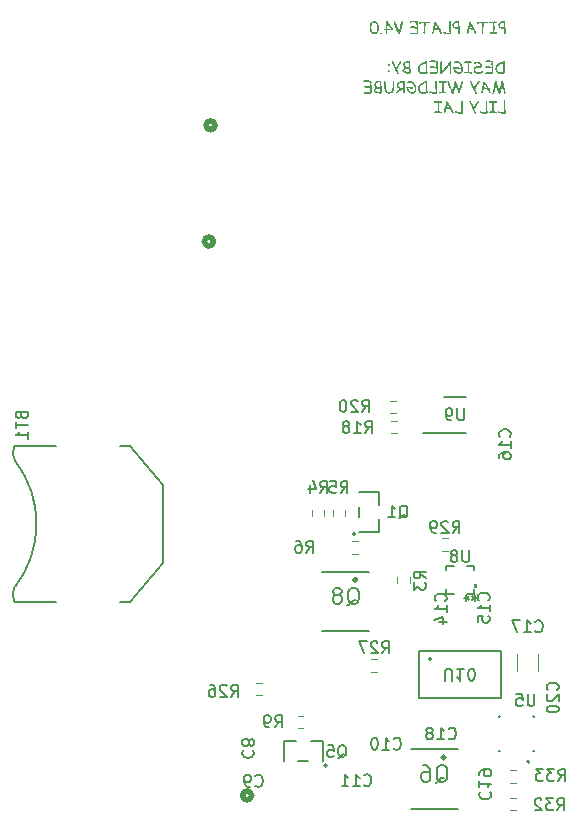
<source format=gbr>
%TF.GenerationSoftware,KiCad,Pcbnew,8.0.5*%
%TF.CreationDate,2025-03-30T22:56:12-04:00*%
%TF.ProjectId,TR3V4,54523356-342e-46b6-9963-61645f706362,rev?*%
%TF.SameCoordinates,Original*%
%TF.FileFunction,Legend,Bot*%
%TF.FilePolarity,Positive*%
%FSLAX46Y46*%
G04 Gerber Fmt 4.6, Leading zero omitted, Abs format (unit mm)*
G04 Created by KiCad (PCBNEW 8.0.5) date 2025-03-30 22:56:12*
%MOMM*%
%LPD*%
G01*
G04 APERTURE LIST*
%ADD10C,0.150000*%
%ADD11C,0.120000*%
%ADD12C,0.127000*%
%ADD13C,0.300000*%
%ADD14C,0.508000*%
%ADD15C,0.200000*%
%ADD16C,0.152400*%
%ADD17C,0.000000*%
G04 APERTURE END LIST*
D10*
G36*
X181664285Y-49939709D02*
G01*
X181715771Y-49942474D01*
X181727917Y-49943626D01*
X181778053Y-49952732D01*
X181820673Y-49961647D01*
X181845464Y-50005000D01*
X181852397Y-50054633D01*
X181853768Y-50103674D01*
X181853768Y-50198441D01*
X181853999Y-50209597D01*
X181855876Y-50263017D01*
X181858286Y-50312319D01*
X181861555Y-50369537D01*
X181864935Y-50423267D01*
X181868911Y-50482495D01*
X181869677Y-50493848D01*
X181873144Y-50548212D01*
X181876003Y-50598568D01*
X181878630Y-50653705D01*
X181880589Y-50710740D01*
X181881367Y-50766305D01*
X181881367Y-50968050D01*
X181863538Y-51014456D01*
X181818108Y-51033263D01*
X181773412Y-51013479D01*
X181772315Y-51012249D01*
X181755582Y-50965119D01*
X181755561Y-50931927D01*
X181755393Y-50869355D01*
X181755057Y-50811866D01*
X181754554Y-50759461D01*
X181753688Y-50701102D01*
X181752303Y-50641557D01*
X181750209Y-50586542D01*
X181717513Y-50590911D01*
X181666434Y-50595579D01*
X181646344Y-50595235D01*
X181588261Y-50590069D01*
X181533458Y-50578703D01*
X181481935Y-50561137D01*
X181433692Y-50537372D01*
X181388729Y-50507408D01*
X181365639Y-50488449D01*
X181326272Y-50446964D01*
X181295990Y-50400722D01*
X181274792Y-50349723D01*
X181262679Y-50293967D01*
X181259648Y-50245824D01*
X181385310Y-50245824D01*
X181388350Y-50281301D01*
X181404308Y-50329139D01*
X181433945Y-50370525D01*
X181471772Y-50401895D01*
X181519164Y-50427515D01*
X181566123Y-50443250D01*
X181617632Y-50452359D01*
X181666434Y-50454896D01*
X181741905Y-50446836D01*
X181727494Y-50199173D01*
X181726029Y-50084623D01*
X181685729Y-50080960D01*
X181681231Y-50080741D01*
X181631995Y-50079739D01*
X181615610Y-50080144D01*
X181562449Y-50087357D01*
X181511530Y-50103586D01*
X181467620Y-50125900D01*
X181427831Y-50155728D01*
X181396885Y-50196330D01*
X181385310Y-50245824D01*
X181259648Y-50245824D01*
X181259525Y-50243870D01*
X181263775Y-50196640D01*
X181279478Y-50144860D01*
X181306752Y-50096656D01*
X181339338Y-50058185D01*
X181380425Y-50022341D01*
X181408151Y-50002821D01*
X181457864Y-49974923D01*
X181509096Y-49954996D01*
X181561848Y-49943040D01*
X181616120Y-49939055D01*
X181664285Y-49939709D01*
G37*
G36*
X180563921Y-50134449D02*
G01*
X180613503Y-50132190D01*
X180666103Y-50126506D01*
X180674319Y-50125412D01*
X180784961Y-50111002D01*
X180788682Y-50161583D01*
X180791907Y-50211599D01*
X180794635Y-50261051D01*
X180796868Y-50309937D01*
X180798961Y-50370252D01*
X180800279Y-50429683D01*
X180800821Y-50488232D01*
X180800837Y-50499836D01*
X180800247Y-50550730D01*
X180798780Y-50603086D01*
X180798150Y-50620736D01*
X180796513Y-50671512D01*
X180795558Y-50722503D01*
X180795464Y-50741637D01*
X180796229Y-50793202D01*
X180798767Y-50844226D01*
X180800104Y-50861316D01*
X180583705Y-50858629D01*
X180537824Y-50876876D01*
X180535345Y-50879390D01*
X180515977Y-50924399D01*
X180515806Y-50929948D01*
X180531853Y-50977502D01*
X180535345Y-50981483D01*
X180580139Y-51001919D01*
X180583705Y-51002000D01*
X180635530Y-51002000D01*
X180685143Y-51002000D01*
X180699232Y-51002000D01*
X180751507Y-51002000D01*
X180801589Y-51002000D01*
X180814515Y-51002000D01*
X180866979Y-51003717D01*
X180918005Y-51007159D01*
X180950314Y-51009815D01*
X181002349Y-51013937D01*
X181053457Y-51016868D01*
X181086601Y-51017631D01*
X181132482Y-50999814D01*
X181134961Y-50997359D01*
X181154424Y-50950733D01*
X181154501Y-50947045D01*
X181138453Y-50900459D01*
X181134961Y-50896487D01*
X181089953Y-50875807D01*
X181086357Y-50875726D01*
X181036241Y-50872968D01*
X180986706Y-50867620D01*
X180938834Y-50861316D01*
X180934159Y-50809811D01*
X180932236Y-50760901D01*
X180931995Y-50734798D01*
X180933094Y-50682469D01*
X180935606Y-50632308D01*
X180936392Y-50619759D01*
X180939238Y-50568098D01*
X180940719Y-50517204D01*
X180940788Y-50505210D01*
X180940323Y-50453983D01*
X180938928Y-50398916D01*
X180936602Y-50340009D01*
X180934072Y-50290119D01*
X180930946Y-50237771D01*
X180927225Y-50182965D01*
X180922909Y-50125701D01*
X180921737Y-50111002D01*
X181010886Y-50113933D01*
X181100279Y-50115886D01*
X181147319Y-50098498D01*
X181149860Y-50096103D01*
X181169470Y-50051177D01*
X181169644Y-50045545D01*
X181155476Y-49998568D01*
X181109131Y-49976144D01*
X181105163Y-49975691D01*
X181055450Y-49972632D01*
X181004937Y-49971205D01*
X180950821Y-49970507D01*
X180897069Y-49970318D01*
X180843339Y-49971314D01*
X180784732Y-49974302D01*
X180732167Y-49978314D01*
X180676216Y-49983709D01*
X180616877Y-49990488D01*
X180566968Y-49996907D01*
X180554152Y-49998650D01*
X180508356Y-50020510D01*
X180493091Y-50068992D01*
X180512348Y-50114942D01*
X180516538Y-50118573D01*
X180563921Y-50134449D01*
G37*
G36*
X179520516Y-50141776D02*
G01*
X179570903Y-50140406D01*
X179622060Y-50137486D01*
X179677320Y-50133472D01*
X179731375Y-50129870D01*
X179782237Y-50127408D01*
X179833879Y-50126633D01*
X179882728Y-50126633D01*
X179880835Y-50180672D01*
X179878213Y-50230738D01*
X179874561Y-50288978D01*
X179870731Y-50343756D01*
X179866184Y-50404211D01*
X179864166Y-50429983D01*
X179859803Y-50488985D01*
X179856180Y-50543718D01*
X179853296Y-50594181D01*
X179850812Y-50649102D01*
X179849259Y-50705405D01*
X179849023Y-50733821D01*
X179846275Y-50783097D01*
X179844138Y-50805628D01*
X179840059Y-50854414D01*
X179839253Y-50878168D01*
X179844591Y-50928218D01*
X179854396Y-50957303D01*
X179886815Y-50995714D01*
X179914235Y-51002000D01*
X179960804Y-50985256D01*
X179963572Y-50982949D01*
X179985468Y-50937783D01*
X179985554Y-50934100D01*
X179982135Y-50903570D01*
X179978715Y-50873039D01*
X179980265Y-50821680D01*
X179983112Y-50773144D01*
X179986117Y-50721185D01*
X179987508Y-50672516D01*
X179988500Y-50619103D01*
X179990997Y-50564277D01*
X179994345Y-50511275D01*
X179998810Y-50452725D01*
X180003384Y-50399697D01*
X180008216Y-50342862D01*
X180012333Y-50291276D01*
X180016329Y-50236298D01*
X180019688Y-50181708D01*
X180021810Y-50131913D01*
X180021946Y-50126633D01*
X180084473Y-50127366D01*
X180138626Y-50126610D01*
X180188245Y-50124343D01*
X180240405Y-50119789D01*
X180292459Y-50112064D01*
X180320900Y-50105872D01*
X180364351Y-50079999D01*
X180376587Y-50039194D01*
X180359854Y-49991909D01*
X180358757Y-49990590D01*
X180313637Y-49968764D01*
X180305757Y-49968852D01*
X180255462Y-49973951D01*
X180206352Y-49979972D01*
X180195847Y-49981309D01*
X180144397Y-49986527D01*
X180092915Y-49989298D01*
X180084717Y-49989369D01*
X180032815Y-49988941D01*
X179979944Y-49988060D01*
X179959665Y-49987659D01*
X179906981Y-49986686D01*
X179857815Y-49986056D01*
X179834612Y-49985949D01*
X179783124Y-49987199D01*
X179732053Y-49989861D01*
X179677564Y-49993521D01*
X179628731Y-49996833D01*
X179576662Y-49999643D01*
X179527340Y-50001063D01*
X179520516Y-50001092D01*
X179473690Y-50018910D01*
X179471179Y-50021364D01*
X179451327Y-50066132D01*
X179451151Y-50071678D01*
X179468754Y-50118934D01*
X179471179Y-50121504D01*
X179516860Y-50141697D01*
X179520516Y-50141776D01*
G37*
G36*
X178870395Y-49992145D02*
G01*
X178907577Y-50027831D01*
X178938614Y-50066243D01*
X178967763Y-50105894D01*
X179000751Y-50153476D01*
X179028011Y-50194366D01*
X179057431Y-50239718D01*
X179086649Y-50285578D01*
X179114584Y-50330103D01*
X179141237Y-50373292D01*
X179172750Y-50425400D01*
X179202260Y-50475421D01*
X179229766Y-50523354D01*
X179255268Y-50569201D01*
X179259416Y-50570232D01*
X179303654Y-50592832D01*
X179322679Y-50640764D01*
X179310956Y-50681797D01*
X179335284Y-50733374D01*
X179356369Y-50779174D01*
X179378164Y-50828298D01*
X179400161Y-50881905D01*
X179414759Y-50932635D01*
X179414570Y-50938092D01*
X179393265Y-50982216D01*
X179390525Y-50984612D01*
X179343928Y-51002000D01*
X179319777Y-50997526D01*
X179284089Y-50964142D01*
X179278946Y-50953521D01*
X179254657Y-50902830D01*
X179232740Y-50856158D01*
X179209574Y-50805457D01*
X179186865Y-50753620D01*
X179166608Y-50704023D01*
X178983914Y-50663967D01*
X178956258Y-50657625D01*
X178904997Y-50646451D01*
X178853789Y-50636288D01*
X178800488Y-50627331D01*
X178798818Y-50637039D01*
X178789166Y-50691433D01*
X178778709Y-50746536D01*
X178767818Y-50798491D01*
X178755792Y-50846905D01*
X178743869Y-50883255D01*
X178721757Y-50935206D01*
X178690991Y-50980189D01*
X178645882Y-51002000D01*
X178642457Y-51001924D01*
X178597034Y-50982704D01*
X178594461Y-50980256D01*
X178575785Y-50934833D01*
X178580185Y-50910228D01*
X178595812Y-50863270D01*
X178634891Y-50758245D01*
X178694057Y-50486647D01*
X178832728Y-50486647D01*
X178883453Y-50500662D01*
X178938796Y-50516599D01*
X178988113Y-50531574D01*
X179038029Y-50547830D01*
X179085031Y-50564805D01*
X178888415Y-50230436D01*
X178832728Y-50486647D01*
X178694057Y-50486647D01*
X178737473Y-50287345D01*
X178780704Y-50059711D01*
X178783341Y-50050779D01*
X178809281Y-50004390D01*
X178854954Y-49985949D01*
X178870395Y-49992145D01*
G37*
G36*
X177776916Y-49939709D02*
G01*
X177828401Y-49942474D01*
X177840548Y-49943626D01*
X177890683Y-49952732D01*
X177933304Y-49961647D01*
X177958094Y-50005000D01*
X177965028Y-50054633D01*
X177966399Y-50103674D01*
X177966399Y-50198441D01*
X177966630Y-50209597D01*
X177968507Y-50263017D01*
X177970917Y-50312319D01*
X177974186Y-50369537D01*
X177977566Y-50423267D01*
X177981542Y-50482495D01*
X177982308Y-50493848D01*
X177985775Y-50548212D01*
X177988634Y-50598568D01*
X177991261Y-50653705D01*
X177993220Y-50710740D01*
X177993998Y-50766305D01*
X177993998Y-50968050D01*
X177976168Y-51014456D01*
X177930739Y-51033263D01*
X177886043Y-51013479D01*
X177884946Y-51012249D01*
X177868213Y-50965119D01*
X177868192Y-50931927D01*
X177868024Y-50869355D01*
X177867688Y-50811866D01*
X177867185Y-50759461D01*
X177866319Y-50701102D01*
X177864933Y-50641557D01*
X177862840Y-50586542D01*
X177830144Y-50590911D01*
X177779064Y-50595579D01*
X177758974Y-50595235D01*
X177700891Y-50590069D01*
X177646088Y-50578703D01*
X177594566Y-50561137D01*
X177546323Y-50537372D01*
X177501360Y-50507408D01*
X177478270Y-50488449D01*
X177438903Y-50446964D01*
X177408621Y-50400722D01*
X177387423Y-50349723D01*
X177375310Y-50293967D01*
X177372279Y-50245824D01*
X177497941Y-50245824D01*
X177500981Y-50281301D01*
X177516939Y-50329139D01*
X177546576Y-50370525D01*
X177584403Y-50401895D01*
X177631795Y-50427515D01*
X177678754Y-50443250D01*
X177730263Y-50452359D01*
X177779064Y-50454896D01*
X177854535Y-50446836D01*
X177840125Y-50199173D01*
X177838660Y-50084623D01*
X177798360Y-50080960D01*
X177793862Y-50080741D01*
X177744626Y-50079739D01*
X177728241Y-50080144D01*
X177675080Y-50087357D01*
X177624161Y-50103586D01*
X177580251Y-50125900D01*
X177540462Y-50155728D01*
X177509516Y-50196330D01*
X177497941Y-50245824D01*
X177372279Y-50245824D01*
X177372156Y-50243870D01*
X177376406Y-50196640D01*
X177392109Y-50144860D01*
X177419382Y-50096656D01*
X177451969Y-50058185D01*
X177493056Y-50022341D01*
X177520781Y-50002821D01*
X177570495Y-49974923D01*
X177621727Y-49954996D01*
X177674479Y-49943040D01*
X177728750Y-49939055D01*
X177776916Y-49939709D01*
G37*
G36*
X176629658Y-50986368D02*
G01*
X176680360Y-51003294D01*
X176729492Y-51015738D01*
X176778359Y-51025902D01*
X176833459Y-51035602D01*
X176873656Y-51041811D01*
X176929100Y-51049530D01*
X176980577Y-51055653D01*
X177035620Y-51060777D01*
X177085263Y-51063727D01*
X177123517Y-51064526D01*
X177173426Y-51061019D01*
X177221237Y-51044584D01*
X177223168Y-51043277D01*
X177254125Y-51002244D01*
X177264082Y-50951280D01*
X177264445Y-50937275D01*
X177250767Y-50709397D01*
X177247581Y-50649669D01*
X177244708Y-50588731D01*
X177242148Y-50526582D01*
X177239902Y-50463223D01*
X177237969Y-50398652D01*
X177236350Y-50332871D01*
X177235044Y-50265880D01*
X177234052Y-50197677D01*
X177233373Y-50128264D01*
X177233007Y-50057640D01*
X177232937Y-50009885D01*
X177216890Y-49963742D01*
X177213398Y-49959815D01*
X177168390Y-49939136D01*
X177164794Y-49939055D01*
X177118182Y-49957301D01*
X177115701Y-49959815D01*
X177096238Y-50006226D01*
X177096161Y-50009885D01*
X177096325Y-50082221D01*
X177096814Y-50153325D01*
X177097630Y-50223197D01*
X177098772Y-50291837D01*
X177100240Y-50359244D01*
X177102035Y-50425419D01*
X177104156Y-50490362D01*
X177106603Y-50554073D01*
X177109376Y-50616552D01*
X177112476Y-50677799D01*
X177114724Y-50717945D01*
X177123517Y-50822725D01*
X177127227Y-50873408D01*
X177127669Y-50923842D01*
X177069332Y-50922520D01*
X177019331Y-50918681D01*
X176966368Y-50912369D01*
X176910444Y-50903584D01*
X176851559Y-50892326D01*
X176789712Y-50878595D01*
X176741383Y-50866674D01*
X176691389Y-50853362D01*
X176674354Y-50848615D01*
X176652372Y-50845684D01*
X176606630Y-50865342D01*
X176602791Y-50869620D01*
X176585761Y-50916417D01*
X176585694Y-50919934D01*
X176602867Y-50967065D01*
X176629658Y-50986368D01*
G37*
G36*
X175928734Y-49992145D02*
G01*
X175965916Y-50027831D01*
X175996953Y-50066243D01*
X176026102Y-50105894D01*
X176059090Y-50153476D01*
X176086351Y-50194366D01*
X176115771Y-50239718D01*
X176144988Y-50285578D01*
X176172923Y-50330103D01*
X176199576Y-50373292D01*
X176231089Y-50425400D01*
X176260599Y-50475421D01*
X176288105Y-50523354D01*
X176313607Y-50569201D01*
X176317755Y-50570232D01*
X176361993Y-50592832D01*
X176381018Y-50640764D01*
X176369295Y-50681797D01*
X176393624Y-50733374D01*
X176414709Y-50779174D01*
X176436503Y-50828298D01*
X176458501Y-50881905D01*
X176473098Y-50932635D01*
X176472909Y-50938092D01*
X176451605Y-50982216D01*
X176448864Y-50984612D01*
X176402267Y-51002000D01*
X176378116Y-50997526D01*
X176342428Y-50964142D01*
X176337285Y-50953521D01*
X176312996Y-50902830D01*
X176291079Y-50856158D01*
X176267913Y-50805457D01*
X176245204Y-50753620D01*
X176224947Y-50704023D01*
X176042254Y-50663967D01*
X176014597Y-50657625D01*
X175963336Y-50646451D01*
X175912128Y-50636288D01*
X175858827Y-50627331D01*
X175857157Y-50637039D01*
X175847505Y-50691433D01*
X175837048Y-50746536D01*
X175826157Y-50798491D01*
X175814131Y-50846905D01*
X175802209Y-50883255D01*
X175780096Y-50935206D01*
X175749330Y-50980189D01*
X175704221Y-51002000D01*
X175700796Y-51001924D01*
X175655373Y-50982704D01*
X175652800Y-50980256D01*
X175634124Y-50934833D01*
X175638524Y-50910228D01*
X175654152Y-50863270D01*
X175693230Y-50758245D01*
X175752396Y-50486647D01*
X175891067Y-50486647D01*
X175941792Y-50500662D01*
X175997136Y-50516599D01*
X176046452Y-50531574D01*
X176096369Y-50547830D01*
X176143370Y-50564805D01*
X175946755Y-50230436D01*
X175891067Y-50486647D01*
X175752396Y-50486647D01*
X175795812Y-50287345D01*
X175839043Y-50059711D01*
X175841681Y-50050779D01*
X175867620Y-50004390D01*
X175913293Y-49985949D01*
X175928734Y-49992145D01*
G37*
G36*
X174603419Y-50141776D02*
G01*
X174653806Y-50140406D01*
X174704963Y-50137486D01*
X174760223Y-50133472D01*
X174814278Y-50129870D01*
X174865140Y-50127408D01*
X174916782Y-50126633D01*
X174965631Y-50126633D01*
X174963738Y-50180672D01*
X174961116Y-50230738D01*
X174957464Y-50288978D01*
X174953634Y-50343756D01*
X174949087Y-50404211D01*
X174947069Y-50429983D01*
X174942706Y-50488985D01*
X174939083Y-50543718D01*
X174936199Y-50594181D01*
X174933715Y-50649102D01*
X174932162Y-50705405D01*
X174931926Y-50733821D01*
X174929178Y-50783097D01*
X174927041Y-50805628D01*
X174922962Y-50854414D01*
X174922156Y-50878168D01*
X174927494Y-50928218D01*
X174937299Y-50957303D01*
X174969718Y-50995714D01*
X174997138Y-51002000D01*
X175043707Y-50985256D01*
X175046475Y-50982949D01*
X175068371Y-50937783D01*
X175068457Y-50934100D01*
X175065038Y-50903570D01*
X175061618Y-50873039D01*
X175063168Y-50821680D01*
X175066015Y-50773144D01*
X175069020Y-50721185D01*
X175070411Y-50672516D01*
X175071403Y-50619103D01*
X175073900Y-50564277D01*
X175077248Y-50511275D01*
X175081713Y-50452725D01*
X175086287Y-50399697D01*
X175091119Y-50342862D01*
X175095236Y-50291276D01*
X175099232Y-50236298D01*
X175102591Y-50181708D01*
X175104713Y-50131913D01*
X175104849Y-50126633D01*
X175167376Y-50127366D01*
X175221529Y-50126610D01*
X175271148Y-50124343D01*
X175323308Y-50119789D01*
X175375362Y-50112064D01*
X175403803Y-50105872D01*
X175447254Y-50079999D01*
X175459490Y-50039194D01*
X175442757Y-49991909D01*
X175441660Y-49990590D01*
X175396540Y-49968764D01*
X175388660Y-49968852D01*
X175338365Y-49973951D01*
X175289255Y-49979972D01*
X175278750Y-49981309D01*
X175227300Y-49986527D01*
X175175818Y-49989298D01*
X175167620Y-49989369D01*
X175115718Y-49988941D01*
X175062847Y-49988060D01*
X175042568Y-49987659D01*
X174989884Y-49986686D01*
X174940718Y-49986056D01*
X174917515Y-49985949D01*
X174866027Y-49987199D01*
X174814956Y-49989861D01*
X174760467Y-49993521D01*
X174711634Y-49996833D01*
X174659565Y-49999643D01*
X174610243Y-50001063D01*
X174603419Y-50001092D01*
X174556593Y-50018910D01*
X174554082Y-50021364D01*
X174534230Y-50066132D01*
X174534054Y-50071678D01*
X174551657Y-50118934D01*
X174554082Y-50121504D01*
X174599763Y-50141697D01*
X174603419Y-50141776D01*
G37*
G36*
X173821598Y-50064107D02*
G01*
X173842847Y-50061176D01*
X173893218Y-50050136D01*
X173942817Y-50041808D01*
X173991646Y-50036192D01*
X174046505Y-50033093D01*
X174066817Y-50032844D01*
X174117981Y-50034340D01*
X174169091Y-50038408D01*
X174189672Y-50040660D01*
X174241123Y-50047506D01*
X174290821Y-50055834D01*
X174333286Y-50064107D01*
X174328188Y-50114442D01*
X174327180Y-50141043D01*
X174327913Y-50197265D01*
X174329756Y-50254348D01*
X174332229Y-50309137D01*
X174334920Y-50358926D01*
X174338183Y-50412472D01*
X174338904Y-50423632D01*
X174037997Y-50391881D01*
X173984871Y-50385980D01*
X173936148Y-50381012D01*
X173887050Y-50377108D01*
X173875087Y-50376738D01*
X173828459Y-50392585D01*
X173824528Y-50396033D01*
X173803950Y-50441395D01*
X173803768Y-50447324D01*
X173819583Y-50496112D01*
X173867027Y-50517422D01*
X174030425Y-50533053D01*
X174347697Y-50564316D01*
X174350608Y-50615802D01*
X174352337Y-50653709D01*
X174353807Y-50704237D01*
X174354047Y-50732355D01*
X174353274Y-50783234D01*
X174349839Y-50837823D01*
X174340630Y-50888156D01*
X174332065Y-50905279D01*
X174282110Y-50921231D01*
X174229746Y-50923824D01*
X174224110Y-50923842D01*
X174174822Y-50923842D01*
X174121791Y-50923842D01*
X174096127Y-50923842D01*
X174046801Y-50923842D01*
X173994944Y-50923842D01*
X173967166Y-50923842D01*
X173926866Y-50916026D01*
X173886810Y-50908210D01*
X173837055Y-50922095D01*
X173814666Y-50967787D01*
X173814026Y-50980750D01*
X173828620Y-51027706D01*
X173872400Y-51051337D01*
X173927417Y-51058292D01*
X173983441Y-51061628D01*
X174032288Y-51063238D01*
X174088494Y-51064204D01*
X174138757Y-51064513D01*
X174152058Y-51064526D01*
X174202918Y-51063663D01*
X174259784Y-51060159D01*
X174309197Y-51053960D01*
X174358653Y-51042964D01*
X174407899Y-51022264D01*
X174425366Y-51009327D01*
X174454217Y-50969515D01*
X174472700Y-50918652D01*
X174483519Y-50863147D01*
X174488993Y-50808498D01*
X174491054Y-50759283D01*
X174491311Y-50732844D01*
X174490693Y-50681659D01*
X174489357Y-50638322D01*
X174487028Y-50588466D01*
X174484370Y-50538737D01*
X174483740Y-50527680D01*
X174491311Y-50494707D01*
X174478367Y-50453674D01*
X174474426Y-50395253D01*
X174471154Y-50341804D01*
X174468108Y-50284231D01*
X174466025Y-50233819D01*
X174464809Y-50184055D01*
X174464689Y-50165712D01*
X174468536Y-50115291D01*
X174471528Y-50092683D01*
X174477238Y-50043522D01*
X174478367Y-50019411D01*
X174468715Y-49970444D01*
X174429506Y-49941016D01*
X174409734Y-49939055D01*
X174362780Y-49953008D01*
X174360153Y-49954930D01*
X174309592Y-49936789D01*
X174260796Y-49921748D01*
X174209159Y-49908784D01*
X174204570Y-49907792D01*
X174155234Y-49898892D01*
X174103783Y-49893396D01*
X174066817Y-49892160D01*
X174016256Y-49893102D01*
X173959928Y-49896720D01*
X173908339Y-49903051D01*
X173854143Y-49913867D01*
X173806398Y-49928376D01*
X173800104Y-49930750D01*
X173761765Y-49961825D01*
X173754187Y-49994498D01*
X173772016Y-50041637D01*
X173816140Y-50063909D01*
X173821598Y-50064107D01*
G37*
G36*
X172397906Y-50048964D02*
G01*
X172425276Y-50092643D01*
X172448953Y-50137708D01*
X172467271Y-50179878D01*
X172519539Y-50333018D01*
X172704431Y-50841043D01*
X172723435Y-50890999D01*
X172744178Y-50940297D01*
X172766660Y-50988938D01*
X172779902Y-51015677D01*
X172827393Y-51032644D01*
X172841695Y-51033263D01*
X172891077Y-51023371D01*
X172915701Y-51002000D01*
X172936755Y-50946030D01*
X172958398Y-50884244D01*
X172975015Y-50834088D01*
X172991963Y-50780660D01*
X173009241Y-50723961D01*
X173026850Y-50663990D01*
X173044790Y-50600748D01*
X173063060Y-50534234D01*
X173081661Y-50464449D01*
X173094245Y-50416108D01*
X173100593Y-50391392D01*
X173154815Y-50199418D01*
X173168593Y-50148542D01*
X173181065Y-50098107D01*
X173191399Y-50047379D01*
X173195359Y-50009641D01*
X173178529Y-49963105D01*
X173173377Y-49957861D01*
X173127024Y-49939073D01*
X173125261Y-49939055D01*
X173078404Y-49957138D01*
X173058094Y-49996207D01*
X173032693Y-50117596D01*
X172966748Y-50355000D01*
X172954413Y-50403050D01*
X172938060Y-50465152D01*
X172921814Y-50525011D01*
X172905675Y-50582625D01*
X172889643Y-50637996D01*
X172873717Y-50691123D01*
X172857899Y-50742005D01*
X172842187Y-50790644D01*
X172838276Y-50802453D01*
X172834124Y-50791218D01*
X172649965Y-50284414D01*
X172591591Y-50113444D01*
X172571746Y-50067557D01*
X172548691Y-50023014D01*
X172519463Y-49978752D01*
X172508548Y-49965433D01*
X172466316Y-49939982D01*
X172455059Y-49939055D01*
X172408677Y-49957087D01*
X172405966Y-49959571D01*
X172384419Y-50003577D01*
X172384228Y-50008908D01*
X172397906Y-50048964D01*
G37*
G36*
X171838749Y-49928562D02*
G01*
X171883102Y-49951403D01*
X171917725Y-49988392D01*
X172255512Y-50489090D01*
X172314619Y-50560408D01*
X172336173Y-50591497D01*
X172352477Y-50639787D01*
X172336845Y-50671722D01*
X172289951Y-50689369D01*
X172261577Y-50693104D01*
X172212667Y-50695760D01*
X172159525Y-50696452D01*
X171856420Y-50705000D01*
X171855687Y-50856675D01*
X171857152Y-50886717D01*
X171858618Y-50920667D01*
X171856059Y-50953619D01*
X171832958Y-51001628D01*
X171785833Y-51017631D01*
X171738939Y-51001938D01*
X171723307Y-50954861D01*
X171723307Y-50705000D01*
X171671822Y-50705744D01*
X171620969Y-50701337D01*
X171585239Y-50681982D01*
X171568702Y-50635391D01*
X171569196Y-50626696D01*
X171596501Y-50583850D01*
X171645922Y-50567020D01*
X171695219Y-50563584D01*
X171723307Y-50564316D01*
X171856420Y-50564316D01*
X172142916Y-50564316D01*
X172129719Y-50545231D01*
X172101440Y-50503557D01*
X172070650Y-50457212D01*
X172037349Y-50406196D01*
X172010726Y-50364868D01*
X171982689Y-50320913D01*
X171953241Y-50274330D01*
X171922379Y-50225120D01*
X171890106Y-50173283D01*
X171856420Y-50118817D01*
X171856420Y-50564316D01*
X171723307Y-50564316D01*
X171723307Y-49991078D01*
X171723990Y-49978988D01*
X171750689Y-49934589D01*
X171800976Y-49923423D01*
X171838749Y-49928562D01*
G37*
G36*
X171348150Y-51064526D02*
G01*
X171395594Y-51050512D01*
X171408722Y-51039613D01*
X171431849Y-50995924D01*
X171433391Y-50978552D01*
X171419515Y-50931200D01*
X171408722Y-50917980D01*
X171365308Y-50894166D01*
X171348150Y-50892579D01*
X171301164Y-50906867D01*
X171288066Y-50917980D01*
X171264482Y-50961486D01*
X171262909Y-50978552D01*
X171277060Y-51026454D01*
X171288066Y-51039613D01*
X171331206Y-51062969D01*
X171348150Y-51064526D01*
G37*
G36*
X170778051Y-49940581D02*
G01*
X170833866Y-49949908D01*
X170885747Y-49967715D01*
X170933691Y-49994001D01*
X170977700Y-50028766D01*
X171017774Y-50072011D01*
X171046999Y-50112711D01*
X171063935Y-50140956D01*
X171088459Y-50190014D01*
X171108356Y-50241553D01*
X171123626Y-50295573D01*
X171134269Y-50352073D01*
X171140284Y-50411054D01*
X171141765Y-50460025D01*
X171141694Y-50474654D01*
X171139988Y-50531444D01*
X171136008Y-50585471D01*
X171129753Y-50636736D01*
X171121223Y-50685237D01*
X171107363Y-50741978D01*
X171089949Y-50794402D01*
X171068981Y-50842509D01*
X171049948Y-50876599D01*
X171013828Y-50925964D01*
X170972210Y-50966014D01*
X170925094Y-50996751D01*
X170872480Y-51018174D01*
X170814369Y-51030282D01*
X170763921Y-51033263D01*
X170739939Y-51032661D01*
X170683313Y-51025888D01*
X170631446Y-51011590D01*
X170584338Y-50989767D01*
X170541988Y-50960418D01*
X170504396Y-50923544D01*
X170471563Y-50879145D01*
X170454103Y-50848900D01*
X170433495Y-50804379D01*
X170415940Y-50755065D01*
X170401438Y-50700958D01*
X170389989Y-50642057D01*
X170381594Y-50578363D01*
X170377300Y-50527447D01*
X170374724Y-50473835D01*
X170374260Y-50443416D01*
X170511374Y-50443416D01*
X170511546Y-50464857D01*
X170513478Y-50516397D01*
X170518630Y-50574357D01*
X170526873Y-50628075D01*
X170538208Y-50677552D01*
X170555338Y-50729913D01*
X170563567Y-50749611D01*
X170592112Y-50801079D01*
X170626444Y-50841110D01*
X170666564Y-50869704D01*
X170712471Y-50886860D01*
X170764166Y-50892579D01*
X170779193Y-50892146D01*
X170828048Y-50883807D01*
X170876756Y-50861284D01*
X170917861Y-50824899D01*
X170947592Y-50781692D01*
X170954986Y-50767400D01*
X170974306Y-50719349D01*
X170989333Y-50663536D01*
X170998575Y-50611096D01*
X171004836Y-50553264D01*
X171007699Y-50503118D01*
X171008653Y-50449522D01*
X171007676Y-50415862D01*
X171001264Y-50359235D01*
X170988869Y-50305507D01*
X170970490Y-50254676D01*
X170946127Y-50206745D01*
X170926614Y-50176978D01*
X170888481Y-50134436D01*
X170845276Y-50104048D01*
X170796999Y-50085816D01*
X170743649Y-50079739D01*
X170689168Y-50085417D01*
X170641983Y-50102453D01*
X170602095Y-50130846D01*
X170569504Y-50170597D01*
X170559116Y-50188392D01*
X170538850Y-50236175D01*
X170525907Y-50284109D01*
X170517051Y-50338482D01*
X170512793Y-50388713D01*
X170511374Y-50443416D01*
X170374260Y-50443416D01*
X170373866Y-50417526D01*
X170374206Y-50393819D01*
X170378038Y-50336544D01*
X170386127Y-50282120D01*
X170398474Y-50230547D01*
X170415079Y-50181823D01*
X170435941Y-50135950D01*
X170461060Y-50092928D01*
X170474010Y-50074295D01*
X170509097Y-50032971D01*
X170548060Y-49999161D01*
X170590899Y-49972865D01*
X170637614Y-49954081D01*
X170688205Y-49942811D01*
X170742672Y-49939055D01*
X170778051Y-49940581D01*
G37*
G36*
X181747125Y-53301489D02*
G01*
X181788555Y-53329829D01*
X181798349Y-53341184D01*
X181817376Y-53388203D01*
X181817304Y-53415000D01*
X181816892Y-53465836D01*
X181816231Y-53518358D01*
X181815441Y-53569348D01*
X181814445Y-53625852D01*
X181814060Y-53645298D01*
X181813056Y-53699964D01*
X181812166Y-53756773D01*
X181811521Y-53812510D01*
X181811270Y-53863500D01*
X181811276Y-53868027D01*
X181812049Y-53920959D01*
X181813594Y-53973334D01*
X181815623Y-54026475D01*
X181817864Y-54077457D01*
X181818255Y-54086287D01*
X181820339Y-54136353D01*
X181822205Y-54188447D01*
X181823594Y-54239654D01*
X181824214Y-54291169D01*
X181824137Y-54294798D01*
X181804431Y-54340995D01*
X181801890Y-54343449D01*
X181754849Y-54361267D01*
X181748011Y-54361267D01*
X181726059Y-54375234D01*
X181680100Y-54395002D01*
X181631263Y-54408894D01*
X181615310Y-54412558D01*
X181566629Y-54421091D01*
X181516468Y-54424526D01*
X181468150Y-54423400D01*
X181411821Y-54418826D01*
X181360011Y-54410735D01*
X181303805Y-54396380D01*
X181254109Y-54376960D01*
X181210921Y-54352474D01*
X181187676Y-54335637D01*
X181150027Y-54303012D01*
X181116236Y-54266367D01*
X181086301Y-54225701D01*
X181060223Y-54181016D01*
X181047228Y-54154183D01*
X181028657Y-54106510D01*
X181015392Y-54057926D01*
X181007433Y-54008430D01*
X181004780Y-53958022D01*
X181004796Y-53956801D01*
X181143510Y-53956801D01*
X181143664Y-53967094D01*
X181149074Y-54017789D01*
X181162211Y-54067196D01*
X181183077Y-54115314D01*
X181188128Y-54124688D01*
X181216531Y-54167922D01*
X181250181Y-54205097D01*
X181289078Y-54236214D01*
X181313517Y-54249935D01*
X181361251Y-54267051D01*
X181411734Y-54277144D01*
X181461479Y-54282167D01*
X181517201Y-54283842D01*
X181522925Y-54283802D01*
X181576783Y-54279080D01*
X181624487Y-54266486D01*
X181669853Y-54243542D01*
X181684263Y-54234749D01*
X181673272Y-53862767D01*
X181675226Y-53667129D01*
X181678646Y-53471002D01*
X181662980Y-53477883D01*
X181603898Y-53504132D01*
X181550548Y-53528335D01*
X181502930Y-53550492D01*
X181451468Y-53575312D01*
X181401537Y-53600878D01*
X181355024Y-53627806D01*
X181342011Y-53636408D01*
X181294090Y-53671902D01*
X181252778Y-53709128D01*
X181218077Y-53748086D01*
X181189985Y-53788778D01*
X181164165Y-53842078D01*
X181148674Y-53898086D01*
X181143510Y-53956801D01*
X181004796Y-53956801D01*
X181004937Y-53945978D01*
X181010455Y-53886698D01*
X181023857Y-53828980D01*
X181045141Y-53772825D01*
X181067844Y-53729025D01*
X181095592Y-53686225D01*
X181128386Y-53644425D01*
X181166224Y-53603625D01*
X181174860Y-53595161D01*
X181219733Y-53554908D01*
X181267434Y-53518101D01*
X181317960Y-53484740D01*
X181360416Y-53460533D01*
X181404682Y-53438533D01*
X181450756Y-53418737D01*
X181498639Y-53401148D01*
X181526846Y-53389127D01*
X181573698Y-53367305D01*
X181621004Y-53344728D01*
X181637824Y-53336566D01*
X181684154Y-53315156D01*
X181730914Y-53299055D01*
X181747125Y-53301489D01*
G37*
G36*
X180173866Y-53424107D02*
G01*
X180195115Y-53421176D01*
X180245486Y-53410136D01*
X180295085Y-53401808D01*
X180343914Y-53396192D01*
X180398773Y-53393093D01*
X180419085Y-53392844D01*
X180470249Y-53394340D01*
X180521359Y-53398408D01*
X180541939Y-53400660D01*
X180593391Y-53407506D01*
X180643089Y-53415834D01*
X180685554Y-53424107D01*
X180680456Y-53474442D01*
X180679448Y-53501043D01*
X180680181Y-53557265D01*
X180682024Y-53614348D01*
X180684497Y-53669137D01*
X180687188Y-53718926D01*
X180690451Y-53772472D01*
X180691172Y-53783632D01*
X180390265Y-53751881D01*
X180337139Y-53745980D01*
X180288416Y-53741012D01*
X180239318Y-53737108D01*
X180227355Y-53736738D01*
X180180727Y-53752585D01*
X180176796Y-53756033D01*
X180156218Y-53801395D01*
X180156036Y-53807324D01*
X180171851Y-53856112D01*
X180219295Y-53877422D01*
X180382693Y-53893053D01*
X180699965Y-53924316D01*
X180702875Y-53975802D01*
X180704605Y-54013709D01*
X180706074Y-54064237D01*
X180706315Y-54092355D01*
X180705542Y-54143234D01*
X180702107Y-54197823D01*
X180692898Y-54248156D01*
X180684333Y-54265279D01*
X180634378Y-54281231D01*
X180582014Y-54283824D01*
X180576378Y-54283842D01*
X180527090Y-54283842D01*
X180474059Y-54283842D01*
X180448394Y-54283842D01*
X180399069Y-54283842D01*
X180347212Y-54283842D01*
X180319434Y-54283842D01*
X180279134Y-54276026D01*
X180239078Y-54268210D01*
X180189323Y-54282095D01*
X180166934Y-54327787D01*
X180166294Y-54340750D01*
X180180887Y-54387706D01*
X180224668Y-54411337D01*
X180279685Y-54418292D01*
X180335709Y-54421628D01*
X180384556Y-54423238D01*
X180440762Y-54424204D01*
X180491025Y-54424513D01*
X180504326Y-54424526D01*
X180555186Y-54423663D01*
X180612052Y-54420159D01*
X180661465Y-54413960D01*
X180710921Y-54402964D01*
X180760167Y-54382264D01*
X180777634Y-54369327D01*
X180806485Y-54329515D01*
X180824968Y-54278652D01*
X180835787Y-54223147D01*
X180841261Y-54168498D01*
X180843322Y-54119283D01*
X180843579Y-54092844D01*
X180842961Y-54041659D01*
X180841625Y-53998322D01*
X180839296Y-53948466D01*
X180836638Y-53898737D01*
X180836008Y-53887680D01*
X180843579Y-53854707D01*
X180830635Y-53813674D01*
X180826694Y-53755253D01*
X180823422Y-53701804D01*
X180820376Y-53644231D01*
X180818293Y-53593819D01*
X180817077Y-53544055D01*
X180816957Y-53525712D01*
X180820804Y-53475291D01*
X180823796Y-53452683D01*
X180829506Y-53403522D01*
X180830635Y-53379411D01*
X180820983Y-53330444D01*
X180781774Y-53301016D01*
X180762002Y-53299055D01*
X180715048Y-53313008D01*
X180712421Y-53314930D01*
X180661860Y-53296789D01*
X180613064Y-53281748D01*
X180561427Y-53268784D01*
X180556838Y-53267792D01*
X180507502Y-53258892D01*
X180456051Y-53253396D01*
X180419085Y-53252160D01*
X180368524Y-53253102D01*
X180312196Y-53256720D01*
X180260607Y-53263051D01*
X180206411Y-53273867D01*
X180158666Y-53288376D01*
X180152372Y-53290750D01*
X180114033Y-53321825D01*
X180106454Y-53354498D01*
X180124284Y-53401637D01*
X180168408Y-53423909D01*
X180173866Y-53424107D01*
G37*
G36*
X179973342Y-54194205D02*
G01*
X179955049Y-54147260D01*
X179953803Y-54146089D01*
X179907635Y-54127599D01*
X179903977Y-54127526D01*
X179858090Y-54148134D01*
X179844870Y-54164163D01*
X179813737Y-54203790D01*
X179782344Y-54231574D01*
X179735949Y-54252432D01*
X179682903Y-54263881D01*
X179633012Y-54267888D01*
X179612595Y-54268210D01*
X179560297Y-54265463D01*
X179509891Y-54257219D01*
X179461379Y-54243481D01*
X179414759Y-54224247D01*
X179369268Y-54197566D01*
X179330960Y-54161922D01*
X179305307Y-54115253D01*
X179298011Y-54067931D01*
X179307599Y-54019722D01*
X179336364Y-53978286D01*
X179378649Y-53946786D01*
X179396196Y-53937505D01*
X179446018Y-53917301D01*
X179495527Y-53904402D01*
X179549951Y-53896266D01*
X179601605Y-53893053D01*
X179653827Y-53888504D01*
X179702049Y-53879009D01*
X179751519Y-53862416D01*
X179786496Y-53845182D01*
X179829132Y-53813949D01*
X179862536Y-53771587D01*
X179880523Y-53721574D01*
X179883949Y-53683981D01*
X179877311Y-53630929D01*
X179857395Y-53579910D01*
X179829758Y-53537798D01*
X179792366Y-53497180D01*
X179753754Y-53464474D01*
X179745219Y-53458057D01*
X179703560Y-53430263D01*
X179653001Y-53403130D01*
X179601825Y-53382779D01*
X179550030Y-53369212D01*
X179497617Y-53362429D01*
X179471179Y-53361581D01*
X179418766Y-53365050D01*
X179366496Y-53374325D01*
X179320725Y-53386249D01*
X179272106Y-53403362D01*
X179227936Y-53430530D01*
X179209595Y-53468071D01*
X179223172Y-53515054D01*
X179271388Y-53533528D01*
X179321916Y-53527326D01*
X179367620Y-53517652D01*
X179418305Y-53507336D01*
X179469257Y-53502239D01*
X179474110Y-53502265D01*
X179525599Y-53505699D01*
X179578744Y-53516315D01*
X179626827Y-53534078D01*
X179656071Y-53549892D01*
X179696643Y-53581510D01*
X179725494Y-53624741D01*
X179733007Y-53665175D01*
X179707606Y-53708894D01*
X179660673Y-53730167D01*
X179631402Y-53737471D01*
X179580401Y-53744758D01*
X179529167Y-53749319D01*
X179485101Y-53752369D01*
X179428529Y-53759588D01*
X179376783Y-53772268D01*
X179329862Y-53790408D01*
X179281221Y-53818475D01*
X179239148Y-53853974D01*
X179207552Y-53891501D01*
X179180945Y-53938625D01*
X179164474Y-53990267D01*
X179158376Y-54039160D01*
X179158060Y-54053765D01*
X179161751Y-54104620D01*
X179175924Y-54161269D01*
X179200728Y-54213144D01*
X179229519Y-54252726D01*
X179265691Y-54288992D01*
X179309246Y-54321944D01*
X179351253Y-54346993D01*
X179404352Y-54371448D01*
X179450846Y-54387157D01*
X179499378Y-54398620D01*
X179549950Y-54405837D01*
X179602561Y-54408809D01*
X179613328Y-54408894D01*
X179667342Y-54406545D01*
X179719323Y-54399497D01*
X179769270Y-54387752D01*
X179817183Y-54371307D01*
X179843649Y-54359801D01*
X179887129Y-54335598D01*
X179926678Y-54303368D01*
X179957136Y-54261266D01*
X179971870Y-54213548D01*
X179973342Y-54194205D01*
G37*
G36*
X178438032Y-53494449D02*
G01*
X178487613Y-53492190D01*
X178540213Y-53486506D01*
X178548429Y-53485412D01*
X178659071Y-53471002D01*
X178662792Y-53521583D01*
X178666017Y-53571599D01*
X178668746Y-53621051D01*
X178670978Y-53669937D01*
X178673071Y-53730252D01*
X178674389Y-53789683D01*
X178674932Y-53848232D01*
X178674947Y-53859836D01*
X178674357Y-53910730D01*
X178672890Y-53963086D01*
X178672260Y-53980736D01*
X178670623Y-54031512D01*
X178669668Y-54082503D01*
X178669574Y-54101637D01*
X178670340Y-54153202D01*
X178672878Y-54204226D01*
X178674214Y-54221316D01*
X178457815Y-54218629D01*
X178411934Y-54236876D01*
X178409455Y-54239390D01*
X178390087Y-54284399D01*
X178389916Y-54289948D01*
X178405963Y-54337502D01*
X178409455Y-54341483D01*
X178454249Y-54361919D01*
X178457815Y-54362000D01*
X178509640Y-54362000D01*
X178559254Y-54362000D01*
X178573342Y-54362000D01*
X178625618Y-54362000D01*
X178675699Y-54362000D01*
X178688625Y-54362000D01*
X178741089Y-54363717D01*
X178792115Y-54367159D01*
X178824424Y-54369815D01*
X178876459Y-54373937D01*
X178927567Y-54376868D01*
X178960711Y-54377631D01*
X179006593Y-54359814D01*
X179009071Y-54357359D01*
X179028534Y-54310733D01*
X179028611Y-54307045D01*
X179012563Y-54260459D01*
X179009071Y-54256487D01*
X178964063Y-54235807D01*
X178960467Y-54235726D01*
X178910351Y-54232968D01*
X178860816Y-54227620D01*
X178812944Y-54221316D01*
X178808269Y-54169811D01*
X178806346Y-54120901D01*
X178806106Y-54094798D01*
X178807205Y-54042469D01*
X178809716Y-53992308D01*
X178810502Y-53979759D01*
X178813348Y-53928098D01*
X178814830Y-53877204D01*
X178814898Y-53865210D01*
X178814433Y-53813983D01*
X178813038Y-53758916D01*
X178810712Y-53700009D01*
X178808182Y-53650119D01*
X178805057Y-53597771D01*
X178801336Y-53542965D01*
X178797019Y-53485701D01*
X178795847Y-53471002D01*
X178884996Y-53473933D01*
X178974389Y-53475886D01*
X179021429Y-53458498D01*
X179023970Y-53456103D01*
X179043580Y-53411177D01*
X179043754Y-53405545D01*
X179029586Y-53358568D01*
X178983241Y-53336144D01*
X178979274Y-53335691D01*
X178929560Y-53332632D01*
X178879047Y-53331205D01*
X178824931Y-53330507D01*
X178771179Y-53330318D01*
X178717449Y-53331314D01*
X178658842Y-53334302D01*
X178606278Y-53338314D01*
X178550326Y-53343709D01*
X178490987Y-53350488D01*
X178441078Y-53356907D01*
X178428262Y-53358650D01*
X178382466Y-53380510D01*
X178367201Y-53428992D01*
X178386458Y-53474942D01*
X178390648Y-53478573D01*
X178438032Y-53494449D01*
G37*
G36*
X177437369Y-53932621D02*
G01*
X177449462Y-53983755D01*
X177464495Y-54032256D01*
X177482466Y-54078124D01*
X177509062Y-54131756D01*
X177540249Y-54181274D01*
X177576028Y-54226677D01*
X177616399Y-54267966D01*
X177660187Y-54304062D01*
X177706373Y-54334040D01*
X177754955Y-54357901D01*
X177805935Y-54375643D01*
X177859312Y-54387267D01*
X177915086Y-54392773D01*
X177938066Y-54393263D01*
X177988821Y-54391026D01*
X178044279Y-54382440D01*
X178093796Y-54367413D01*
X178144055Y-54341743D01*
X178186226Y-54307307D01*
X178191591Y-54301672D01*
X178224519Y-54257111D01*
X178246306Y-54211939D01*
X178262151Y-54160328D01*
X178272055Y-54102276D01*
X178275768Y-54048980D01*
X178276099Y-54026410D01*
X178274047Y-53972121D01*
X178267894Y-53917331D01*
X178257637Y-53862040D01*
X178243278Y-53806248D01*
X178224817Y-53749955D01*
X178202253Y-53693161D01*
X178192079Y-53670304D01*
X178170269Y-53625611D01*
X178140913Y-53572847D01*
X178109232Y-53523530D01*
X178075225Y-53477659D01*
X178038893Y-53435235D01*
X178000235Y-53396258D01*
X177975924Y-53374526D01*
X177931319Y-53341507D01*
X177885432Y-53317922D01*
X177838263Y-53303772D01*
X177789811Y-53299055D01*
X177737318Y-53304756D01*
X177685020Y-53318218D01*
X177637584Y-53334689D01*
X177624947Y-53339599D01*
X177576221Y-53361354D01*
X177531158Y-53390768D01*
X177501849Y-53432510D01*
X177499895Y-53447066D01*
X177518141Y-53493663D01*
X177520655Y-53496403D01*
X177564662Y-53517707D01*
X177569993Y-53517896D01*
X177612491Y-53501288D01*
X177656956Y-53477305D01*
X177703881Y-53457109D01*
X177751709Y-53443585D01*
X177789811Y-53439739D01*
X177839145Y-53451062D01*
X177883551Y-53479195D01*
X177897522Y-53491274D01*
X177931960Y-53527727D01*
X177965803Y-53568932D01*
X177978611Y-53585307D01*
X178015820Y-53636407D01*
X178048067Y-53688591D01*
X178075354Y-53741859D01*
X178097679Y-53796211D01*
X178115043Y-53851646D01*
X178127446Y-53908166D01*
X178134888Y-53965769D01*
X178137369Y-54024456D01*
X178135464Y-54075269D01*
X178128621Y-54124584D01*
X178113070Y-54173089D01*
X178097557Y-54198357D01*
X178059206Y-54229227D01*
X178009366Y-54246172D01*
X177959223Y-54252102D01*
X177938066Y-54252579D01*
X177885861Y-54248874D01*
X177836740Y-54237759D01*
X177790705Y-54219235D01*
X177747756Y-54193300D01*
X177724598Y-54175154D01*
X177685576Y-54135766D01*
X177652070Y-54089622D01*
X177627741Y-54044694D01*
X177607465Y-53994802D01*
X177591242Y-53939948D01*
X177649370Y-53944124D01*
X177704838Y-53950853D01*
X177757648Y-53960134D01*
X177807797Y-53971967D01*
X177855287Y-53986352D01*
X177908765Y-54006983D01*
X177917306Y-54010778D01*
X177948325Y-54018106D01*
X177994593Y-53997846D01*
X177998394Y-53993437D01*
X178016794Y-53946692D01*
X178016957Y-53941169D01*
X177999756Y-53893932D01*
X177980565Y-53877422D01*
X177928982Y-53854906D01*
X177880150Y-53839640D01*
X177824594Y-53826818D01*
X177762314Y-53816437D01*
X177711192Y-53810255D01*
X177656286Y-53805446D01*
X177597599Y-53802012D01*
X177535129Y-53799951D01*
X177468876Y-53799264D01*
X177422050Y-53816652D01*
X177419539Y-53819048D01*
X177399589Y-53865158D01*
X177399511Y-53868873D01*
X177415815Y-53916382D01*
X177437369Y-53932621D01*
G37*
G36*
X176320202Y-54211790D02*
G01*
X176323679Y-54263302D01*
X176329862Y-54313356D01*
X176331193Y-54322921D01*
X176350674Y-54371006D01*
X176397095Y-54392988D01*
X176404710Y-54393263D01*
X176451662Y-54377575D01*
X176491339Y-54346732D01*
X176494591Y-54343681D01*
X176529870Y-54309640D01*
X176565792Y-54273767D01*
X176602357Y-54236062D01*
X176639565Y-54196525D01*
X176677416Y-54155156D01*
X176715910Y-54111956D01*
X176755047Y-54066924D01*
X176794827Y-54020060D01*
X176835250Y-53971364D01*
X176876316Y-53920836D01*
X176918025Y-53868476D01*
X176960378Y-53814285D01*
X177003373Y-53758262D01*
X177047011Y-53700407D01*
X177091293Y-53640720D01*
X177136217Y-53579201D01*
X177139637Y-53730387D01*
X177141835Y-53882062D01*
X177141491Y-53931258D01*
X177140680Y-53984166D01*
X177139688Y-54034290D01*
X177139392Y-54047903D01*
X177138324Y-54099698D01*
X177137487Y-54149829D01*
X177136988Y-54199399D01*
X177136950Y-54214233D01*
X177138697Y-54265809D01*
X177145406Y-54316161D01*
X177162179Y-54363716D01*
X177204110Y-54393088D01*
X177208513Y-54393263D01*
X177256140Y-54380073D01*
X177268108Y-54369815D01*
X177288058Y-54323590D01*
X177288136Y-54319990D01*
X177286243Y-54270712D01*
X177283740Y-54234993D01*
X177280259Y-54185046D01*
X177279099Y-54149508D01*
X177278428Y-54097668D01*
X177277042Y-54045243D01*
X177276413Y-54025189D01*
X177274883Y-53973003D01*
X177273894Y-53923980D01*
X177273726Y-53900625D01*
X177274209Y-53849022D01*
X177275177Y-53798561D01*
X177275924Y-53766535D01*
X177276955Y-53714949D01*
X177277687Y-53664757D01*
X177277878Y-53632690D01*
X177279954Y-53580117D01*
X177284236Y-53527143D01*
X177286182Y-53506905D01*
X177290771Y-53454216D01*
X177293739Y-53404598D01*
X177294242Y-53380876D01*
X177276345Y-53334415D01*
X177267131Y-53324700D01*
X177222481Y-53300657D01*
X177205826Y-53299055D01*
X177162144Y-53321595D01*
X177128810Y-53360203D01*
X177115701Y-53378922D01*
X177083944Y-53426291D01*
X177052789Y-53472136D01*
X177022235Y-53516457D01*
X176992282Y-53559253D01*
X176962930Y-53600526D01*
X176934179Y-53640274D01*
X176896779Y-53690901D01*
X176860448Y-53738819D01*
X176825185Y-53784026D01*
X176807955Y-53805614D01*
X176766735Y-53855768D01*
X176724531Y-53905357D01*
X176692231Y-53942178D01*
X176659378Y-53978681D01*
X176625971Y-54014867D01*
X176592010Y-54050735D01*
X176557495Y-54086285D01*
X176522426Y-54121518D01*
X176486804Y-54156432D01*
X176450628Y-54191030D01*
X176449746Y-54139293D01*
X176450628Y-54102369D01*
X176452826Y-54014686D01*
X176453032Y-53958358D01*
X176453650Y-53904227D01*
X176454680Y-53852295D01*
X176456123Y-53802561D01*
X176458688Y-53739669D01*
X176461985Y-53680684D01*
X176466015Y-53625607D01*
X176470778Y-53574438D01*
X176476273Y-53527177D01*
X176487722Y-53479092D01*
X176494836Y-53453905D01*
X176506256Y-53404956D01*
X176508513Y-53379899D01*
X176498278Y-53330634D01*
X176456697Y-53301028D01*
X176435729Y-53299055D01*
X176389096Y-53320653D01*
X176362799Y-53362527D01*
X176345969Y-53411895D01*
X176332880Y-53475367D01*
X176325517Y-53532228D01*
X176320257Y-53597023D01*
X176317102Y-53669752D01*
X176316167Y-53722646D01*
X176316050Y-53750415D01*
X176316224Y-53799975D01*
X176316670Y-53854117D01*
X176317286Y-53909280D01*
X176317982Y-53962349D01*
X176318248Y-53981225D01*
X176318912Y-54036065D01*
X176319439Y-54085547D01*
X176319879Y-54136504D01*
X176320154Y-54185811D01*
X176320202Y-54211790D01*
G37*
G36*
X175497103Y-53424107D02*
G01*
X175518353Y-53421176D01*
X175568724Y-53410136D01*
X175618323Y-53401808D01*
X175667152Y-53396192D01*
X175722011Y-53393093D01*
X175742323Y-53392844D01*
X175793487Y-53394340D01*
X175844597Y-53398408D01*
X175865177Y-53400660D01*
X175916629Y-53407506D01*
X175966327Y-53415834D01*
X176008792Y-53424107D01*
X176003694Y-53474442D01*
X176002686Y-53501043D01*
X176003419Y-53557265D01*
X176005262Y-53614348D01*
X176007735Y-53669137D01*
X176010426Y-53718926D01*
X176013689Y-53772472D01*
X176014410Y-53783632D01*
X175713503Y-53751881D01*
X175660377Y-53745980D01*
X175611654Y-53741012D01*
X175562556Y-53737108D01*
X175550593Y-53736738D01*
X175503965Y-53752585D01*
X175500034Y-53756033D01*
X175479456Y-53801395D01*
X175479274Y-53807324D01*
X175495088Y-53856112D01*
X175542533Y-53877422D01*
X175705931Y-53893053D01*
X176023203Y-53924316D01*
X176026113Y-53975802D01*
X176027843Y-54013709D01*
X176029312Y-54064237D01*
X176029553Y-54092355D01*
X176028780Y-54143234D01*
X176025345Y-54197823D01*
X176016136Y-54248156D01*
X176007571Y-54265279D01*
X175957616Y-54281231D01*
X175905252Y-54283824D01*
X175899616Y-54283842D01*
X175850328Y-54283842D01*
X175797297Y-54283842D01*
X175771632Y-54283842D01*
X175722307Y-54283842D01*
X175670450Y-54283842D01*
X175642672Y-54283842D01*
X175602372Y-54276026D01*
X175562316Y-54268210D01*
X175512561Y-54282095D01*
X175490172Y-54327787D01*
X175489532Y-54340750D01*
X175504125Y-54387706D01*
X175547906Y-54411337D01*
X175602923Y-54418292D01*
X175658947Y-54421628D01*
X175707794Y-54423238D01*
X175764000Y-54424204D01*
X175814263Y-54424513D01*
X175827564Y-54424526D01*
X175878424Y-54423663D01*
X175935290Y-54420159D01*
X175984703Y-54413960D01*
X176034159Y-54402964D01*
X176083405Y-54382264D01*
X176100872Y-54369327D01*
X176129723Y-54329515D01*
X176148206Y-54278652D01*
X176159025Y-54223147D01*
X176164499Y-54168498D01*
X176166560Y-54119283D01*
X176166817Y-54092844D01*
X176166199Y-54041659D01*
X176164863Y-53998322D01*
X176162534Y-53948466D01*
X176159876Y-53898737D01*
X176159246Y-53887680D01*
X176166817Y-53854707D01*
X176153872Y-53813674D01*
X176149932Y-53755253D01*
X176146660Y-53701804D01*
X176143614Y-53644231D01*
X176141531Y-53593819D01*
X176140315Y-53544055D01*
X176140195Y-53525712D01*
X176144042Y-53475291D01*
X176147034Y-53452683D01*
X176152744Y-53403522D01*
X176153872Y-53379411D01*
X176144221Y-53330444D01*
X176105012Y-53301016D01*
X176085240Y-53299055D01*
X176038286Y-53313008D01*
X176035659Y-53314930D01*
X175985098Y-53296789D01*
X175936302Y-53281748D01*
X175884665Y-53268784D01*
X175880076Y-53267792D01*
X175830740Y-53258892D01*
X175779289Y-53253396D01*
X175742323Y-53252160D01*
X175691762Y-53253102D01*
X175635434Y-53256720D01*
X175583845Y-53263051D01*
X175529649Y-53273867D01*
X175481904Y-53288376D01*
X175475610Y-53290750D01*
X175437271Y-53321825D01*
X175429692Y-53354498D01*
X175447522Y-53401637D01*
X175491646Y-53423909D01*
X175497103Y-53424107D01*
G37*
G36*
X175185785Y-53301489D02*
G01*
X175227215Y-53329829D01*
X175237010Y-53341184D01*
X175256036Y-53388203D01*
X175255964Y-53415000D01*
X175255552Y-53465836D01*
X175254891Y-53518358D01*
X175254101Y-53569348D01*
X175253105Y-53625852D01*
X175252720Y-53645298D01*
X175251716Y-53699964D01*
X175250826Y-53756773D01*
X175250181Y-53812510D01*
X175249930Y-53863500D01*
X175249936Y-53868027D01*
X175250709Y-53920959D01*
X175252255Y-53973334D01*
X175254283Y-54026475D01*
X175256524Y-54077457D01*
X175256915Y-54086287D01*
X175258999Y-54136353D01*
X175260865Y-54188447D01*
X175262254Y-54239654D01*
X175262875Y-54291169D01*
X175262797Y-54294798D01*
X175243091Y-54340995D01*
X175240550Y-54343449D01*
X175193510Y-54361267D01*
X175186671Y-54361267D01*
X175164719Y-54375234D01*
X175118760Y-54395002D01*
X175069923Y-54408894D01*
X175053971Y-54412558D01*
X175005289Y-54421091D01*
X174955129Y-54424526D01*
X174906810Y-54423400D01*
X174850481Y-54418826D01*
X174798671Y-54410735D01*
X174742466Y-54396380D01*
X174692769Y-54376960D01*
X174649581Y-54352474D01*
X174626336Y-54335637D01*
X174588687Y-54303012D01*
X174554896Y-54266367D01*
X174524961Y-54225701D01*
X174498883Y-54181016D01*
X174485888Y-54154183D01*
X174467317Y-54106510D01*
X174454052Y-54057926D01*
X174446093Y-54008430D01*
X174443440Y-53958022D01*
X174443456Y-53956801D01*
X174582170Y-53956801D01*
X174582324Y-53967094D01*
X174587734Y-54017789D01*
X174600872Y-54067196D01*
X174621737Y-54115314D01*
X174626788Y-54124688D01*
X174655191Y-54167922D01*
X174688841Y-54205097D01*
X174727739Y-54236214D01*
X174752177Y-54249935D01*
X174799911Y-54267051D01*
X174850394Y-54277144D01*
X174900140Y-54282167D01*
X174955861Y-54283842D01*
X174961586Y-54283802D01*
X175015443Y-54279080D01*
X175063147Y-54266486D01*
X175108513Y-54243542D01*
X175122923Y-54234749D01*
X175111933Y-53862767D01*
X175113886Y-53667129D01*
X175117306Y-53471002D01*
X175101640Y-53477883D01*
X175042558Y-53504132D01*
X174989208Y-53528335D01*
X174941590Y-53550492D01*
X174890129Y-53575312D01*
X174840197Y-53600878D01*
X174793684Y-53627806D01*
X174780671Y-53636408D01*
X174732750Y-53671902D01*
X174691438Y-53709128D01*
X174656737Y-53748086D01*
X174628645Y-53788778D01*
X174602825Y-53842078D01*
X174587334Y-53898086D01*
X174582170Y-53956801D01*
X174443456Y-53956801D01*
X174443597Y-53945978D01*
X174449116Y-53886698D01*
X174462517Y-53828980D01*
X174483801Y-53772825D01*
X174506504Y-53729025D01*
X174534252Y-53686225D01*
X174567046Y-53644425D01*
X174604884Y-53603625D01*
X174613520Y-53595161D01*
X174658394Y-53554908D01*
X174706094Y-53518101D01*
X174756620Y-53484740D01*
X174799077Y-53460533D01*
X174843342Y-53438533D01*
X174889416Y-53418737D01*
X174937299Y-53401148D01*
X174965506Y-53389127D01*
X175012358Y-53367305D01*
X175059665Y-53344728D01*
X175076484Y-53336566D01*
X175122814Y-53315156D01*
X175169574Y-53299055D01*
X175185785Y-53301489D01*
G37*
G36*
X173566446Y-53299082D02*
G01*
X173616907Y-53300825D01*
X173671571Y-53306138D01*
X173723030Y-53314991D01*
X173771284Y-53327387D01*
X173772385Y-53328096D01*
X173793998Y-53372083D01*
X173795933Y-53401850D01*
X173798955Y-53455706D01*
X173801006Y-53507243D01*
X173801570Y-53557219D01*
X173801673Y-53562728D01*
X173803360Y-53614316D01*
X173806088Y-53670426D01*
X173809357Y-53726669D01*
X173812737Y-53779283D01*
X173816713Y-53837122D01*
X173817479Y-53848231D01*
X173820946Y-53901364D01*
X173823805Y-53950479D01*
X173826432Y-54004111D01*
X173828391Y-54059367D01*
X173829169Y-54112872D01*
X173829169Y-54309487D01*
X173827907Y-54322121D01*
X173802791Y-54365907D01*
X173792704Y-54375204D01*
X173746615Y-54393263D01*
X173731678Y-54393204D01*
X173673603Y-54391808D01*
X173618208Y-54388549D01*
X173565492Y-54383427D01*
X173515454Y-54376443D01*
X173456675Y-54365095D01*
X173402082Y-54350836D01*
X173351674Y-54333667D01*
X173305211Y-54312381D01*
X173260191Y-54284457D01*
X173220516Y-54253311D01*
X173194552Y-54229361D01*
X173162163Y-54190469D01*
X173139192Y-54145876D01*
X173130433Y-54095531D01*
X173265945Y-54095531D01*
X173272878Y-54112482D01*
X173307955Y-54147554D01*
X173313437Y-54152208D01*
X173355648Y-54182126D01*
X173399790Y-54203242D01*
X173429164Y-54213469D01*
X173477132Y-54226636D01*
X173529788Y-54237191D01*
X173587133Y-54245137D01*
X173638502Y-54249764D01*
X173693126Y-54252579D01*
X173693126Y-54117757D01*
X173692635Y-54071349D01*
X173691163Y-54020785D01*
X173688974Y-53971211D01*
X173660808Y-53971211D01*
X173610083Y-53971211D01*
X173582240Y-53970234D01*
X173555129Y-53969013D01*
X173482344Y-53980492D01*
X173450867Y-53988781D01*
X173402851Y-54004821D01*
X173353872Y-54025189D01*
X173343225Y-54030043D01*
X173296943Y-54055650D01*
X173265945Y-54095531D01*
X173130433Y-54095531D01*
X173130390Y-54095286D01*
X173132845Y-54068494D01*
X173150426Y-54021155D01*
X173181681Y-53980248D01*
X173198904Y-53963994D01*
X173240969Y-53932882D01*
X173287515Y-53906471D01*
X173335799Y-53884260D01*
X173296255Y-53851242D01*
X173263413Y-53814623D01*
X173232850Y-53765925D01*
X173211939Y-53712041D01*
X173201885Y-53663175D01*
X173198674Y-53612907D01*
X173334577Y-53612907D01*
X173335684Y-53635942D01*
X173346267Y-53683864D01*
X173371168Y-53730766D01*
X173405408Y-53767268D01*
X173431460Y-53786311D01*
X173475496Y-53808659D01*
X173525484Y-53823551D01*
X173574912Y-53830527D01*
X173578095Y-53830634D01*
X173627365Y-53830737D01*
X173679448Y-53830527D01*
X173665771Y-53564791D01*
X173664305Y-53444623D01*
X173658236Y-53443750D01*
X173609083Y-53440425D01*
X173559281Y-53439739D01*
X173544287Y-53440219D01*
X173495362Y-53448768D01*
X173448059Y-53468002D01*
X173406873Y-53494449D01*
X173375244Y-53522277D01*
X173346509Y-53562486D01*
X173334577Y-53612907D01*
X173198674Y-53612907D01*
X173198534Y-53610709D01*
X173198660Y-53602172D01*
X173204682Y-53552759D01*
X173223124Y-53499017D01*
X173248718Y-53456301D01*
X173283345Y-53416677D01*
X173327006Y-53380143D01*
X173354941Y-53361138D01*
X173404562Y-53333977D01*
X173455119Y-53314575D01*
X173506610Y-53302935D01*
X173559036Y-53299055D01*
X173566446Y-53299082D01*
G37*
G36*
X172273098Y-53465628D02*
G01*
X172297942Y-53509668D01*
X172317062Y-53546717D01*
X172435031Y-53841030D01*
X172456346Y-53891765D01*
X172477244Y-53940473D01*
X172497724Y-53987153D01*
X172517787Y-54031806D01*
X172541312Y-54082714D01*
X172564235Y-54130702D01*
X172650209Y-54286528D01*
X172686601Y-54362000D01*
X172719085Y-54401155D01*
X172747662Y-54408894D01*
X172793744Y-54390433D01*
X172796510Y-54387889D01*
X172818149Y-54343891D01*
X172818492Y-54336354D01*
X172802311Y-54285857D01*
X172782085Y-54241053D01*
X172757750Y-54191157D01*
X172753768Y-54183214D01*
X172669504Y-54016396D01*
X172705785Y-53968870D01*
X172737844Y-53924600D01*
X172765682Y-53883585D01*
X172793514Y-53838666D01*
X172818301Y-53792185D01*
X172828750Y-53768489D01*
X172849444Y-53722798D01*
X172873288Y-53678128D01*
X172898360Y-53635911D01*
X172927358Y-53590773D01*
X172931821Y-53584086D01*
X172960735Y-53540912D01*
X172990159Y-53496628D01*
X173017215Y-53455338D01*
X173043911Y-53413028D01*
X173047836Y-53406277D01*
X173058094Y-53369152D01*
X173040442Y-53323209D01*
X173036601Y-53319327D01*
X172990691Y-53299134D01*
X172987264Y-53299055D01*
X172941540Y-53318434D01*
X172931088Y-53330806D01*
X172876133Y-53415803D01*
X172846651Y-53459642D01*
X172818739Y-53501702D01*
X172790429Y-53545525D01*
X172779902Y-53562593D01*
X172752809Y-53609143D01*
X172729232Y-53653723D01*
X172707159Y-53700945D01*
X172699546Y-53719152D01*
X172677979Y-53763212D01*
X172651232Y-53806603D01*
X172620579Y-53850719D01*
X172602826Y-53874735D01*
X172445533Y-53492251D01*
X172420318Y-53445287D01*
X172396314Y-53397640D01*
X172374225Y-53352311D01*
X172371284Y-53346193D01*
X172339502Y-53306834D01*
X172307536Y-53299055D01*
X172261154Y-53316013D01*
X172258443Y-53318350D01*
X172236897Y-53362550D01*
X172236706Y-53368175D01*
X172249535Y-53417849D01*
X172273098Y-53465628D01*
G37*
G36*
X171904780Y-54211302D02*
G01*
X171920114Y-54258265D01*
X171924808Y-54263570D01*
X171969893Y-54283664D01*
X171975610Y-54283842D01*
X172021961Y-54266992D01*
X172025680Y-54263325D01*
X172045290Y-54217154D01*
X172045464Y-54211302D01*
X172050104Y-54172467D01*
X172054501Y-54133877D01*
X172035610Y-54087265D01*
X172033007Y-54084784D01*
X171987189Y-54065174D01*
X171981716Y-54065000D01*
X171934833Y-54085574D01*
X171912293Y-54134150D01*
X171905456Y-54185156D01*
X171904780Y-54211302D01*
G37*
G36*
X171916259Y-53697903D02*
G01*
X171932307Y-53744655D01*
X171935799Y-53748461D01*
X171982524Y-53767925D01*
X171986357Y-53768001D01*
X172033552Y-53751953D01*
X172037404Y-53748461D01*
X172057013Y-53703577D01*
X172057187Y-53697903D01*
X172060362Y-53673235D01*
X172063293Y-53647589D01*
X172045261Y-53601894D01*
X172042777Y-53599473D01*
X171997325Y-53580590D01*
X171991730Y-53580422D01*
X171945740Y-53596943D01*
X171922229Y-53641113D01*
X171916333Y-53690675D01*
X171916259Y-53697903D01*
G37*
G36*
X180833810Y-56104526D02*
G01*
X180880363Y-56085473D01*
X180894870Y-56067645D01*
X180915688Y-56022312D01*
X180929933Y-55971646D01*
X180931995Y-55962621D01*
X180956664Y-55840499D01*
X180968439Y-55788284D01*
X180980010Y-55730065D01*
X180990417Y-55673864D01*
X181001846Y-55609107D01*
X181011090Y-55554925D01*
X181020909Y-55495929D01*
X181031303Y-55432121D01*
X181042272Y-55363500D01*
X181046057Y-55339557D01*
X181183321Y-55767471D01*
X181223866Y-55902293D01*
X181239498Y-55949524D01*
X181258824Y-55998708D01*
X181275401Y-56033451D01*
X181314161Y-56065642D01*
X181353070Y-56073263D01*
X181400517Y-56058486D01*
X181416817Y-56042000D01*
X181435536Y-55995843D01*
X181444417Y-55966040D01*
X181464200Y-55887394D01*
X181477063Y-55840096D01*
X181489637Y-55792176D01*
X181501924Y-55743634D01*
X181513923Y-55694469D01*
X181525634Y-55644681D01*
X181537058Y-55594271D01*
X181548194Y-55543238D01*
X181559043Y-55491583D01*
X181569604Y-55439305D01*
X181579877Y-55386405D01*
X181586566Y-55350792D01*
X181611235Y-55476822D01*
X181699895Y-55848315D01*
X181706499Y-55900844D01*
X181715981Y-55954770D01*
X181725893Y-56003525D01*
X181734333Y-56042000D01*
X181765915Y-56079918D01*
X181802233Y-56088894D01*
X181849373Y-56071854D01*
X181855966Y-56064958D01*
X181872996Y-56018118D01*
X181873063Y-56014400D01*
X181870796Y-55962116D01*
X181865243Y-55913338D01*
X181856359Y-55860902D01*
X181844143Y-55804808D01*
X181831418Y-55755269D01*
X181825680Y-55734742D01*
X181749965Y-55448734D01*
X181710153Y-55225251D01*
X181698684Y-55170262D01*
X181685022Y-55115746D01*
X181669035Y-55066149D01*
X181646406Y-55020087D01*
X181609154Y-54985827D01*
X181578506Y-54979055D01*
X181531508Y-54999567D01*
X181511828Y-55031567D01*
X181494655Y-55083912D01*
X181482179Y-55135796D01*
X181471188Y-55190258D01*
X181461819Y-55242688D01*
X181454187Y-55289243D01*
X181444398Y-55348159D01*
X181433350Y-55408281D01*
X181421042Y-55469609D01*
X181407475Y-55532143D01*
X181396473Y-55579834D01*
X181384763Y-55628204D01*
X181372345Y-55677253D01*
X181359218Y-55726980D01*
X181345383Y-55777385D01*
X181340614Y-55794337D01*
X181321803Y-55742895D01*
X181303473Y-55691057D01*
X181285625Y-55638824D01*
X181268257Y-55586197D01*
X181251370Y-55533174D01*
X181234963Y-55479756D01*
X181219038Y-55425944D01*
X181203593Y-55371736D01*
X181188630Y-55317133D01*
X181174147Y-55262136D01*
X181164759Y-55225251D01*
X181144242Y-55121692D01*
X181132061Y-55071610D01*
X181114475Y-55025708D01*
X181112002Y-55020820D01*
X181075518Y-54987049D01*
X181038485Y-54979055D01*
X180992143Y-54999578D01*
X180963274Y-55044498D01*
X180948360Y-55086277D01*
X180937808Y-55138303D01*
X180930037Y-55189226D01*
X180923458Y-55238290D01*
X180921493Y-55253828D01*
X180913717Y-55313133D01*
X180905593Y-55370790D01*
X180897122Y-55426798D01*
X180888303Y-55481157D01*
X180879136Y-55533868D01*
X180869621Y-55584930D01*
X180859758Y-55634343D01*
X180846067Y-55697663D01*
X180831758Y-55758052D01*
X180820621Y-55801420D01*
X180786915Y-55923542D01*
X180773262Y-55974198D01*
X180762643Y-56021956D01*
X180761025Y-56037115D01*
X180780775Y-56082538D01*
X180783496Y-56084986D01*
X180828595Y-56104354D01*
X180833810Y-56104526D01*
G37*
G36*
X180079885Y-55032145D02*
G01*
X180117067Y-55067831D01*
X180148105Y-55106243D01*
X180177253Y-55145894D01*
X180210241Y-55193476D01*
X180237502Y-55234366D01*
X180266922Y-55279718D01*
X180296140Y-55325578D01*
X180324075Y-55370103D01*
X180350728Y-55413292D01*
X180382241Y-55465400D01*
X180411750Y-55515421D01*
X180439256Y-55563354D01*
X180464759Y-55609201D01*
X180468906Y-55610232D01*
X180513145Y-55632832D01*
X180532170Y-55680764D01*
X180520446Y-55721797D01*
X180544775Y-55773374D01*
X180565860Y-55819174D01*
X180587655Y-55868298D01*
X180609652Y-55921905D01*
X180624249Y-55972635D01*
X180624060Y-55978092D01*
X180602756Y-56022216D01*
X180600016Y-56024612D01*
X180553419Y-56042000D01*
X180529268Y-56037526D01*
X180493579Y-56004142D01*
X180488437Y-55993521D01*
X180464147Y-55942830D01*
X180442231Y-55896158D01*
X180419064Y-55845457D01*
X180396355Y-55793620D01*
X180376099Y-55744023D01*
X180193405Y-55703967D01*
X180165748Y-55697625D01*
X180114488Y-55686451D01*
X180063279Y-55676288D01*
X180009979Y-55667331D01*
X180008308Y-55677039D01*
X179998657Y-55731433D01*
X179988200Y-55786536D01*
X179977308Y-55838491D01*
X179965282Y-55886905D01*
X179953360Y-55923255D01*
X179931247Y-55975206D01*
X179900481Y-56020189D01*
X179855373Y-56042000D01*
X179851948Y-56041924D01*
X179806524Y-56022704D01*
X179803951Y-56020256D01*
X179785275Y-55974833D01*
X179789676Y-55950228D01*
X179805303Y-55903270D01*
X179844382Y-55798245D01*
X179903548Y-55526647D01*
X180042219Y-55526647D01*
X180092943Y-55540662D01*
X180148287Y-55556599D01*
X180197603Y-55571574D01*
X180247520Y-55587830D01*
X180294521Y-55604805D01*
X180097906Y-55270436D01*
X180042219Y-55526647D01*
X179903548Y-55526647D01*
X179946964Y-55327345D01*
X179990195Y-55099711D01*
X179992832Y-55090779D01*
X180018771Y-55044390D01*
X180064445Y-55025949D01*
X180079885Y-55032145D01*
G37*
G36*
X178885240Y-55145628D02*
G01*
X178910084Y-55189668D01*
X178929204Y-55226717D01*
X179047173Y-55521030D01*
X179068488Y-55571765D01*
X179089386Y-55620473D01*
X179109867Y-55667153D01*
X179129930Y-55711806D01*
X179153454Y-55762714D01*
X179176378Y-55810702D01*
X179262351Y-55966528D01*
X179298743Y-56042000D01*
X179331228Y-56081155D01*
X179359804Y-56088894D01*
X179405886Y-56070433D01*
X179408653Y-56067889D01*
X179430291Y-56023891D01*
X179430635Y-56016354D01*
X179414453Y-55965857D01*
X179394227Y-55921053D01*
X179369892Y-55871157D01*
X179365910Y-55863214D01*
X179281646Y-55696396D01*
X179317927Y-55648870D01*
X179349987Y-55604600D01*
X179377824Y-55563585D01*
X179405656Y-55518666D01*
X179430444Y-55472185D01*
X179440893Y-55448489D01*
X179461587Y-55402798D01*
X179485431Y-55358128D01*
X179510502Y-55315911D01*
X179539500Y-55270773D01*
X179543963Y-55264086D01*
X179572878Y-55220912D01*
X179602301Y-55176628D01*
X179629358Y-55135338D01*
X179656054Y-55093028D01*
X179659979Y-55086277D01*
X179670237Y-55049152D01*
X179652584Y-55003209D01*
X179648743Y-54999327D01*
X179602833Y-54979134D01*
X179599406Y-54979055D01*
X179553682Y-54998434D01*
X179543230Y-55010806D01*
X179488276Y-55095803D01*
X179458794Y-55139642D01*
X179430881Y-55181702D01*
X179402571Y-55225525D01*
X179392044Y-55242593D01*
X179364951Y-55289143D01*
X179341374Y-55333723D01*
X179319302Y-55380945D01*
X179311688Y-55399152D01*
X179290121Y-55443212D01*
X179263374Y-55486603D01*
X179232721Y-55530719D01*
X179214968Y-55554735D01*
X179057676Y-55172251D01*
X179032460Y-55125287D01*
X179008456Y-55077640D01*
X178986367Y-55032311D01*
X178983426Y-55026193D01*
X178951644Y-54986834D01*
X178919678Y-54979055D01*
X178873296Y-54996013D01*
X178870586Y-54998350D01*
X178849039Y-55042550D01*
X178848848Y-55048175D01*
X178861678Y-55097849D01*
X178885240Y-55145628D01*
G37*
G36*
X177405617Y-56088894D02*
G01*
X177455145Y-56079544D01*
X177461304Y-56076682D01*
X177488660Y-56042000D01*
X177506086Y-55992693D01*
X177520020Y-55945508D01*
X177528471Y-55905712D01*
X177537358Y-55854049D01*
X177546240Y-55804962D01*
X177555675Y-55753692D01*
X177566958Y-55693001D01*
X177577315Y-55637665D01*
X177582937Y-55607736D01*
X177593286Y-55551370D01*
X177602501Y-55498594D01*
X177610583Y-55449408D01*
X177618786Y-55395124D01*
X177625358Y-55346008D01*
X177629588Y-55309027D01*
X177644994Y-55364970D01*
X177660683Y-55418738D01*
X177676654Y-55470330D01*
X177692908Y-55519747D01*
X177709444Y-55566989D01*
X177730511Y-55622983D01*
X177752019Y-55675577D01*
X177760746Y-55695663D01*
X177784691Y-55750970D01*
X177805845Y-55802400D01*
X177824209Y-55849955D01*
X177842561Y-55901904D01*
X177858894Y-55955457D01*
X177865771Y-55982648D01*
X177857466Y-56005852D01*
X177885066Y-56043709D01*
X177933472Y-56057414D01*
X177941242Y-56057631D01*
X177990186Y-56051978D01*
X178029613Y-56022301D01*
X178034054Y-55999745D01*
X178055303Y-55912062D01*
X178130286Y-55573297D01*
X178145727Y-55516085D01*
X178160313Y-55465086D01*
X178176884Y-55409439D01*
X178195438Y-55349143D01*
X178210657Y-55300871D01*
X178226991Y-55249985D01*
X178244442Y-55196483D01*
X178263010Y-55140367D01*
X178282693Y-55081637D01*
X178287578Y-55050862D01*
X178273740Y-55001775D01*
X178228202Y-54979686D01*
X178215282Y-54979055D01*
X178169642Y-55000064D01*
X178146650Y-55038650D01*
X178127904Y-55086888D01*
X178111832Y-55134522D01*
X178096580Y-55181776D01*
X178081376Y-55230557D01*
X178066172Y-55282927D01*
X178050968Y-55338886D01*
X178038298Y-55388261D01*
X178025628Y-55440128D01*
X178015491Y-55483416D01*
X177948813Y-55788964D01*
X177925857Y-55733558D01*
X177907518Y-55686607D01*
X177889201Y-55637319D01*
X177870908Y-55585696D01*
X177852638Y-55531738D01*
X177834390Y-55475443D01*
X177816165Y-55416814D01*
X177802512Y-55371309D01*
X177786581Y-55318300D01*
X177769861Y-55264618D01*
X177753214Y-55214030D01*
X177736098Y-55166937D01*
X177734612Y-55163214D01*
X177711560Y-55111253D01*
X177684969Y-55064220D01*
X177651262Y-55025249D01*
X177614445Y-55010318D01*
X177567209Y-55027625D01*
X177546301Y-55059411D01*
X177530812Y-55112605D01*
X177519884Y-55169000D01*
X177512035Y-55218942D01*
X177504151Y-55276934D01*
X177497818Y-55329124D01*
X177496231Y-55342976D01*
X177489324Y-55394743D01*
X177480570Y-55450881D01*
X177471597Y-55502478D01*
X177461267Y-55557287D01*
X177451623Y-55605414D01*
X177449581Y-55615307D01*
X177390474Y-55887150D01*
X177366737Y-55829012D01*
X177347992Y-55782193D01*
X177328440Y-55732618D01*
X177308081Y-55680287D01*
X177286915Y-55625199D01*
X177264942Y-55567355D01*
X177242161Y-55506755D01*
X177218574Y-55443398D01*
X177194179Y-55377285D01*
X177168977Y-55308416D01*
X177160397Y-55284847D01*
X177146907Y-55237628D01*
X177133884Y-55186347D01*
X177125959Y-55154177D01*
X177112583Y-55107155D01*
X177094265Y-55059986D01*
X177077110Y-55028392D01*
X177046626Y-54989895D01*
X177012630Y-54979055D01*
X176965213Y-54993360D01*
X176943875Y-55040436D01*
X176943265Y-55053793D01*
X176956682Y-55103751D01*
X176965247Y-55128531D01*
X176992602Y-55203270D01*
X177030460Y-55326368D01*
X177234403Y-55810213D01*
X177253527Y-55860739D01*
X177272810Y-55907971D01*
X177292408Y-55953981D01*
X177314839Y-56005092D01*
X177331367Y-56042000D01*
X177364609Y-56078590D01*
X177405617Y-56088894D01*
G37*
G36*
X176271109Y-55174449D02*
G01*
X176320690Y-55172190D01*
X176373290Y-55166506D01*
X176381507Y-55165412D01*
X176492149Y-55151002D01*
X176495870Y-55201583D01*
X176499094Y-55251599D01*
X176501823Y-55301051D01*
X176504056Y-55349937D01*
X176506149Y-55410252D01*
X176507466Y-55469683D01*
X176508009Y-55528232D01*
X176508025Y-55539836D01*
X176507434Y-55590730D01*
X176505968Y-55643086D01*
X176505338Y-55660736D01*
X176503701Y-55711512D01*
X176502746Y-55762503D01*
X176502651Y-55781637D01*
X176503417Y-55833202D01*
X176505955Y-55884226D01*
X176507292Y-55901316D01*
X176290893Y-55898629D01*
X176245011Y-55916876D01*
X176242533Y-55919390D01*
X176223165Y-55964399D01*
X176222993Y-55969948D01*
X176239041Y-56017502D01*
X176242533Y-56021483D01*
X176287326Y-56041919D01*
X176290893Y-56042000D01*
X176342717Y-56042000D01*
X176392331Y-56042000D01*
X176406420Y-56042000D01*
X176458695Y-56042000D01*
X176508777Y-56042000D01*
X176521702Y-56042000D01*
X176574167Y-56043717D01*
X176625192Y-56047159D01*
X176657501Y-56049815D01*
X176709536Y-56053937D01*
X176760644Y-56056868D01*
X176793789Y-56057631D01*
X176839670Y-56039814D01*
X176842149Y-56037359D01*
X176861612Y-55990733D01*
X176861688Y-55987045D01*
X176845641Y-55940459D01*
X176842149Y-55936487D01*
X176797140Y-55915807D01*
X176793545Y-55915726D01*
X176743429Y-55912968D01*
X176693893Y-55907620D01*
X176646022Y-55901316D01*
X176641347Y-55849811D01*
X176639423Y-55800901D01*
X176639183Y-55774798D01*
X176640282Y-55722469D01*
X176642794Y-55672308D01*
X176643579Y-55659759D01*
X176646426Y-55608098D01*
X176647907Y-55557204D01*
X176647976Y-55545210D01*
X176647511Y-55493983D01*
X176646115Y-55438916D01*
X176643790Y-55380009D01*
X176641260Y-55330119D01*
X176638134Y-55277771D01*
X176634413Y-55222965D01*
X176630097Y-55165701D01*
X176628925Y-55151002D01*
X176718073Y-55153933D01*
X176807466Y-55155886D01*
X176854507Y-55138498D01*
X176857048Y-55136103D01*
X176876657Y-55091177D01*
X176876831Y-55085545D01*
X176862663Y-55038568D01*
X176816318Y-55016144D01*
X176812351Y-55015691D01*
X176762637Y-55012632D01*
X176712125Y-55011205D01*
X176658009Y-55010507D01*
X176604256Y-55010318D01*
X176550527Y-55011314D01*
X176491920Y-55014302D01*
X176439355Y-55018314D01*
X176383404Y-55023709D01*
X176324065Y-55030488D01*
X176274155Y-55036907D01*
X176261339Y-55038650D01*
X176215544Y-55060510D01*
X176200279Y-55108992D01*
X176219536Y-55154942D01*
X176223726Y-55158573D01*
X176271109Y-55174449D01*
G37*
G36*
X175459246Y-56026368D02*
G01*
X175509948Y-56043294D01*
X175559080Y-56055738D01*
X175607947Y-56065902D01*
X175663047Y-56075602D01*
X175703244Y-56081811D01*
X175758689Y-56089530D01*
X175810166Y-56095653D01*
X175865208Y-56100777D01*
X175914851Y-56103727D01*
X175953105Y-56104526D01*
X176003014Y-56101019D01*
X176050825Y-56084584D01*
X176052756Y-56083277D01*
X176083714Y-56042244D01*
X176093670Y-55991280D01*
X176094033Y-55977275D01*
X176080355Y-55749397D01*
X176077169Y-55689669D01*
X176074296Y-55628731D01*
X176071737Y-55566582D01*
X176069490Y-55503223D01*
X176067558Y-55438652D01*
X176065938Y-55372871D01*
X176064633Y-55305880D01*
X176063640Y-55237677D01*
X176062961Y-55168264D01*
X176062595Y-55097640D01*
X176062526Y-55049885D01*
X176046478Y-55003742D01*
X176042986Y-54999815D01*
X175997978Y-54979136D01*
X175994382Y-54979055D01*
X175947771Y-54997301D01*
X175945289Y-54999815D01*
X175925826Y-55046226D01*
X175925750Y-55049885D01*
X175925913Y-55122221D01*
X175926402Y-55193325D01*
X175927218Y-55263197D01*
X175928360Y-55331837D01*
X175929828Y-55399244D01*
X175931623Y-55465419D01*
X175933744Y-55530362D01*
X175936191Y-55594073D01*
X175938965Y-55656552D01*
X175942064Y-55717799D01*
X175944312Y-55757945D01*
X175953105Y-55862725D01*
X175956815Y-55913408D01*
X175957257Y-55963842D01*
X175898920Y-55962520D01*
X175848919Y-55958681D01*
X175795957Y-55952369D01*
X175740033Y-55943584D01*
X175681147Y-55932326D01*
X175619300Y-55918595D01*
X175570972Y-55906674D01*
X175520977Y-55893362D01*
X175503942Y-55888615D01*
X175481960Y-55885684D01*
X175436218Y-55905342D01*
X175432379Y-55909620D01*
X175415349Y-55956417D01*
X175415282Y-55959934D01*
X175432455Y-56007065D01*
X175459246Y-56026368D01*
G37*
G36*
X175189693Y-54981489D02*
G01*
X175231123Y-55009829D01*
X175240918Y-55021184D01*
X175259944Y-55068203D01*
X175259872Y-55095000D01*
X175259460Y-55145836D01*
X175258799Y-55198358D01*
X175258009Y-55249348D01*
X175257013Y-55305852D01*
X175256628Y-55325298D01*
X175255624Y-55379964D01*
X175254734Y-55436773D01*
X175254089Y-55492510D01*
X175253838Y-55543500D01*
X175253844Y-55548027D01*
X175254617Y-55600959D01*
X175256162Y-55653334D01*
X175258191Y-55706475D01*
X175260432Y-55757457D01*
X175260823Y-55766287D01*
X175262907Y-55816353D01*
X175264773Y-55868447D01*
X175266162Y-55919654D01*
X175266782Y-55971169D01*
X175266705Y-55974798D01*
X175246999Y-56020995D01*
X175244458Y-56023449D01*
X175197418Y-56041267D01*
X175190579Y-56041267D01*
X175168627Y-56055234D01*
X175122668Y-56075002D01*
X175073831Y-56088894D01*
X175057879Y-56092558D01*
X175009197Y-56101091D01*
X174959036Y-56104526D01*
X174910718Y-56103400D01*
X174854389Y-56098826D01*
X174802579Y-56090735D01*
X174746373Y-56076380D01*
X174696677Y-56056960D01*
X174653489Y-56032474D01*
X174630244Y-56015637D01*
X174592595Y-55983012D01*
X174558804Y-55946367D01*
X174528869Y-55905701D01*
X174502791Y-55861016D01*
X174489796Y-55834183D01*
X174471225Y-55786510D01*
X174457960Y-55737926D01*
X174450001Y-55688430D01*
X174447348Y-55638022D01*
X174447364Y-55636801D01*
X174586078Y-55636801D01*
X174586232Y-55647094D01*
X174591642Y-55697789D01*
X174604779Y-55747196D01*
X174625645Y-55795314D01*
X174630696Y-55804688D01*
X174659099Y-55847922D01*
X174692749Y-55885097D01*
X174731646Y-55916214D01*
X174756085Y-55929935D01*
X174803819Y-55947051D01*
X174854302Y-55957144D01*
X174904047Y-55962167D01*
X174959769Y-55963842D01*
X174965493Y-55963802D01*
X175019351Y-55959080D01*
X175067055Y-55946486D01*
X175112421Y-55923542D01*
X175126831Y-55914749D01*
X175115840Y-55542767D01*
X175117794Y-55347129D01*
X175121214Y-55151002D01*
X175105548Y-55157883D01*
X175046466Y-55184132D01*
X174993116Y-55208335D01*
X174945498Y-55230492D01*
X174894036Y-55255312D01*
X174844105Y-55280878D01*
X174797592Y-55307806D01*
X174784579Y-55316408D01*
X174736658Y-55351902D01*
X174695346Y-55389128D01*
X174660645Y-55428086D01*
X174632553Y-55468778D01*
X174606733Y-55522078D01*
X174591242Y-55578086D01*
X174586078Y-55636801D01*
X174447364Y-55636801D01*
X174447505Y-55625978D01*
X174453024Y-55566698D01*
X174466425Y-55508980D01*
X174487709Y-55452825D01*
X174510412Y-55409025D01*
X174538160Y-55366225D01*
X174570954Y-55324425D01*
X174608792Y-55283625D01*
X174617428Y-55275161D01*
X174662301Y-55234908D01*
X174710002Y-55198101D01*
X174760528Y-55164740D01*
X174802984Y-55140533D01*
X174847250Y-55118533D01*
X174893324Y-55098737D01*
X174941207Y-55081148D01*
X174969414Y-55069127D01*
X175016266Y-55047305D01*
X175063572Y-55024728D01*
X175080392Y-55016566D01*
X175126722Y-54995156D01*
X175173482Y-54979055D01*
X175189693Y-54981489D01*
G37*
G36*
X173489427Y-55612621D02*
G01*
X173501521Y-55663755D01*
X173516553Y-55712256D01*
X173534524Y-55758124D01*
X173561120Y-55811756D01*
X173592308Y-55861274D01*
X173628087Y-55906677D01*
X173668457Y-55947966D01*
X173712246Y-55984062D01*
X173758431Y-56014040D01*
X173807014Y-56037901D01*
X173857994Y-56055643D01*
X173911370Y-56067267D01*
X173967144Y-56072773D01*
X173990125Y-56073263D01*
X174040879Y-56071026D01*
X174096338Y-56062440D01*
X174145854Y-56047413D01*
X174196113Y-56021743D01*
X174238285Y-55987307D01*
X174243649Y-55981672D01*
X174276578Y-55937111D01*
X174298365Y-55891939D01*
X174314210Y-55840328D01*
X174324113Y-55782276D01*
X174327827Y-55728980D01*
X174328157Y-55706410D01*
X174326106Y-55652121D01*
X174319952Y-55597331D01*
X174309696Y-55542040D01*
X174295337Y-55486248D01*
X174276876Y-55429955D01*
X174254312Y-55373161D01*
X174244138Y-55350304D01*
X174222328Y-55305611D01*
X174192972Y-55252847D01*
X174161291Y-55203530D01*
X174127284Y-55157659D01*
X174090952Y-55115235D01*
X174052294Y-55076258D01*
X174027983Y-55054526D01*
X173983378Y-55021507D01*
X173937491Y-54997922D01*
X173890321Y-54983772D01*
X173841870Y-54979055D01*
X173789377Y-54984756D01*
X173737079Y-54998218D01*
X173689642Y-55014689D01*
X173677006Y-55019599D01*
X173628279Y-55041354D01*
X173583217Y-55070768D01*
X173553907Y-55112510D01*
X173551953Y-55127066D01*
X173570200Y-55173663D01*
X173572714Y-55176403D01*
X173616720Y-55197707D01*
X173622051Y-55197896D01*
X173664549Y-55181288D01*
X173709015Y-55157305D01*
X173755940Y-55137109D01*
X173803768Y-55123585D01*
X173841870Y-55119739D01*
X173891204Y-55131062D01*
X173935609Y-55159195D01*
X173949581Y-55171274D01*
X173984019Y-55207727D01*
X174017862Y-55248932D01*
X174030669Y-55265307D01*
X174067878Y-55316407D01*
X174100126Y-55368591D01*
X174127412Y-55421859D01*
X174149738Y-55476211D01*
X174167102Y-55531646D01*
X174179505Y-55588166D01*
X174186947Y-55645769D01*
X174189427Y-55704456D01*
X174187522Y-55755269D01*
X174180680Y-55804584D01*
X174165128Y-55853089D01*
X174149616Y-55878357D01*
X174111265Y-55909227D01*
X174061424Y-55926172D01*
X174011282Y-55932102D01*
X173990125Y-55932579D01*
X173937919Y-55928874D01*
X173888799Y-55917759D01*
X173842764Y-55899235D01*
X173799814Y-55873300D01*
X173776657Y-55855154D01*
X173737634Y-55815766D01*
X173704128Y-55769622D01*
X173679799Y-55724694D01*
X173659523Y-55674802D01*
X173643300Y-55619948D01*
X173701428Y-55624124D01*
X173756897Y-55630853D01*
X173809706Y-55640134D01*
X173859856Y-55651967D01*
X173907346Y-55666352D01*
X173960824Y-55686983D01*
X173969364Y-55690778D01*
X174000383Y-55698106D01*
X174046651Y-55677846D01*
X174050453Y-55673437D01*
X174068852Y-55626692D01*
X174069016Y-55621169D01*
X174051815Y-55573932D01*
X174032623Y-55557422D01*
X173981040Y-55534906D01*
X173932209Y-55519640D01*
X173876653Y-55506818D01*
X173814373Y-55496437D01*
X173763250Y-55490255D01*
X173708345Y-55485446D01*
X173649657Y-55482012D01*
X173587187Y-55479951D01*
X173520935Y-55479264D01*
X173474109Y-55496652D01*
X173471598Y-55499048D01*
X173451648Y-55545158D01*
X173451570Y-55548873D01*
X173467874Y-55596382D01*
X173489427Y-55612621D01*
G37*
G36*
X173273665Y-54982089D02*
G01*
X173314061Y-55012027D01*
X173325653Y-55031429D01*
X173336043Y-55080660D01*
X173336017Y-55085158D01*
X173333718Y-55134104D01*
X173329448Y-55184463D01*
X173329042Y-55188719D01*
X173324940Y-55238065D01*
X173322854Y-55288022D01*
X173323724Y-55323193D01*
X173326783Y-55372102D01*
X173331351Y-55423882D01*
X173336775Y-55475600D01*
X173339981Y-55505841D01*
X173345110Y-55560551D01*
X173348837Y-55612904D01*
X173350453Y-55663667D01*
X173350433Y-55670653D01*
X173349471Y-55721303D01*
X173347568Y-55774950D01*
X173345324Y-55825356D01*
X173345008Y-55832006D01*
X173342845Y-55881476D01*
X173341041Y-55933998D01*
X173340195Y-55986801D01*
X173340023Y-55992391D01*
X173320655Y-56037359D01*
X173318173Y-56039814D01*
X173271318Y-56057631D01*
X173267663Y-56057554D01*
X173222226Y-56037847D01*
X173219859Y-56035306D01*
X173202686Y-55988022D01*
X173206106Y-55854665D01*
X173211723Y-55722041D01*
X173177148Y-55732194D01*
X173126028Y-55749544D01*
X173075802Y-55769440D01*
X173026469Y-55791882D01*
X172978029Y-55816870D01*
X172930481Y-55844403D01*
X172883827Y-55874483D01*
X172838066Y-55907109D01*
X172793198Y-55942281D01*
X172749223Y-55979998D01*
X172706140Y-56020262D01*
X172703288Y-56022894D01*
X172657292Y-56042000D01*
X172653809Y-56041916D01*
X172608199Y-56020750D01*
X172604445Y-56016697D01*
X172587194Y-55970436D01*
X172605024Y-55923786D01*
X172618665Y-55907958D01*
X172656459Y-55868805D01*
X172699523Y-55830249D01*
X172737770Y-55799833D01*
X172779390Y-55769798D01*
X172824385Y-55740146D01*
X172872752Y-55710875D01*
X172924494Y-55681986D01*
X172917402Y-55679849D01*
X172869829Y-55663209D01*
X172819897Y-55640586D01*
X172774696Y-55614117D01*
X172734228Y-55583800D01*
X172728398Y-55578739D01*
X172692768Y-55542019D01*
X172663154Y-55497277D01*
X172645385Y-55449573D01*
X172639690Y-55400862D01*
X172777459Y-55400862D01*
X172784425Y-55427135D01*
X172813852Y-55467785D01*
X172843778Y-55496155D01*
X172885415Y-55524937D01*
X172934508Y-55545988D01*
X172986480Y-55559474D01*
X173037725Y-55567368D01*
X173095153Y-55571879D01*
X173147732Y-55573053D01*
X173178506Y-55572321D01*
X173208304Y-55571588D01*
X173193893Y-55431148D01*
X173189940Y-55390863D01*
X173186348Y-55341105D01*
X173184856Y-55290709D01*
X173185930Y-55255382D01*
X173189741Y-55205224D01*
X173196580Y-55119739D01*
X173094975Y-55128287D01*
X173074545Y-55131108D01*
X173020903Y-55144278D01*
X172974968Y-55162539D01*
X172929968Y-55187088D01*
X172885903Y-55217924D01*
X172879231Y-55223234D01*
X172838459Y-55261140D01*
X172808065Y-55300331D01*
X172786037Y-55346695D01*
X172777459Y-55400862D01*
X172639690Y-55400862D01*
X172639462Y-55398908D01*
X172641907Y-55359548D01*
X172652774Y-55308850D01*
X172672335Y-55260190D01*
X172700588Y-55213569D01*
X172737536Y-55168985D01*
X172783177Y-55126439D01*
X172823113Y-55095867D01*
X172867939Y-55066441D01*
X172917655Y-55038161D01*
X172925831Y-55033945D01*
X172974963Y-55013929D01*
X173025738Y-55000391D01*
X173076413Y-54992000D01*
X173242009Y-54979055D01*
X173273665Y-54982089D01*
G37*
G36*
X172008827Y-56073263D02*
G01*
X172060557Y-56071328D01*
X172120443Y-56063467D01*
X172175022Y-56049561D01*
X172224294Y-56029607D01*
X172268259Y-56003608D01*
X172306917Y-55971561D01*
X172327564Y-55949431D01*
X172357305Y-55908797D01*
X172382599Y-55861447D01*
X172403444Y-55807382D01*
X172417418Y-55757199D01*
X172428303Y-55702353D01*
X172434787Y-55655119D01*
X172439275Y-55600332D01*
X172441799Y-55544877D01*
X172443352Y-55489258D01*
X172444233Y-55438606D01*
X172444794Y-55382482D01*
X172445035Y-55320885D01*
X172445045Y-55304630D01*
X172444716Y-55253181D01*
X172443581Y-55202949D01*
X172441148Y-55152305D01*
X172440893Y-55148559D01*
X172436088Y-55097909D01*
X172428436Y-55060876D01*
X172400547Y-55019995D01*
X172366887Y-55010318D01*
X172321482Y-55035487D01*
X172305852Y-55085939D01*
X172303628Y-55124868D01*
X172303628Y-55522251D01*
X172302490Y-55571939D01*
X172296514Y-55640460D01*
X172285417Y-55701769D01*
X172269197Y-55755865D01*
X172247856Y-55802748D01*
X172211433Y-55854039D01*
X172165905Y-55892508D01*
X172111271Y-55918153D01*
X172047531Y-55930976D01*
X172012247Y-55932579D01*
X171963273Y-55926532D01*
X171905467Y-55899655D01*
X171867733Y-55865388D01*
X171834816Y-55819027D01*
X171806716Y-55760571D01*
X171783433Y-55690021D01*
X171770588Y-55636268D01*
X171759883Y-55577140D01*
X171751319Y-55512637D01*
X171744897Y-55442759D01*
X171740615Y-55367505D01*
X171738474Y-55286877D01*
X171738206Y-55244547D01*
X171738206Y-55195382D01*
X171738206Y-55178357D01*
X171738921Y-55129239D01*
X171738939Y-55124379D01*
X171732417Y-55073875D01*
X171723796Y-55050862D01*
X171690477Y-55015109D01*
X171666643Y-55010318D01*
X171619726Y-55028363D01*
X171599686Y-55077435D01*
X171598011Y-55104595D01*
X171597695Y-55154193D01*
X171597278Y-55190080D01*
X171597278Y-55240028D01*
X171597278Y-55275565D01*
X171597680Y-55324643D01*
X171600895Y-55418123D01*
X171607326Y-55505371D01*
X171616971Y-55586387D01*
X171629832Y-55661171D01*
X171645908Y-55729723D01*
X171665200Y-55792043D01*
X171687706Y-55848131D01*
X171713428Y-55897987D01*
X171742365Y-55941611D01*
X171774517Y-55979003D01*
X171828774Y-56023407D01*
X171890266Y-56053788D01*
X171958991Y-56070147D01*
X172008827Y-56073263D01*
G37*
G36*
X171126948Y-54979082D02*
G01*
X171177409Y-54980825D01*
X171232074Y-54986138D01*
X171283533Y-54994991D01*
X171331786Y-55007387D01*
X171332888Y-55008096D01*
X171354501Y-55052083D01*
X171356435Y-55081850D01*
X171359458Y-55135706D01*
X171361508Y-55187243D01*
X171362072Y-55237219D01*
X171362176Y-55242728D01*
X171363862Y-55294316D01*
X171366591Y-55350426D01*
X171369859Y-55406669D01*
X171373239Y-55459283D01*
X171377215Y-55517122D01*
X171377981Y-55528231D01*
X171381448Y-55581364D01*
X171384307Y-55630479D01*
X171386935Y-55684111D01*
X171388893Y-55739367D01*
X171389672Y-55792872D01*
X171389672Y-55989487D01*
X171388409Y-56002121D01*
X171363293Y-56045907D01*
X171353207Y-56055204D01*
X171307117Y-56073263D01*
X171292180Y-56073204D01*
X171234106Y-56071808D01*
X171178710Y-56068549D01*
X171125994Y-56063427D01*
X171075957Y-56056443D01*
X171017177Y-56045095D01*
X170962584Y-56030836D01*
X170912177Y-56013667D01*
X170865714Y-55992381D01*
X170820693Y-55964457D01*
X170781018Y-55933311D01*
X170755054Y-55909361D01*
X170722666Y-55870469D01*
X170699694Y-55825876D01*
X170690936Y-55775531D01*
X170826448Y-55775531D01*
X170833381Y-55792482D01*
X170868457Y-55827554D01*
X170873939Y-55832208D01*
X170916150Y-55862126D01*
X170960293Y-55883242D01*
X170989667Y-55893469D01*
X171037635Y-55906636D01*
X171090291Y-55917191D01*
X171147635Y-55925137D01*
X171199004Y-55929764D01*
X171253628Y-55932579D01*
X171253628Y-55797757D01*
X171253138Y-55751349D01*
X171251666Y-55700785D01*
X171249476Y-55651211D01*
X171221311Y-55651211D01*
X171170586Y-55651211D01*
X171142742Y-55650234D01*
X171115631Y-55649013D01*
X171042847Y-55660492D01*
X171011370Y-55668781D01*
X170963353Y-55684821D01*
X170914375Y-55705189D01*
X170903727Y-55710043D01*
X170857445Y-55735650D01*
X170826448Y-55775531D01*
X170690936Y-55775531D01*
X170690893Y-55775286D01*
X170693347Y-55748494D01*
X170710928Y-55701155D01*
X170742184Y-55660248D01*
X170759406Y-55643994D01*
X170801471Y-55612882D01*
X170848017Y-55586471D01*
X170896301Y-55564260D01*
X170856757Y-55531242D01*
X170823915Y-55494623D01*
X170793353Y-55445925D01*
X170772441Y-55392041D01*
X170762388Y-55343175D01*
X170759176Y-55292907D01*
X170895080Y-55292907D01*
X170896186Y-55315942D01*
X170906770Y-55363864D01*
X170931671Y-55410766D01*
X170965910Y-55447268D01*
X170991962Y-55466311D01*
X171035999Y-55488659D01*
X171085986Y-55503551D01*
X171135415Y-55510527D01*
X171138598Y-55510634D01*
X171187868Y-55510737D01*
X171239951Y-55510527D01*
X171226273Y-55244791D01*
X171224808Y-55124623D01*
X171218738Y-55123750D01*
X171169586Y-55120425D01*
X171119783Y-55119739D01*
X171104789Y-55120219D01*
X171055865Y-55128768D01*
X171008562Y-55148002D01*
X170967376Y-55174449D01*
X170935746Y-55202277D01*
X170907011Y-55242486D01*
X170895080Y-55292907D01*
X170759176Y-55292907D01*
X170759036Y-55290709D01*
X170759162Y-55282172D01*
X170765184Y-55232759D01*
X170783627Y-55179017D01*
X170809221Y-55136301D01*
X170843848Y-55096677D01*
X170887508Y-55060143D01*
X170915443Y-55041138D01*
X170965065Y-55013977D01*
X171015621Y-54994575D01*
X171067113Y-54982935D01*
X171119539Y-54979055D01*
X171126948Y-54979082D01*
G37*
G36*
X169872679Y-55104107D02*
G01*
X169893928Y-55101176D01*
X169944299Y-55090136D01*
X169993899Y-55081808D01*
X170042727Y-55076192D01*
X170097587Y-55073093D01*
X170117899Y-55072844D01*
X170169063Y-55074340D01*
X170220173Y-55078408D01*
X170240753Y-55080660D01*
X170292204Y-55087506D01*
X170341903Y-55095834D01*
X170384368Y-55104107D01*
X170379270Y-55154442D01*
X170378262Y-55181043D01*
X170378995Y-55237265D01*
X170380838Y-55294348D01*
X170383311Y-55349137D01*
X170386001Y-55398926D01*
X170389264Y-55452472D01*
X170389986Y-55463632D01*
X170089078Y-55431881D01*
X170035952Y-55425980D01*
X169987230Y-55421012D01*
X169938131Y-55417108D01*
X169926168Y-55416738D01*
X169879541Y-55432585D01*
X169875610Y-55436033D01*
X169855032Y-55481395D01*
X169854849Y-55487324D01*
X169870664Y-55536112D01*
X169918108Y-55557422D01*
X170081507Y-55573053D01*
X170398778Y-55604316D01*
X170401689Y-55655802D01*
X170403419Y-55693709D01*
X170404888Y-55744237D01*
X170405129Y-55772355D01*
X170404356Y-55823234D01*
X170400921Y-55877823D01*
X170391712Y-55928156D01*
X170383147Y-55945279D01*
X170333191Y-55961231D01*
X170280828Y-55963824D01*
X170275191Y-55963842D01*
X170225904Y-55963842D01*
X170172873Y-55963842D01*
X170147208Y-55963842D01*
X170097883Y-55963842D01*
X170046026Y-55963842D01*
X170018248Y-55963842D01*
X169977948Y-55956026D01*
X169937892Y-55948210D01*
X169888137Y-55962095D01*
X169865747Y-56007787D01*
X169865108Y-56020750D01*
X169879701Y-56067706D01*
X169923482Y-56091337D01*
X169978498Y-56098292D01*
X170034523Y-56101628D01*
X170083370Y-56103238D01*
X170139576Y-56104204D01*
X170189838Y-56104513D01*
X170203140Y-56104526D01*
X170254000Y-56103663D01*
X170310866Y-56100159D01*
X170360279Y-56093960D01*
X170409735Y-56082964D01*
X170458980Y-56062264D01*
X170476448Y-56049327D01*
X170505299Y-56009515D01*
X170523781Y-55958652D01*
X170534601Y-55903147D01*
X170540075Y-55848498D01*
X170542135Y-55799283D01*
X170542393Y-55772844D01*
X170541775Y-55721659D01*
X170540439Y-55678322D01*
X170538110Y-55628466D01*
X170535452Y-55578737D01*
X170534822Y-55567680D01*
X170542393Y-55534707D01*
X170529448Y-55493674D01*
X170525508Y-55435253D01*
X170522235Y-55381804D01*
X170519190Y-55324231D01*
X170517106Y-55273819D01*
X170515891Y-55224055D01*
X170515771Y-55205712D01*
X170519617Y-55155291D01*
X170522609Y-55132683D01*
X170528320Y-55083522D01*
X170529448Y-55059411D01*
X170519797Y-55010444D01*
X170480588Y-54981016D01*
X170460816Y-54979055D01*
X170413861Y-54993008D01*
X170411235Y-54994930D01*
X170360674Y-54976789D01*
X170311877Y-54961748D01*
X170260240Y-54948784D01*
X170255652Y-54947792D01*
X170206316Y-54938892D01*
X170154865Y-54933396D01*
X170117899Y-54932160D01*
X170067338Y-54933102D01*
X170011009Y-54936720D01*
X169959421Y-54943051D01*
X169905225Y-54953867D01*
X169857480Y-54968376D01*
X169851186Y-54970750D01*
X169812846Y-55001825D01*
X169805268Y-55034498D01*
X169823098Y-55081637D01*
X169867222Y-55103909D01*
X169872679Y-55104107D01*
G37*
G36*
X181245847Y-57706368D02*
G01*
X181296549Y-57723294D01*
X181345682Y-57735738D01*
X181394548Y-57745902D01*
X181449649Y-57755602D01*
X181489846Y-57761811D01*
X181545290Y-57769530D01*
X181596767Y-57775653D01*
X181651810Y-57780777D01*
X181701453Y-57783727D01*
X181739706Y-57784526D01*
X181789616Y-57781019D01*
X181837426Y-57764584D01*
X181839357Y-57763277D01*
X181870315Y-57722244D01*
X181880272Y-57671280D01*
X181880635Y-57657275D01*
X181866957Y-57429397D01*
X181863771Y-57369669D01*
X181860898Y-57308731D01*
X181858338Y-57246582D01*
X181856092Y-57183223D01*
X181854159Y-57118652D01*
X181852540Y-57052871D01*
X181851234Y-56985880D01*
X181850242Y-56917677D01*
X181849563Y-56848264D01*
X181849197Y-56777640D01*
X181849127Y-56729885D01*
X181833080Y-56683742D01*
X181829588Y-56679815D01*
X181784579Y-56659136D01*
X181780983Y-56659055D01*
X181734372Y-56677301D01*
X181731891Y-56679815D01*
X181712428Y-56726226D01*
X181712351Y-56729885D01*
X181712514Y-56802221D01*
X181713004Y-56873325D01*
X181713820Y-56943197D01*
X181714962Y-57011837D01*
X181716430Y-57079244D01*
X181718224Y-57145419D01*
X181720345Y-57210362D01*
X181722793Y-57274073D01*
X181725566Y-57336552D01*
X181728666Y-57397799D01*
X181730914Y-57437945D01*
X181739706Y-57542725D01*
X181743417Y-57593408D01*
X181743859Y-57643842D01*
X181685522Y-57642520D01*
X181635521Y-57638681D01*
X181582558Y-57632369D01*
X181526634Y-57623584D01*
X181467749Y-57612326D01*
X181405902Y-57598595D01*
X181357573Y-57586674D01*
X181307579Y-57573362D01*
X181290544Y-57568615D01*
X181268562Y-57565684D01*
X181222820Y-57585342D01*
X181218981Y-57589620D01*
X181201950Y-57636417D01*
X181201884Y-57639934D01*
X181219057Y-57687065D01*
X181245847Y-57706368D01*
G37*
G36*
X180521912Y-56854449D02*
G01*
X180571493Y-56852190D01*
X180624093Y-56846506D01*
X180632309Y-56845412D01*
X180742951Y-56831002D01*
X180746672Y-56881583D01*
X180749897Y-56931599D01*
X180752626Y-56981051D01*
X180754858Y-57029937D01*
X180756951Y-57090252D01*
X180758269Y-57149683D01*
X180758812Y-57208232D01*
X180758827Y-57219836D01*
X180758237Y-57270730D01*
X180756770Y-57323086D01*
X180756140Y-57340736D01*
X180754503Y-57391512D01*
X180753548Y-57442503D01*
X180753454Y-57461637D01*
X180754220Y-57513202D01*
X180756758Y-57564226D01*
X180758094Y-57581316D01*
X180541695Y-57578629D01*
X180495814Y-57596876D01*
X180493335Y-57599390D01*
X180473967Y-57644399D01*
X180473796Y-57649948D01*
X180489843Y-57697502D01*
X180493335Y-57701483D01*
X180538129Y-57721919D01*
X180541695Y-57722000D01*
X180593520Y-57722000D01*
X180643134Y-57722000D01*
X180657222Y-57722000D01*
X180709498Y-57722000D01*
X180759579Y-57722000D01*
X180772505Y-57722000D01*
X180824969Y-57723717D01*
X180875995Y-57727159D01*
X180908304Y-57729815D01*
X180960339Y-57733937D01*
X181011447Y-57736868D01*
X181044591Y-57737631D01*
X181090473Y-57719814D01*
X181092951Y-57717359D01*
X181112414Y-57670733D01*
X181112491Y-57667045D01*
X181096443Y-57620459D01*
X181092951Y-57616487D01*
X181047943Y-57595807D01*
X181044347Y-57595726D01*
X180994231Y-57592968D01*
X180944696Y-57587620D01*
X180896824Y-57581316D01*
X180892149Y-57529811D01*
X180890226Y-57480901D01*
X180889986Y-57454798D01*
X180891085Y-57402469D01*
X180893596Y-57352308D01*
X180894382Y-57339759D01*
X180897228Y-57288098D01*
X180898710Y-57237204D01*
X180898778Y-57225210D01*
X180898313Y-57173983D01*
X180896918Y-57118916D01*
X180894592Y-57060009D01*
X180892062Y-57010119D01*
X180888937Y-56957771D01*
X180885216Y-56902965D01*
X180880899Y-56845701D01*
X180879727Y-56831002D01*
X180968876Y-56833933D01*
X181058269Y-56835886D01*
X181105309Y-56818498D01*
X181107850Y-56816103D01*
X181127460Y-56771177D01*
X181127634Y-56765545D01*
X181113466Y-56718568D01*
X181067121Y-56696144D01*
X181063154Y-56695691D01*
X181013440Y-56692632D01*
X180962927Y-56691205D01*
X180908811Y-56690507D01*
X180855059Y-56690318D01*
X180801329Y-56691314D01*
X180742722Y-56694302D01*
X180690158Y-56698314D01*
X180634206Y-56703709D01*
X180574867Y-56710488D01*
X180524958Y-56716907D01*
X180512142Y-56718650D01*
X180466346Y-56740510D01*
X180451081Y-56788992D01*
X180470338Y-56834942D01*
X180474528Y-56838573D01*
X180521912Y-56854449D01*
G37*
G36*
X179710048Y-57706368D02*
G01*
X179760750Y-57723294D01*
X179809883Y-57735738D01*
X179858749Y-57745902D01*
X179913850Y-57755602D01*
X179954047Y-57761811D01*
X180009491Y-57769530D01*
X180060968Y-57775653D01*
X180116011Y-57780777D01*
X180165654Y-57783727D01*
X180203907Y-57784526D01*
X180253817Y-57781019D01*
X180301627Y-57764584D01*
X180303558Y-57763277D01*
X180334516Y-57722244D01*
X180344473Y-57671280D01*
X180344836Y-57657275D01*
X180331158Y-57429397D01*
X180327972Y-57369669D01*
X180325099Y-57308731D01*
X180322539Y-57246582D01*
X180320293Y-57183223D01*
X180318360Y-57118652D01*
X180316741Y-57052871D01*
X180315435Y-56985880D01*
X180314443Y-56917677D01*
X180313763Y-56848264D01*
X180313398Y-56777640D01*
X180313328Y-56729885D01*
X180297281Y-56683742D01*
X180293789Y-56679815D01*
X180248780Y-56659136D01*
X180245184Y-56659055D01*
X180198573Y-56677301D01*
X180196092Y-56679815D01*
X180176629Y-56726226D01*
X180176552Y-56729885D01*
X180176715Y-56802221D01*
X180177205Y-56873325D01*
X180178021Y-56943197D01*
X180179163Y-57011837D01*
X180180631Y-57079244D01*
X180182425Y-57145419D01*
X180184546Y-57210362D01*
X180186994Y-57274073D01*
X180189767Y-57336552D01*
X180192867Y-57397799D01*
X180195115Y-57437945D01*
X180203907Y-57542725D01*
X180207618Y-57593408D01*
X180208060Y-57643842D01*
X180149723Y-57642520D01*
X180099722Y-57638681D01*
X180046759Y-57632369D01*
X179990835Y-57623584D01*
X179931950Y-57612326D01*
X179870103Y-57598595D01*
X179821774Y-57586674D01*
X179771780Y-57573362D01*
X179754745Y-57568615D01*
X179732763Y-57565684D01*
X179687021Y-57585342D01*
X179683182Y-57589620D01*
X179666151Y-57636417D01*
X179666085Y-57639934D01*
X179683258Y-57687065D01*
X179710048Y-57706368D01*
G37*
G36*
X178838346Y-56825628D02*
G01*
X178863190Y-56869668D01*
X178882309Y-56906717D01*
X179000279Y-57201030D01*
X179021594Y-57251765D01*
X179042492Y-57300473D01*
X179062972Y-57347153D01*
X179083035Y-57391806D01*
X179106560Y-57442714D01*
X179129483Y-57490702D01*
X179215457Y-57646528D01*
X179251849Y-57722000D01*
X179284333Y-57761155D01*
X179312909Y-57768894D01*
X179358991Y-57750433D01*
X179361758Y-57747889D01*
X179383396Y-57703891D01*
X179383740Y-57696354D01*
X179367559Y-57645857D01*
X179347332Y-57601053D01*
X179322998Y-57551157D01*
X179319016Y-57543214D01*
X179234752Y-57376396D01*
X179271033Y-57328870D01*
X179303092Y-57284600D01*
X179330930Y-57243585D01*
X179358762Y-57198666D01*
X179383549Y-57152185D01*
X179393998Y-57128489D01*
X179414692Y-57082798D01*
X179438536Y-57038128D01*
X179463607Y-56995911D01*
X179492605Y-56950773D01*
X179497069Y-56944086D01*
X179525983Y-56900912D01*
X179555407Y-56856628D01*
X179582463Y-56815338D01*
X179609159Y-56773028D01*
X179613084Y-56766277D01*
X179623342Y-56729152D01*
X179605690Y-56683209D01*
X179601849Y-56679327D01*
X179555939Y-56659134D01*
X179552512Y-56659055D01*
X179506788Y-56678434D01*
X179496336Y-56690806D01*
X179441381Y-56775803D01*
X179411899Y-56819642D01*
X179383987Y-56861702D01*
X179355677Y-56905525D01*
X179345150Y-56922593D01*
X179318056Y-56969143D01*
X179294480Y-57013723D01*
X179272407Y-57060945D01*
X179264794Y-57079152D01*
X179243227Y-57123212D01*
X179216479Y-57166603D01*
X179185827Y-57210719D01*
X179168073Y-57234735D01*
X179010781Y-56852251D01*
X178985566Y-56805287D01*
X178961561Y-56757640D01*
X178939473Y-56712311D01*
X178936531Y-56706193D01*
X178904749Y-56666834D01*
X178872784Y-56659055D01*
X178826402Y-56676013D01*
X178823691Y-56678350D01*
X178802144Y-56722550D01*
X178801953Y-56728175D01*
X178814783Y-56777849D01*
X178838346Y-56825628D01*
G37*
G36*
X177632030Y-57706368D02*
G01*
X177682732Y-57723294D01*
X177731864Y-57735738D01*
X177780731Y-57745902D01*
X177835832Y-57755602D01*
X177876029Y-57761811D01*
X177931473Y-57769530D01*
X177982950Y-57775653D01*
X178037993Y-57780777D01*
X178087636Y-57783727D01*
X178125889Y-57784526D01*
X178175799Y-57781019D01*
X178223609Y-57764584D01*
X178225540Y-57763277D01*
X178256498Y-57722244D01*
X178266455Y-57671280D01*
X178266817Y-57657275D01*
X178253140Y-57429397D01*
X178249953Y-57369669D01*
X178247080Y-57308731D01*
X178244521Y-57246582D01*
X178242275Y-57183223D01*
X178240342Y-57118652D01*
X178238723Y-57052871D01*
X178237417Y-56985880D01*
X178236424Y-56917677D01*
X178235745Y-56848264D01*
X178235380Y-56777640D01*
X178235310Y-56729885D01*
X178219263Y-56683742D01*
X178215771Y-56679815D01*
X178170762Y-56659136D01*
X178167166Y-56659055D01*
X178120555Y-56677301D01*
X178118073Y-56679815D01*
X178098610Y-56726226D01*
X178098534Y-56729885D01*
X178098697Y-56802221D01*
X178099187Y-56873325D01*
X178100002Y-56943197D01*
X178101144Y-57011837D01*
X178102613Y-57079244D01*
X178104407Y-57145419D01*
X178106528Y-57210362D01*
X178108975Y-57274073D01*
X178111749Y-57336552D01*
X178114849Y-57397799D01*
X178117096Y-57437945D01*
X178125889Y-57542725D01*
X178129599Y-57593408D01*
X178130041Y-57643842D01*
X178071705Y-57642520D01*
X178021703Y-57638681D01*
X177968741Y-57632369D01*
X177912817Y-57623584D01*
X177853932Y-57612326D01*
X177792085Y-57598595D01*
X177743756Y-57586674D01*
X177693762Y-57573362D01*
X177676727Y-57568615D01*
X177654745Y-57565684D01*
X177609002Y-57585342D01*
X177605163Y-57589620D01*
X177588133Y-57636417D01*
X177588066Y-57639934D01*
X177605240Y-57687065D01*
X177632030Y-57706368D01*
G37*
G36*
X176931106Y-56712145D02*
G01*
X176968289Y-56747831D01*
X176999326Y-56786243D01*
X177028475Y-56825894D01*
X177061463Y-56873476D01*
X177088723Y-56914366D01*
X177118143Y-56959718D01*
X177147361Y-57005578D01*
X177175296Y-57050103D01*
X177201949Y-57093292D01*
X177233462Y-57145400D01*
X177262972Y-57195421D01*
X177290478Y-57243354D01*
X177315980Y-57289201D01*
X177320127Y-57290232D01*
X177364366Y-57312832D01*
X177383391Y-57360764D01*
X177371667Y-57401797D01*
X177395996Y-57453374D01*
X177417081Y-57499174D01*
X177438876Y-57548298D01*
X177460873Y-57601905D01*
X177475471Y-57652635D01*
X177475282Y-57658092D01*
X177453977Y-57702216D01*
X177451237Y-57704612D01*
X177404640Y-57722000D01*
X177380489Y-57717526D01*
X177344801Y-57684142D01*
X177339658Y-57673521D01*
X177315368Y-57622830D01*
X177293452Y-57576158D01*
X177270285Y-57525457D01*
X177247577Y-57473620D01*
X177227320Y-57424023D01*
X177044626Y-57383967D01*
X177016969Y-57377625D01*
X176965709Y-57366451D01*
X176914500Y-57356288D01*
X176861200Y-57347331D01*
X176859529Y-57357039D01*
X176849878Y-57411433D01*
X176839421Y-57466536D01*
X176828529Y-57518491D01*
X176816503Y-57566905D01*
X176804581Y-57603255D01*
X176782469Y-57655206D01*
X176751703Y-57700189D01*
X176706594Y-57722000D01*
X176703169Y-57721924D01*
X176657745Y-57702704D01*
X176655172Y-57700256D01*
X176636496Y-57654833D01*
X176640897Y-57630228D01*
X176656524Y-57583270D01*
X176695603Y-57478245D01*
X176754769Y-57206647D01*
X176893440Y-57206647D01*
X176944164Y-57220662D01*
X176999508Y-57236599D01*
X177048824Y-57251574D01*
X177098741Y-57267830D01*
X177145743Y-57284805D01*
X176949127Y-56950436D01*
X176893440Y-57206647D01*
X176754769Y-57206647D01*
X176798185Y-57007345D01*
X176841416Y-56779711D01*
X176844053Y-56770779D01*
X176869993Y-56724390D01*
X176915666Y-56705949D01*
X176931106Y-56712145D01*
G37*
G36*
X175884228Y-56854449D02*
G01*
X175933810Y-56852190D01*
X175986410Y-56846506D01*
X175994626Y-56845412D01*
X176105268Y-56831002D01*
X176108989Y-56881583D01*
X176112214Y-56931599D01*
X176114942Y-56981051D01*
X176117175Y-57029937D01*
X176119268Y-57090252D01*
X176120586Y-57149683D01*
X176121128Y-57208232D01*
X176121144Y-57219836D01*
X176120554Y-57270730D01*
X176119087Y-57323086D01*
X176118457Y-57340736D01*
X176116820Y-57391512D01*
X176115865Y-57442503D01*
X176115771Y-57461637D01*
X176116536Y-57513202D01*
X176119074Y-57564226D01*
X176120411Y-57581316D01*
X175904012Y-57578629D01*
X175858131Y-57596876D01*
X175855652Y-57599390D01*
X175836284Y-57644399D01*
X175836113Y-57649948D01*
X175852160Y-57697502D01*
X175855652Y-57701483D01*
X175900446Y-57721919D01*
X175904012Y-57722000D01*
X175955837Y-57722000D01*
X176005450Y-57722000D01*
X176019539Y-57722000D01*
X176071815Y-57722000D01*
X176121896Y-57722000D01*
X176134822Y-57722000D01*
X176187286Y-57723717D01*
X176238312Y-57727159D01*
X176270621Y-57729815D01*
X176322656Y-57733937D01*
X176373764Y-57736868D01*
X176406908Y-57737631D01*
X176452789Y-57719814D01*
X176455268Y-57717359D01*
X176474731Y-57670733D01*
X176474808Y-57667045D01*
X176458760Y-57620459D01*
X176455268Y-57616487D01*
X176410260Y-57595807D01*
X176406664Y-57595726D01*
X176356548Y-57592968D01*
X176307013Y-57587620D01*
X176259141Y-57581316D01*
X176254466Y-57529811D01*
X176252543Y-57480901D01*
X176252302Y-57454798D01*
X176253401Y-57402469D01*
X176255913Y-57352308D01*
X176256699Y-57339759D01*
X176259545Y-57288098D01*
X176261026Y-57237204D01*
X176261095Y-57225210D01*
X176260630Y-57173983D01*
X176259235Y-57118916D01*
X176256909Y-57060009D01*
X176254379Y-57010119D01*
X176251253Y-56957771D01*
X176247532Y-56902965D01*
X176243216Y-56845701D01*
X176242044Y-56831002D01*
X176331193Y-56833933D01*
X176420586Y-56835886D01*
X176467626Y-56818498D01*
X176470167Y-56816103D01*
X176489777Y-56771177D01*
X176489951Y-56765545D01*
X176475783Y-56718568D01*
X176429438Y-56696144D01*
X176425471Y-56695691D01*
X176375757Y-56692632D01*
X176325244Y-56691205D01*
X176271128Y-56690507D01*
X176217376Y-56690318D01*
X176163646Y-56691314D01*
X176105039Y-56694302D01*
X176052475Y-56698314D01*
X175996523Y-56703709D01*
X175937184Y-56710488D01*
X175887275Y-56716907D01*
X175874459Y-56718650D01*
X175828663Y-56740510D01*
X175813398Y-56788992D01*
X175832655Y-56834942D01*
X175836845Y-56838573D01*
X175884228Y-56854449D01*
G37*
X175112819Y-97115333D02*
X174636628Y-96782000D01*
X175112819Y-96543905D02*
X174112819Y-96543905D01*
X174112819Y-96543905D02*
X174112819Y-96924857D01*
X174112819Y-96924857D02*
X174160438Y-97020095D01*
X174160438Y-97020095D02*
X174208057Y-97067714D01*
X174208057Y-97067714D02*
X174303295Y-97115333D01*
X174303295Y-97115333D02*
X174446152Y-97115333D01*
X174446152Y-97115333D02*
X174541390Y-97067714D01*
X174541390Y-97067714D02*
X174589009Y-97020095D01*
X174589009Y-97020095D02*
X174636628Y-96924857D01*
X174636628Y-96924857D02*
X174636628Y-96543905D01*
X174112819Y-97448667D02*
X174112819Y-98067714D01*
X174112819Y-98067714D02*
X174493771Y-97734381D01*
X174493771Y-97734381D02*
X174493771Y-97877238D01*
X174493771Y-97877238D02*
X174541390Y-97972476D01*
X174541390Y-97972476D02*
X174589009Y-98020095D01*
X174589009Y-98020095D02*
X174684247Y-98067714D01*
X174684247Y-98067714D02*
X174922342Y-98067714D01*
X174922342Y-98067714D02*
X175017580Y-98020095D01*
X175017580Y-98020095D02*
X175065200Y-97972476D01*
X175065200Y-97972476D02*
X175112819Y-97877238D01*
X175112819Y-97877238D02*
X175112819Y-97591524D01*
X175112819Y-97591524D02*
X175065200Y-97496286D01*
X175065200Y-97496286D02*
X175017580Y-97448667D01*
X168477859Y-99405281D02*
X168607519Y-99340451D01*
X168607519Y-99340451D02*
X168737178Y-99210792D01*
X168737178Y-99210792D02*
X168931667Y-99016302D01*
X168931667Y-99016302D02*
X169061327Y-98951472D01*
X169061327Y-98951472D02*
X169190986Y-98951472D01*
X169126157Y-99275621D02*
X169255816Y-99210792D01*
X169255816Y-99210792D02*
X169385476Y-99081132D01*
X169385476Y-99081132D02*
X169450305Y-98821813D01*
X169450305Y-98821813D02*
X169450305Y-98368005D01*
X169450305Y-98368005D02*
X169385476Y-98108686D01*
X169385476Y-98108686D02*
X169255816Y-97979026D01*
X169255816Y-97979026D02*
X169126157Y-97914196D01*
X169126157Y-97914196D02*
X168866838Y-97914196D01*
X168866838Y-97914196D02*
X168737178Y-97979026D01*
X168737178Y-97979026D02*
X168607519Y-98108686D01*
X168607519Y-98108686D02*
X168542689Y-98368005D01*
X168542689Y-98368005D02*
X168542689Y-98821813D01*
X168542689Y-98821813D02*
X168607519Y-99081132D01*
X168607519Y-99081132D02*
X168737178Y-99210792D01*
X168737178Y-99210792D02*
X168866838Y-99275621D01*
X168866838Y-99275621D02*
X169126157Y-99275621D01*
X167764731Y-98497664D02*
X167894391Y-98432834D01*
X167894391Y-98432834D02*
X167959221Y-98368005D01*
X167959221Y-98368005D02*
X168024050Y-98238345D01*
X168024050Y-98238345D02*
X168024050Y-98173515D01*
X168024050Y-98173515D02*
X167959221Y-98043856D01*
X167959221Y-98043856D02*
X167894391Y-97979026D01*
X167894391Y-97979026D02*
X167764731Y-97914196D01*
X167764731Y-97914196D02*
X167505412Y-97914196D01*
X167505412Y-97914196D02*
X167375753Y-97979026D01*
X167375753Y-97979026D02*
X167310923Y-98043856D01*
X167310923Y-98043856D02*
X167246093Y-98173515D01*
X167246093Y-98173515D02*
X167246093Y-98238345D01*
X167246093Y-98238345D02*
X167310923Y-98368005D01*
X167310923Y-98368005D02*
X167375753Y-98432834D01*
X167375753Y-98432834D02*
X167505412Y-98497664D01*
X167505412Y-98497664D02*
X167764731Y-98497664D01*
X167764731Y-98497664D02*
X167894391Y-98562494D01*
X167894391Y-98562494D02*
X167959221Y-98627324D01*
X167959221Y-98627324D02*
X168024050Y-98756983D01*
X168024050Y-98756983D02*
X168024050Y-99016302D01*
X168024050Y-99016302D02*
X167959221Y-99145962D01*
X167959221Y-99145962D02*
X167894391Y-99210792D01*
X167894391Y-99210792D02*
X167764731Y-99275621D01*
X167764731Y-99275621D02*
X167505412Y-99275621D01*
X167505412Y-99275621D02*
X167375753Y-99210792D01*
X167375753Y-99210792D02*
X167310923Y-99145962D01*
X167310923Y-99145962D02*
X167246093Y-99016302D01*
X167246093Y-99016302D02*
X167246093Y-98756983D01*
X167246093Y-98756983D02*
X167310923Y-98627324D01*
X167310923Y-98627324D02*
X167375753Y-98562494D01*
X167375753Y-98562494D02*
X167505412Y-98497664D01*
X178368902Y-82725821D02*
X178368902Y-83535344D01*
X178368902Y-83535344D02*
X178321283Y-83630582D01*
X178321283Y-83630582D02*
X178273664Y-83678202D01*
X178273664Y-83678202D02*
X178178426Y-83725821D01*
X178178426Y-83725821D02*
X177987950Y-83725821D01*
X177987950Y-83725821D02*
X177892712Y-83678202D01*
X177892712Y-83678202D02*
X177845093Y-83630582D01*
X177845093Y-83630582D02*
X177797474Y-83535344D01*
X177797474Y-83535344D02*
X177797474Y-82725821D01*
X177273664Y-83725821D02*
X177083188Y-83725821D01*
X177083188Y-83725821D02*
X176987950Y-83678202D01*
X176987950Y-83678202D02*
X176940331Y-83630582D01*
X176940331Y-83630582D02*
X176845093Y-83487725D01*
X176845093Y-83487725D02*
X176797474Y-83297249D01*
X176797474Y-83297249D02*
X176797474Y-82916297D01*
X176797474Y-82916297D02*
X176845093Y-82821059D01*
X176845093Y-82821059D02*
X176892712Y-82773440D01*
X176892712Y-82773440D02*
X176987950Y-82725821D01*
X176987950Y-82725821D02*
X177178426Y-82725821D01*
X177178426Y-82725821D02*
X177273664Y-82773440D01*
X177273664Y-82773440D02*
X177321283Y-82821059D01*
X177321283Y-82821059D02*
X177368902Y-82916297D01*
X177368902Y-82916297D02*
X177368902Y-83154392D01*
X177368902Y-83154392D02*
X177321283Y-83249630D01*
X177321283Y-83249630D02*
X177273664Y-83297249D01*
X177273664Y-83297249D02*
X177178426Y-83344868D01*
X177178426Y-83344868D02*
X176987950Y-83344868D01*
X176987950Y-83344868D02*
X176892712Y-83297249D01*
X176892712Y-83297249D02*
X176845093Y-83249630D01*
X176845093Y-83249630D02*
X176797474Y-83154392D01*
X177392857Y-93274819D02*
X177726190Y-92798628D01*
X177964285Y-93274819D02*
X177964285Y-92274819D01*
X177964285Y-92274819D02*
X177583333Y-92274819D01*
X177583333Y-92274819D02*
X177488095Y-92322438D01*
X177488095Y-92322438D02*
X177440476Y-92370057D01*
X177440476Y-92370057D02*
X177392857Y-92465295D01*
X177392857Y-92465295D02*
X177392857Y-92608152D01*
X177392857Y-92608152D02*
X177440476Y-92703390D01*
X177440476Y-92703390D02*
X177488095Y-92751009D01*
X177488095Y-92751009D02*
X177583333Y-92798628D01*
X177583333Y-92798628D02*
X177964285Y-92798628D01*
X177011904Y-92370057D02*
X176964285Y-92322438D01*
X176964285Y-92322438D02*
X176869047Y-92274819D01*
X176869047Y-92274819D02*
X176630952Y-92274819D01*
X176630952Y-92274819D02*
X176535714Y-92322438D01*
X176535714Y-92322438D02*
X176488095Y-92370057D01*
X176488095Y-92370057D02*
X176440476Y-92465295D01*
X176440476Y-92465295D02*
X176440476Y-92560533D01*
X176440476Y-92560533D02*
X176488095Y-92703390D01*
X176488095Y-92703390D02*
X177059523Y-93274819D01*
X177059523Y-93274819D02*
X176440476Y-93274819D01*
X175964285Y-93274819D02*
X175773809Y-93274819D01*
X175773809Y-93274819D02*
X175678571Y-93227200D01*
X175678571Y-93227200D02*
X175630952Y-93179580D01*
X175630952Y-93179580D02*
X175535714Y-93036723D01*
X175535714Y-93036723D02*
X175488095Y-92846247D01*
X175488095Y-92846247D02*
X175488095Y-92465295D01*
X175488095Y-92465295D02*
X175535714Y-92370057D01*
X175535714Y-92370057D02*
X175583333Y-92322438D01*
X175583333Y-92322438D02*
X175678571Y-92274819D01*
X175678571Y-92274819D02*
X175869047Y-92274819D01*
X175869047Y-92274819D02*
X175964285Y-92322438D01*
X175964285Y-92322438D02*
X176011904Y-92370057D01*
X176011904Y-92370057D02*
X176059523Y-92465295D01*
X176059523Y-92465295D02*
X176059523Y-92703390D01*
X176059523Y-92703390D02*
X176011904Y-92798628D01*
X176011904Y-92798628D02*
X175964285Y-92846247D01*
X175964285Y-92846247D02*
X175869047Y-92893866D01*
X175869047Y-92893866D02*
X175678571Y-92893866D01*
X175678571Y-92893866D02*
X175583333Y-92846247D01*
X175583333Y-92846247D02*
X175535714Y-92798628D01*
X175535714Y-92798628D02*
X175488095Y-92703390D01*
X166166666Y-89879819D02*
X166499999Y-89403628D01*
X166738094Y-89879819D02*
X166738094Y-88879819D01*
X166738094Y-88879819D02*
X166357142Y-88879819D01*
X166357142Y-88879819D02*
X166261904Y-88927438D01*
X166261904Y-88927438D02*
X166214285Y-88975057D01*
X166214285Y-88975057D02*
X166166666Y-89070295D01*
X166166666Y-89070295D02*
X166166666Y-89213152D01*
X166166666Y-89213152D02*
X166214285Y-89308390D01*
X166214285Y-89308390D02*
X166261904Y-89356009D01*
X166261904Y-89356009D02*
X166357142Y-89403628D01*
X166357142Y-89403628D02*
X166738094Y-89403628D01*
X165309523Y-89213152D02*
X165309523Y-89879819D01*
X165547618Y-88832200D02*
X165785713Y-89546485D01*
X165785713Y-89546485D02*
X165166666Y-89546485D01*
X140881009Y-83329285D02*
X140928628Y-83472142D01*
X140928628Y-83472142D02*
X140976247Y-83519761D01*
X140976247Y-83519761D02*
X141071485Y-83567380D01*
X141071485Y-83567380D02*
X141214342Y-83567380D01*
X141214342Y-83567380D02*
X141309580Y-83519761D01*
X141309580Y-83519761D02*
X141357200Y-83472142D01*
X141357200Y-83472142D02*
X141404819Y-83376904D01*
X141404819Y-83376904D02*
X141404819Y-82995952D01*
X141404819Y-82995952D02*
X140404819Y-82995952D01*
X140404819Y-82995952D02*
X140404819Y-83329285D01*
X140404819Y-83329285D02*
X140452438Y-83424523D01*
X140452438Y-83424523D02*
X140500057Y-83472142D01*
X140500057Y-83472142D02*
X140595295Y-83519761D01*
X140595295Y-83519761D02*
X140690533Y-83519761D01*
X140690533Y-83519761D02*
X140785771Y-83472142D01*
X140785771Y-83472142D02*
X140833390Y-83424523D01*
X140833390Y-83424523D02*
X140881009Y-83329285D01*
X140881009Y-83329285D02*
X140881009Y-82995952D01*
X140404819Y-83853095D02*
X140404819Y-84424523D01*
X141404819Y-84138809D02*
X140404819Y-84138809D01*
X141404819Y-85281666D02*
X141404819Y-84710238D01*
X141404819Y-84995952D02*
X140404819Y-84995952D01*
X140404819Y-84995952D02*
X140547676Y-84900714D01*
X140547676Y-84900714D02*
X140642914Y-84805476D01*
X140642914Y-84805476D02*
X140690533Y-84710238D01*
X175965859Y-114450281D02*
X176095519Y-114385451D01*
X176095519Y-114385451D02*
X176225178Y-114255792D01*
X176225178Y-114255792D02*
X176419667Y-114061302D01*
X176419667Y-114061302D02*
X176549327Y-113996472D01*
X176549327Y-113996472D02*
X176678986Y-113996472D01*
X176614157Y-114320621D02*
X176743816Y-114255792D01*
X176743816Y-114255792D02*
X176873476Y-114126132D01*
X176873476Y-114126132D02*
X176938305Y-113866813D01*
X176938305Y-113866813D02*
X176938305Y-113413005D01*
X176938305Y-113413005D02*
X176873476Y-113153686D01*
X176873476Y-113153686D02*
X176743816Y-113024026D01*
X176743816Y-113024026D02*
X176614157Y-112959196D01*
X176614157Y-112959196D02*
X176354838Y-112959196D01*
X176354838Y-112959196D02*
X176225178Y-113024026D01*
X176225178Y-113024026D02*
X176095519Y-113153686D01*
X176095519Y-113153686D02*
X176030689Y-113413005D01*
X176030689Y-113413005D02*
X176030689Y-113866813D01*
X176030689Y-113866813D02*
X176095519Y-114126132D01*
X176095519Y-114126132D02*
X176225178Y-114255792D01*
X176225178Y-114255792D02*
X176354838Y-114320621D01*
X176354838Y-114320621D02*
X176614157Y-114320621D01*
X174863753Y-112959196D02*
X175123072Y-112959196D01*
X175123072Y-112959196D02*
X175252731Y-113024026D01*
X175252731Y-113024026D02*
X175317561Y-113088856D01*
X175317561Y-113088856D02*
X175447221Y-113283345D01*
X175447221Y-113283345D02*
X175512050Y-113542664D01*
X175512050Y-113542664D02*
X175512050Y-114061302D01*
X175512050Y-114061302D02*
X175447221Y-114190962D01*
X175447221Y-114190962D02*
X175382391Y-114255792D01*
X175382391Y-114255792D02*
X175252731Y-114320621D01*
X175252731Y-114320621D02*
X174993412Y-114320621D01*
X174993412Y-114320621D02*
X174863753Y-114255792D01*
X174863753Y-114255792D02*
X174798923Y-114190962D01*
X174798923Y-114190962D02*
X174734093Y-114061302D01*
X174734093Y-114061302D02*
X174734093Y-113737153D01*
X174734093Y-113737153D02*
X174798923Y-113607494D01*
X174798923Y-113607494D02*
X174863753Y-113542664D01*
X174863753Y-113542664D02*
X174993412Y-113477834D01*
X174993412Y-113477834D02*
X175252731Y-113477834D01*
X175252731Y-113477834D02*
X175382391Y-113542664D01*
X175382391Y-113542664D02*
X175447221Y-113607494D01*
X175447221Y-113607494D02*
X175512050Y-113737153D01*
X184309404Y-106904819D02*
X184309404Y-107714342D01*
X184309404Y-107714342D02*
X184261785Y-107809580D01*
X184261785Y-107809580D02*
X184214166Y-107857200D01*
X184214166Y-107857200D02*
X184118928Y-107904819D01*
X184118928Y-107904819D02*
X183928452Y-107904819D01*
X183928452Y-107904819D02*
X183833214Y-107857200D01*
X183833214Y-107857200D02*
X183785595Y-107809580D01*
X183785595Y-107809580D02*
X183737976Y-107714342D01*
X183737976Y-107714342D02*
X183737976Y-106904819D01*
X182785595Y-106904819D02*
X183261785Y-106904819D01*
X183261785Y-106904819D02*
X183309404Y-107381009D01*
X183309404Y-107381009D02*
X183261785Y-107333390D01*
X183261785Y-107333390D02*
X183166547Y-107285771D01*
X183166547Y-107285771D02*
X182928452Y-107285771D01*
X182928452Y-107285771D02*
X182833214Y-107333390D01*
X182833214Y-107333390D02*
X182785595Y-107381009D01*
X182785595Y-107381009D02*
X182737976Y-107476247D01*
X182737976Y-107476247D02*
X182737976Y-107714342D01*
X182737976Y-107714342D02*
X182785595Y-107809580D01*
X182785595Y-107809580D02*
X182833214Y-107857200D01*
X182833214Y-107857200D02*
X182928452Y-107904819D01*
X182928452Y-107904819D02*
X183166547Y-107904819D01*
X183166547Y-107904819D02*
X183261785Y-107857200D01*
X183261785Y-107857200D02*
X183309404Y-107809580D01*
X178784905Y-94715119D02*
X178784905Y-95524642D01*
X178784905Y-95524642D02*
X178737286Y-95619880D01*
X178737286Y-95619880D02*
X178689667Y-95667500D01*
X178689667Y-95667500D02*
X178594429Y-95715119D01*
X178594429Y-95715119D02*
X178403953Y-95715119D01*
X178403953Y-95715119D02*
X178308715Y-95667500D01*
X178308715Y-95667500D02*
X178261096Y-95619880D01*
X178261096Y-95619880D02*
X178213477Y-95524642D01*
X178213477Y-95524642D02*
X178213477Y-94715119D01*
X177594429Y-95143690D02*
X177689667Y-95096071D01*
X177689667Y-95096071D02*
X177737286Y-95048452D01*
X177737286Y-95048452D02*
X177784905Y-94953214D01*
X177784905Y-94953214D02*
X177784905Y-94905595D01*
X177784905Y-94905595D02*
X177737286Y-94810357D01*
X177737286Y-94810357D02*
X177689667Y-94762738D01*
X177689667Y-94762738D02*
X177594429Y-94715119D01*
X177594429Y-94715119D02*
X177403953Y-94715119D01*
X177403953Y-94715119D02*
X177308715Y-94762738D01*
X177308715Y-94762738D02*
X177261096Y-94810357D01*
X177261096Y-94810357D02*
X177213477Y-94905595D01*
X177213477Y-94905595D02*
X177213477Y-94953214D01*
X177213477Y-94953214D02*
X177261096Y-95048452D01*
X177261096Y-95048452D02*
X177308715Y-95096071D01*
X177308715Y-95096071D02*
X177403953Y-95143690D01*
X177403953Y-95143690D02*
X177594429Y-95143690D01*
X177594429Y-95143690D02*
X177689667Y-95191309D01*
X177689667Y-95191309D02*
X177737286Y-95238928D01*
X177737286Y-95238928D02*
X177784905Y-95334166D01*
X177784905Y-95334166D02*
X177784905Y-95524642D01*
X177784905Y-95524642D02*
X177737286Y-95619880D01*
X177737286Y-95619880D02*
X177689667Y-95667500D01*
X177689667Y-95667500D02*
X177594429Y-95715119D01*
X177594429Y-95715119D02*
X177403953Y-95715119D01*
X177403953Y-95715119D02*
X177308715Y-95667500D01*
X177308715Y-95667500D02*
X177261096Y-95619880D01*
X177261096Y-95619880D02*
X177213477Y-95524642D01*
X177213477Y-95524642D02*
X177213477Y-95334166D01*
X177213477Y-95334166D02*
X177261096Y-95238928D01*
X177261096Y-95238928D02*
X177308715Y-95191309D01*
X177308715Y-95191309D02*
X177403953Y-95143690D01*
X179449181Y-98784998D02*
X179211086Y-98784998D01*
X179306324Y-99023093D02*
X179211086Y-98784998D01*
X179211086Y-98784998D02*
X179306324Y-98546903D01*
X179020610Y-98927855D02*
X179211086Y-98784998D01*
X179211086Y-98784998D02*
X179020610Y-98642141D01*
X178358820Y-98784999D02*
X178596915Y-98784999D01*
X178501677Y-98546904D02*
X178596915Y-98784999D01*
X178596915Y-98784999D02*
X178501677Y-99023094D01*
X178787391Y-98642142D02*
X178596915Y-98784999D01*
X178596915Y-98784999D02*
X178787391Y-98927856D01*
X159660419Y-111680466D02*
X159612800Y-111728085D01*
X159612800Y-111728085D02*
X159565180Y-111870942D01*
X159565180Y-111870942D02*
X159565180Y-111966180D01*
X159565180Y-111966180D02*
X159612800Y-112109037D01*
X159612800Y-112109037D02*
X159708038Y-112204275D01*
X159708038Y-112204275D02*
X159803276Y-112251894D01*
X159803276Y-112251894D02*
X159993752Y-112299513D01*
X159993752Y-112299513D02*
X160136609Y-112299513D01*
X160136609Y-112299513D02*
X160327085Y-112251894D01*
X160327085Y-112251894D02*
X160422323Y-112204275D01*
X160422323Y-112204275D02*
X160517561Y-112109037D01*
X160517561Y-112109037D02*
X160565180Y-111966180D01*
X160565180Y-111966180D02*
X160565180Y-111870942D01*
X160565180Y-111870942D02*
X160517561Y-111728085D01*
X160517561Y-111728085D02*
X160469942Y-111680466D01*
X160136609Y-111109037D02*
X160184228Y-111204275D01*
X160184228Y-111204275D02*
X160231847Y-111251894D01*
X160231847Y-111251894D02*
X160327085Y-111299513D01*
X160327085Y-111299513D02*
X160374704Y-111299513D01*
X160374704Y-111299513D02*
X160469942Y-111251894D01*
X160469942Y-111251894D02*
X160517561Y-111204275D01*
X160517561Y-111204275D02*
X160565180Y-111109037D01*
X160565180Y-111109037D02*
X160565180Y-110918561D01*
X160565180Y-110918561D02*
X160517561Y-110823323D01*
X160517561Y-110823323D02*
X160469942Y-110775704D01*
X160469942Y-110775704D02*
X160374704Y-110728085D01*
X160374704Y-110728085D02*
X160327085Y-110728085D01*
X160327085Y-110728085D02*
X160231847Y-110775704D01*
X160231847Y-110775704D02*
X160184228Y-110823323D01*
X160184228Y-110823323D02*
X160136609Y-110918561D01*
X160136609Y-110918561D02*
X160136609Y-111109037D01*
X160136609Y-111109037D02*
X160088990Y-111204275D01*
X160088990Y-111204275D02*
X160041371Y-111251894D01*
X160041371Y-111251894D02*
X159946133Y-111299513D01*
X159946133Y-111299513D02*
X159755657Y-111299513D01*
X159755657Y-111299513D02*
X159660419Y-111251894D01*
X159660419Y-111251894D02*
X159612800Y-111204275D01*
X159612800Y-111204275D02*
X159565180Y-111109037D01*
X159565180Y-111109037D02*
X159565180Y-110918561D01*
X159565180Y-110918561D02*
X159612800Y-110823323D01*
X159612800Y-110823323D02*
X159660419Y-110775704D01*
X159660419Y-110775704D02*
X159755657Y-110728085D01*
X159755657Y-110728085D02*
X159946133Y-110728085D01*
X159946133Y-110728085D02*
X160041371Y-110775704D01*
X160041371Y-110775704D02*
X160088990Y-110823323D01*
X160088990Y-110823323D02*
X160136609Y-110918561D01*
X167916666Y-89879819D02*
X168249999Y-89403628D01*
X168488094Y-89879819D02*
X168488094Y-88879819D01*
X168488094Y-88879819D02*
X168107142Y-88879819D01*
X168107142Y-88879819D02*
X168011904Y-88927438D01*
X168011904Y-88927438D02*
X167964285Y-88975057D01*
X167964285Y-88975057D02*
X167916666Y-89070295D01*
X167916666Y-89070295D02*
X167916666Y-89213152D01*
X167916666Y-89213152D02*
X167964285Y-89308390D01*
X167964285Y-89308390D02*
X168011904Y-89356009D01*
X168011904Y-89356009D02*
X168107142Y-89403628D01*
X168107142Y-89403628D02*
X168488094Y-89403628D01*
X167011904Y-88879819D02*
X167488094Y-88879819D01*
X167488094Y-88879819D02*
X167535713Y-89356009D01*
X167535713Y-89356009D02*
X167488094Y-89308390D01*
X167488094Y-89308390D02*
X167392856Y-89260771D01*
X167392856Y-89260771D02*
X167154761Y-89260771D01*
X167154761Y-89260771D02*
X167059523Y-89308390D01*
X167059523Y-89308390D02*
X167011904Y-89356009D01*
X167011904Y-89356009D02*
X166964285Y-89451247D01*
X166964285Y-89451247D02*
X166964285Y-89689342D01*
X166964285Y-89689342D02*
X167011904Y-89784580D01*
X167011904Y-89784580D02*
X167059523Y-89832200D01*
X167059523Y-89832200D02*
X167154761Y-89879819D01*
X167154761Y-89879819D02*
X167392856Y-89879819D01*
X167392856Y-89879819D02*
X167488094Y-89832200D01*
X167488094Y-89832200D02*
X167535713Y-89784580D01*
X172845238Y-92050057D02*
X172940476Y-92002438D01*
X172940476Y-92002438D02*
X173035714Y-91907200D01*
X173035714Y-91907200D02*
X173178571Y-91764342D01*
X173178571Y-91764342D02*
X173273809Y-91716723D01*
X173273809Y-91716723D02*
X173369047Y-91716723D01*
X173321428Y-91954819D02*
X173416666Y-91907200D01*
X173416666Y-91907200D02*
X173511904Y-91811961D01*
X173511904Y-91811961D02*
X173559523Y-91621485D01*
X173559523Y-91621485D02*
X173559523Y-91288152D01*
X173559523Y-91288152D02*
X173511904Y-91097676D01*
X173511904Y-91097676D02*
X173416666Y-91002438D01*
X173416666Y-91002438D02*
X173321428Y-90954819D01*
X173321428Y-90954819D02*
X173130952Y-90954819D01*
X173130952Y-90954819D02*
X173035714Y-91002438D01*
X173035714Y-91002438D02*
X172940476Y-91097676D01*
X172940476Y-91097676D02*
X172892857Y-91288152D01*
X172892857Y-91288152D02*
X172892857Y-91621485D01*
X172892857Y-91621485D02*
X172940476Y-91811961D01*
X172940476Y-91811961D02*
X173035714Y-91907200D01*
X173035714Y-91907200D02*
X173130952Y-91954819D01*
X173130952Y-91954819D02*
X173321428Y-91954819D01*
X171940476Y-91954819D02*
X172511904Y-91954819D01*
X172226190Y-91954819D02*
X172226190Y-90954819D01*
X172226190Y-90954819D02*
X172321428Y-91097676D01*
X172321428Y-91097676D02*
X172416666Y-91192914D01*
X172416666Y-91192914D02*
X172511904Y-91240533D01*
X162355464Y-109718619D02*
X162688797Y-109242428D01*
X162926892Y-109718619D02*
X162926892Y-108718619D01*
X162926892Y-108718619D02*
X162545940Y-108718619D01*
X162545940Y-108718619D02*
X162450702Y-108766238D01*
X162450702Y-108766238D02*
X162403083Y-108813857D01*
X162403083Y-108813857D02*
X162355464Y-108909095D01*
X162355464Y-108909095D02*
X162355464Y-109051952D01*
X162355464Y-109051952D02*
X162403083Y-109147190D01*
X162403083Y-109147190D02*
X162450702Y-109194809D01*
X162450702Y-109194809D02*
X162545940Y-109242428D01*
X162545940Y-109242428D02*
X162926892Y-109242428D01*
X161879273Y-109718619D02*
X161688797Y-109718619D01*
X161688797Y-109718619D02*
X161593559Y-109671000D01*
X161593559Y-109671000D02*
X161545940Y-109623380D01*
X161545940Y-109623380D02*
X161450702Y-109480523D01*
X161450702Y-109480523D02*
X161403083Y-109290047D01*
X161403083Y-109290047D02*
X161403083Y-108909095D01*
X161403083Y-108909095D02*
X161450702Y-108813857D01*
X161450702Y-108813857D02*
X161498321Y-108766238D01*
X161498321Y-108766238D02*
X161593559Y-108718619D01*
X161593559Y-108718619D02*
X161784035Y-108718619D01*
X161784035Y-108718619D02*
X161879273Y-108766238D01*
X161879273Y-108766238D02*
X161926892Y-108813857D01*
X161926892Y-108813857D02*
X161974511Y-108909095D01*
X161974511Y-108909095D02*
X161974511Y-109147190D01*
X161974511Y-109147190D02*
X161926892Y-109242428D01*
X161926892Y-109242428D02*
X161879273Y-109290047D01*
X161879273Y-109290047D02*
X161784035Y-109337666D01*
X161784035Y-109337666D02*
X161593559Y-109337666D01*
X161593559Y-109337666D02*
X161498321Y-109290047D01*
X161498321Y-109290047D02*
X161450702Y-109242428D01*
X161450702Y-109242428D02*
X161403083Y-109147190D01*
X160694666Y-114659580D02*
X160742285Y-114707200D01*
X160742285Y-114707200D02*
X160885142Y-114754819D01*
X160885142Y-114754819D02*
X160980380Y-114754819D01*
X160980380Y-114754819D02*
X161123237Y-114707200D01*
X161123237Y-114707200D02*
X161218475Y-114611961D01*
X161218475Y-114611961D02*
X161266094Y-114516723D01*
X161266094Y-114516723D02*
X161313713Y-114326247D01*
X161313713Y-114326247D02*
X161313713Y-114183390D01*
X161313713Y-114183390D02*
X161266094Y-113992914D01*
X161266094Y-113992914D02*
X161218475Y-113897676D01*
X161218475Y-113897676D02*
X161123237Y-113802438D01*
X161123237Y-113802438D02*
X160980380Y-113754819D01*
X160980380Y-113754819D02*
X160885142Y-113754819D01*
X160885142Y-113754819D02*
X160742285Y-113802438D01*
X160742285Y-113802438D02*
X160694666Y-113850057D01*
X160218475Y-114754819D02*
X160027999Y-114754819D01*
X160027999Y-114754819D02*
X159932761Y-114707200D01*
X159932761Y-114707200D02*
X159885142Y-114659580D01*
X159885142Y-114659580D02*
X159789904Y-114516723D01*
X159789904Y-114516723D02*
X159742285Y-114326247D01*
X159742285Y-114326247D02*
X159742285Y-113945295D01*
X159742285Y-113945295D02*
X159789904Y-113850057D01*
X159789904Y-113850057D02*
X159837523Y-113802438D01*
X159837523Y-113802438D02*
X159932761Y-113754819D01*
X159932761Y-113754819D02*
X160123237Y-113754819D01*
X160123237Y-113754819D02*
X160218475Y-113802438D01*
X160218475Y-113802438D02*
X160266094Y-113850057D01*
X160266094Y-113850057D02*
X160313713Y-113945295D01*
X160313713Y-113945295D02*
X160313713Y-114183390D01*
X160313713Y-114183390D02*
X160266094Y-114278628D01*
X160266094Y-114278628D02*
X160218475Y-114326247D01*
X160218475Y-114326247D02*
X160123237Y-114373866D01*
X160123237Y-114373866D02*
X159932761Y-114373866D01*
X159932761Y-114373866D02*
X159837523Y-114326247D01*
X159837523Y-114326247D02*
X159789904Y-114278628D01*
X159789904Y-114278628D02*
X159742285Y-114183390D01*
X169990857Y-84806819D02*
X170324190Y-84330628D01*
X170562285Y-84806819D02*
X170562285Y-83806819D01*
X170562285Y-83806819D02*
X170181333Y-83806819D01*
X170181333Y-83806819D02*
X170086095Y-83854438D01*
X170086095Y-83854438D02*
X170038476Y-83902057D01*
X170038476Y-83902057D02*
X169990857Y-83997295D01*
X169990857Y-83997295D02*
X169990857Y-84140152D01*
X169990857Y-84140152D02*
X170038476Y-84235390D01*
X170038476Y-84235390D02*
X170086095Y-84283009D01*
X170086095Y-84283009D02*
X170181333Y-84330628D01*
X170181333Y-84330628D02*
X170562285Y-84330628D01*
X169038476Y-84806819D02*
X169609904Y-84806819D01*
X169324190Y-84806819D02*
X169324190Y-83806819D01*
X169324190Y-83806819D02*
X169419428Y-83949676D01*
X169419428Y-83949676D02*
X169514666Y-84044914D01*
X169514666Y-84044914D02*
X169609904Y-84092533D01*
X168467047Y-84235390D02*
X168562285Y-84187771D01*
X168562285Y-84187771D02*
X168609904Y-84140152D01*
X168609904Y-84140152D02*
X168657523Y-84044914D01*
X168657523Y-84044914D02*
X168657523Y-83997295D01*
X168657523Y-83997295D02*
X168609904Y-83902057D01*
X168609904Y-83902057D02*
X168562285Y-83854438D01*
X168562285Y-83854438D02*
X168467047Y-83806819D01*
X168467047Y-83806819D02*
X168276571Y-83806819D01*
X168276571Y-83806819D02*
X168181333Y-83854438D01*
X168181333Y-83854438D02*
X168133714Y-83902057D01*
X168133714Y-83902057D02*
X168086095Y-83997295D01*
X168086095Y-83997295D02*
X168086095Y-84044914D01*
X168086095Y-84044914D02*
X168133714Y-84140152D01*
X168133714Y-84140152D02*
X168181333Y-84187771D01*
X168181333Y-84187771D02*
X168276571Y-84235390D01*
X168276571Y-84235390D02*
X168467047Y-84235390D01*
X168467047Y-84235390D02*
X168562285Y-84283009D01*
X168562285Y-84283009D02*
X168609904Y-84330628D01*
X168609904Y-84330628D02*
X168657523Y-84425866D01*
X168657523Y-84425866D02*
X168657523Y-84616342D01*
X168657523Y-84616342D02*
X168609904Y-84711580D01*
X168609904Y-84711580D02*
X168562285Y-84759200D01*
X168562285Y-84759200D02*
X168467047Y-84806819D01*
X168467047Y-84806819D02*
X168276571Y-84806819D01*
X168276571Y-84806819D02*
X168181333Y-84759200D01*
X168181333Y-84759200D02*
X168133714Y-84711580D01*
X168133714Y-84711580D02*
X168086095Y-84616342D01*
X168086095Y-84616342D02*
X168086095Y-84425866D01*
X168086095Y-84425866D02*
X168133714Y-84330628D01*
X168133714Y-84330628D02*
X168181333Y-84283009D01*
X168181333Y-84283009D02*
X168276571Y-84235390D01*
X176761905Y-105770980D02*
X176761905Y-104961457D01*
X176761905Y-104961457D02*
X176809524Y-104866219D01*
X176809524Y-104866219D02*
X176857143Y-104818600D01*
X176857143Y-104818600D02*
X176952381Y-104770980D01*
X176952381Y-104770980D02*
X177142857Y-104770980D01*
X177142857Y-104770980D02*
X177238095Y-104818600D01*
X177238095Y-104818600D02*
X177285714Y-104866219D01*
X177285714Y-104866219D02*
X177333333Y-104961457D01*
X177333333Y-104961457D02*
X177333333Y-105770980D01*
X178333333Y-104770980D02*
X177761905Y-104770980D01*
X178047619Y-104770980D02*
X178047619Y-105770980D01*
X178047619Y-105770980D02*
X177952381Y-105628123D01*
X177952381Y-105628123D02*
X177857143Y-105532885D01*
X177857143Y-105532885D02*
X177761905Y-105485266D01*
X178952381Y-105770980D02*
X179047619Y-105770980D01*
X179047619Y-105770980D02*
X179142857Y-105723361D01*
X179142857Y-105723361D02*
X179190476Y-105675742D01*
X179190476Y-105675742D02*
X179238095Y-105580504D01*
X179238095Y-105580504D02*
X179285714Y-105390028D01*
X179285714Y-105390028D02*
X179285714Y-105151933D01*
X179285714Y-105151933D02*
X179238095Y-104961457D01*
X179238095Y-104961457D02*
X179190476Y-104866219D01*
X179190476Y-104866219D02*
X179142857Y-104818600D01*
X179142857Y-104818600D02*
X179047619Y-104770980D01*
X179047619Y-104770980D02*
X178952381Y-104770980D01*
X178952381Y-104770980D02*
X178857143Y-104818600D01*
X178857143Y-104818600D02*
X178809524Y-104866219D01*
X178809524Y-104866219D02*
X178761905Y-104961457D01*
X178761905Y-104961457D02*
X178714286Y-105151933D01*
X178714286Y-105151933D02*
X178714286Y-105390028D01*
X178714286Y-105390028D02*
X178761905Y-105580504D01*
X178761905Y-105580504D02*
X178809524Y-105675742D01*
X178809524Y-105675742D02*
X178857143Y-105723361D01*
X178857143Y-105723361D02*
X178952381Y-105770980D01*
X184392857Y-101584580D02*
X184440476Y-101632200D01*
X184440476Y-101632200D02*
X184583333Y-101679819D01*
X184583333Y-101679819D02*
X184678571Y-101679819D01*
X184678571Y-101679819D02*
X184821428Y-101632200D01*
X184821428Y-101632200D02*
X184916666Y-101536961D01*
X184916666Y-101536961D02*
X184964285Y-101441723D01*
X184964285Y-101441723D02*
X185011904Y-101251247D01*
X185011904Y-101251247D02*
X185011904Y-101108390D01*
X185011904Y-101108390D02*
X184964285Y-100917914D01*
X184964285Y-100917914D02*
X184916666Y-100822676D01*
X184916666Y-100822676D02*
X184821428Y-100727438D01*
X184821428Y-100727438D02*
X184678571Y-100679819D01*
X184678571Y-100679819D02*
X184583333Y-100679819D01*
X184583333Y-100679819D02*
X184440476Y-100727438D01*
X184440476Y-100727438D02*
X184392857Y-100775057D01*
X183440476Y-101679819D02*
X184011904Y-101679819D01*
X183726190Y-101679819D02*
X183726190Y-100679819D01*
X183726190Y-100679819D02*
X183821428Y-100822676D01*
X183821428Y-100822676D02*
X183916666Y-100917914D01*
X183916666Y-100917914D02*
X184011904Y-100965533D01*
X183107142Y-100679819D02*
X182440476Y-100679819D01*
X182440476Y-100679819D02*
X182869047Y-101679819D01*
X165012666Y-94942819D02*
X165345999Y-94466628D01*
X165584094Y-94942819D02*
X165584094Y-93942819D01*
X165584094Y-93942819D02*
X165203142Y-93942819D01*
X165203142Y-93942819D02*
X165107904Y-93990438D01*
X165107904Y-93990438D02*
X165060285Y-94038057D01*
X165060285Y-94038057D02*
X165012666Y-94133295D01*
X165012666Y-94133295D02*
X165012666Y-94276152D01*
X165012666Y-94276152D02*
X165060285Y-94371390D01*
X165060285Y-94371390D02*
X165107904Y-94419009D01*
X165107904Y-94419009D02*
X165203142Y-94466628D01*
X165203142Y-94466628D02*
X165584094Y-94466628D01*
X164155523Y-93942819D02*
X164345999Y-93942819D01*
X164345999Y-93942819D02*
X164441237Y-93990438D01*
X164441237Y-93990438D02*
X164488856Y-94038057D01*
X164488856Y-94038057D02*
X164584094Y-94180914D01*
X164584094Y-94180914D02*
X164631713Y-94371390D01*
X164631713Y-94371390D02*
X164631713Y-94752342D01*
X164631713Y-94752342D02*
X164584094Y-94847580D01*
X164584094Y-94847580D02*
X164536475Y-94895200D01*
X164536475Y-94895200D02*
X164441237Y-94942819D01*
X164441237Y-94942819D02*
X164250761Y-94942819D01*
X164250761Y-94942819D02*
X164155523Y-94895200D01*
X164155523Y-94895200D02*
X164107904Y-94847580D01*
X164107904Y-94847580D02*
X164060285Y-94752342D01*
X164060285Y-94752342D02*
X164060285Y-94514247D01*
X164060285Y-94514247D02*
X164107904Y-94419009D01*
X164107904Y-94419009D02*
X164155523Y-94371390D01*
X164155523Y-94371390D02*
X164250761Y-94323771D01*
X164250761Y-94323771D02*
X164441237Y-94323771D01*
X164441237Y-94323771D02*
X164536475Y-94371390D01*
X164536475Y-94371390D02*
X164584094Y-94419009D01*
X164584094Y-94419009D02*
X164631713Y-94514247D01*
X186242857Y-116754819D02*
X186576190Y-116278628D01*
X186814285Y-116754819D02*
X186814285Y-115754819D01*
X186814285Y-115754819D02*
X186433333Y-115754819D01*
X186433333Y-115754819D02*
X186338095Y-115802438D01*
X186338095Y-115802438D02*
X186290476Y-115850057D01*
X186290476Y-115850057D02*
X186242857Y-115945295D01*
X186242857Y-115945295D02*
X186242857Y-116088152D01*
X186242857Y-116088152D02*
X186290476Y-116183390D01*
X186290476Y-116183390D02*
X186338095Y-116231009D01*
X186338095Y-116231009D02*
X186433333Y-116278628D01*
X186433333Y-116278628D02*
X186814285Y-116278628D01*
X185909523Y-115754819D02*
X185290476Y-115754819D01*
X185290476Y-115754819D02*
X185623809Y-116135771D01*
X185623809Y-116135771D02*
X185480952Y-116135771D01*
X185480952Y-116135771D02*
X185385714Y-116183390D01*
X185385714Y-116183390D02*
X185338095Y-116231009D01*
X185338095Y-116231009D02*
X185290476Y-116326247D01*
X185290476Y-116326247D02*
X185290476Y-116564342D01*
X185290476Y-116564342D02*
X185338095Y-116659580D01*
X185338095Y-116659580D02*
X185385714Y-116707200D01*
X185385714Y-116707200D02*
X185480952Y-116754819D01*
X185480952Y-116754819D02*
X185766666Y-116754819D01*
X185766666Y-116754819D02*
X185861904Y-116707200D01*
X185861904Y-116707200D02*
X185909523Y-116659580D01*
X184909523Y-115850057D02*
X184861904Y-115802438D01*
X184861904Y-115802438D02*
X184766666Y-115754819D01*
X184766666Y-115754819D02*
X184528571Y-115754819D01*
X184528571Y-115754819D02*
X184433333Y-115802438D01*
X184433333Y-115802438D02*
X184385714Y-115850057D01*
X184385714Y-115850057D02*
X184338095Y-115945295D01*
X184338095Y-115945295D02*
X184338095Y-116040533D01*
X184338095Y-116040533D02*
X184385714Y-116183390D01*
X184385714Y-116183390D02*
X184957142Y-116754819D01*
X184957142Y-116754819D02*
X184338095Y-116754819D01*
X169892857Y-114609580D02*
X169940476Y-114657200D01*
X169940476Y-114657200D02*
X170083333Y-114704819D01*
X170083333Y-114704819D02*
X170178571Y-114704819D01*
X170178571Y-114704819D02*
X170321428Y-114657200D01*
X170321428Y-114657200D02*
X170416666Y-114561961D01*
X170416666Y-114561961D02*
X170464285Y-114466723D01*
X170464285Y-114466723D02*
X170511904Y-114276247D01*
X170511904Y-114276247D02*
X170511904Y-114133390D01*
X170511904Y-114133390D02*
X170464285Y-113942914D01*
X170464285Y-113942914D02*
X170416666Y-113847676D01*
X170416666Y-113847676D02*
X170321428Y-113752438D01*
X170321428Y-113752438D02*
X170178571Y-113704819D01*
X170178571Y-113704819D02*
X170083333Y-113704819D01*
X170083333Y-113704819D02*
X169940476Y-113752438D01*
X169940476Y-113752438D02*
X169892857Y-113800057D01*
X168940476Y-114704819D02*
X169511904Y-114704819D01*
X169226190Y-114704819D02*
X169226190Y-113704819D01*
X169226190Y-113704819D02*
X169321428Y-113847676D01*
X169321428Y-113847676D02*
X169416666Y-113942914D01*
X169416666Y-113942914D02*
X169511904Y-113990533D01*
X167988095Y-114704819D02*
X168559523Y-114704819D01*
X168273809Y-114704819D02*
X168273809Y-113704819D01*
X168273809Y-113704819D02*
X168369047Y-113847676D01*
X168369047Y-113847676D02*
X168464285Y-113942914D01*
X168464285Y-113942914D02*
X168559523Y-113990533D01*
X167656637Y-112337456D02*
X167751875Y-112289837D01*
X167751875Y-112289837D02*
X167847113Y-112194599D01*
X167847113Y-112194599D02*
X167989970Y-112051741D01*
X167989970Y-112051741D02*
X168085208Y-112004122D01*
X168085208Y-112004122D02*
X168180446Y-112004122D01*
X168132827Y-112242218D02*
X168228065Y-112194599D01*
X168228065Y-112194599D02*
X168323303Y-112099360D01*
X168323303Y-112099360D02*
X168370922Y-111908884D01*
X168370922Y-111908884D02*
X168370922Y-111575551D01*
X168370922Y-111575551D02*
X168323303Y-111385075D01*
X168323303Y-111385075D02*
X168228065Y-111289837D01*
X168228065Y-111289837D02*
X168132827Y-111242218D01*
X168132827Y-111242218D02*
X167942351Y-111242218D01*
X167942351Y-111242218D02*
X167847113Y-111289837D01*
X167847113Y-111289837D02*
X167751875Y-111385075D01*
X167751875Y-111385075D02*
X167704256Y-111575551D01*
X167704256Y-111575551D02*
X167704256Y-111908884D01*
X167704256Y-111908884D02*
X167751875Y-112099360D01*
X167751875Y-112099360D02*
X167847113Y-112194599D01*
X167847113Y-112194599D02*
X167942351Y-112242218D01*
X167942351Y-112242218D02*
X168132827Y-112242218D01*
X166799494Y-111242218D02*
X167275684Y-111242218D01*
X167275684Y-111242218D02*
X167323303Y-111718408D01*
X167323303Y-111718408D02*
X167275684Y-111670789D01*
X167275684Y-111670789D02*
X167180446Y-111623170D01*
X167180446Y-111623170D02*
X166942351Y-111623170D01*
X166942351Y-111623170D02*
X166847113Y-111670789D01*
X166847113Y-111670789D02*
X166799494Y-111718408D01*
X166799494Y-111718408D02*
X166751875Y-111813646D01*
X166751875Y-111813646D02*
X166751875Y-112051741D01*
X166751875Y-112051741D02*
X166799494Y-112146979D01*
X166799494Y-112146979D02*
X166847113Y-112194599D01*
X166847113Y-112194599D02*
X166942351Y-112242218D01*
X166942351Y-112242218D02*
X167180446Y-112242218D01*
X167180446Y-112242218D02*
X167275684Y-112194599D01*
X167275684Y-112194599D02*
X167323303Y-112146979D01*
X186259580Y-106557142D02*
X186307200Y-106509523D01*
X186307200Y-106509523D02*
X186354819Y-106366666D01*
X186354819Y-106366666D02*
X186354819Y-106271428D01*
X186354819Y-106271428D02*
X186307200Y-106128571D01*
X186307200Y-106128571D02*
X186211961Y-106033333D01*
X186211961Y-106033333D02*
X186116723Y-105985714D01*
X186116723Y-105985714D02*
X185926247Y-105938095D01*
X185926247Y-105938095D02*
X185783390Y-105938095D01*
X185783390Y-105938095D02*
X185592914Y-105985714D01*
X185592914Y-105985714D02*
X185497676Y-106033333D01*
X185497676Y-106033333D02*
X185402438Y-106128571D01*
X185402438Y-106128571D02*
X185354819Y-106271428D01*
X185354819Y-106271428D02*
X185354819Y-106366666D01*
X185354819Y-106366666D02*
X185402438Y-106509523D01*
X185402438Y-106509523D02*
X185450057Y-106557142D01*
X185450057Y-106938095D02*
X185402438Y-106985714D01*
X185402438Y-106985714D02*
X185354819Y-107080952D01*
X185354819Y-107080952D02*
X185354819Y-107319047D01*
X185354819Y-107319047D02*
X185402438Y-107414285D01*
X185402438Y-107414285D02*
X185450057Y-107461904D01*
X185450057Y-107461904D02*
X185545295Y-107509523D01*
X185545295Y-107509523D02*
X185640533Y-107509523D01*
X185640533Y-107509523D02*
X185783390Y-107461904D01*
X185783390Y-107461904D02*
X186354819Y-106890476D01*
X186354819Y-106890476D02*
X186354819Y-107509523D01*
X185354819Y-108128571D02*
X185354819Y-108223809D01*
X185354819Y-108223809D02*
X185402438Y-108319047D01*
X185402438Y-108319047D02*
X185450057Y-108366666D01*
X185450057Y-108366666D02*
X185545295Y-108414285D01*
X185545295Y-108414285D02*
X185735771Y-108461904D01*
X185735771Y-108461904D02*
X185973866Y-108461904D01*
X185973866Y-108461904D02*
X186164342Y-108414285D01*
X186164342Y-108414285D02*
X186259580Y-108366666D01*
X186259580Y-108366666D02*
X186307200Y-108319047D01*
X186307200Y-108319047D02*
X186354819Y-108223809D01*
X186354819Y-108223809D02*
X186354819Y-108128571D01*
X186354819Y-108128571D02*
X186307200Y-108033333D01*
X186307200Y-108033333D02*
X186259580Y-107985714D01*
X186259580Y-107985714D02*
X186164342Y-107938095D01*
X186164342Y-107938095D02*
X185973866Y-107890476D01*
X185973866Y-107890476D02*
X185735771Y-107890476D01*
X185735771Y-107890476D02*
X185545295Y-107938095D01*
X185545295Y-107938095D02*
X185450057Y-107985714D01*
X185450057Y-107985714D02*
X185402438Y-108033333D01*
X185402438Y-108033333D02*
X185354819Y-108128571D01*
X176782580Y-99030742D02*
X176830200Y-98983123D01*
X176830200Y-98983123D02*
X176877819Y-98840266D01*
X176877819Y-98840266D02*
X176877819Y-98745028D01*
X176877819Y-98745028D02*
X176830200Y-98602171D01*
X176830200Y-98602171D02*
X176734961Y-98506933D01*
X176734961Y-98506933D02*
X176639723Y-98459314D01*
X176639723Y-98459314D02*
X176449247Y-98411695D01*
X176449247Y-98411695D02*
X176306390Y-98411695D01*
X176306390Y-98411695D02*
X176115914Y-98459314D01*
X176115914Y-98459314D02*
X176020676Y-98506933D01*
X176020676Y-98506933D02*
X175925438Y-98602171D01*
X175925438Y-98602171D02*
X175877819Y-98745028D01*
X175877819Y-98745028D02*
X175877819Y-98840266D01*
X175877819Y-98840266D02*
X175925438Y-98983123D01*
X175925438Y-98983123D02*
X175973057Y-99030742D01*
X176877819Y-99983123D02*
X176877819Y-99411695D01*
X176877819Y-99697409D02*
X175877819Y-99697409D01*
X175877819Y-99697409D02*
X176020676Y-99602171D01*
X176020676Y-99602171D02*
X176115914Y-99506933D01*
X176115914Y-99506933D02*
X176163533Y-99411695D01*
X176211152Y-100840266D02*
X176877819Y-100840266D01*
X175830200Y-100602171D02*
X176544485Y-100364076D01*
X176544485Y-100364076D02*
X176544485Y-100983123D01*
X177042857Y-110659580D02*
X177090476Y-110707200D01*
X177090476Y-110707200D02*
X177233333Y-110754819D01*
X177233333Y-110754819D02*
X177328571Y-110754819D01*
X177328571Y-110754819D02*
X177471428Y-110707200D01*
X177471428Y-110707200D02*
X177566666Y-110611961D01*
X177566666Y-110611961D02*
X177614285Y-110516723D01*
X177614285Y-110516723D02*
X177661904Y-110326247D01*
X177661904Y-110326247D02*
X177661904Y-110183390D01*
X177661904Y-110183390D02*
X177614285Y-109992914D01*
X177614285Y-109992914D02*
X177566666Y-109897676D01*
X177566666Y-109897676D02*
X177471428Y-109802438D01*
X177471428Y-109802438D02*
X177328571Y-109754819D01*
X177328571Y-109754819D02*
X177233333Y-109754819D01*
X177233333Y-109754819D02*
X177090476Y-109802438D01*
X177090476Y-109802438D02*
X177042857Y-109850057D01*
X176090476Y-110754819D02*
X176661904Y-110754819D01*
X176376190Y-110754819D02*
X176376190Y-109754819D01*
X176376190Y-109754819D02*
X176471428Y-109897676D01*
X176471428Y-109897676D02*
X176566666Y-109992914D01*
X176566666Y-109992914D02*
X176661904Y-110040533D01*
X175519047Y-110183390D02*
X175614285Y-110135771D01*
X175614285Y-110135771D02*
X175661904Y-110088152D01*
X175661904Y-110088152D02*
X175709523Y-109992914D01*
X175709523Y-109992914D02*
X175709523Y-109945295D01*
X175709523Y-109945295D02*
X175661904Y-109850057D01*
X175661904Y-109850057D02*
X175614285Y-109802438D01*
X175614285Y-109802438D02*
X175519047Y-109754819D01*
X175519047Y-109754819D02*
X175328571Y-109754819D01*
X175328571Y-109754819D02*
X175233333Y-109802438D01*
X175233333Y-109802438D02*
X175185714Y-109850057D01*
X175185714Y-109850057D02*
X175138095Y-109945295D01*
X175138095Y-109945295D02*
X175138095Y-109992914D01*
X175138095Y-109992914D02*
X175185714Y-110088152D01*
X175185714Y-110088152D02*
X175233333Y-110135771D01*
X175233333Y-110135771D02*
X175328571Y-110183390D01*
X175328571Y-110183390D02*
X175519047Y-110183390D01*
X175519047Y-110183390D02*
X175614285Y-110231009D01*
X175614285Y-110231009D02*
X175661904Y-110278628D01*
X175661904Y-110278628D02*
X175709523Y-110373866D01*
X175709523Y-110373866D02*
X175709523Y-110564342D01*
X175709523Y-110564342D02*
X175661904Y-110659580D01*
X175661904Y-110659580D02*
X175614285Y-110707200D01*
X175614285Y-110707200D02*
X175519047Y-110754819D01*
X175519047Y-110754819D02*
X175328571Y-110754819D01*
X175328571Y-110754819D02*
X175233333Y-110707200D01*
X175233333Y-110707200D02*
X175185714Y-110659580D01*
X175185714Y-110659580D02*
X175138095Y-110564342D01*
X175138095Y-110564342D02*
X175138095Y-110373866D01*
X175138095Y-110373866D02*
X175185714Y-110278628D01*
X175185714Y-110278628D02*
X175233333Y-110231009D01*
X175233333Y-110231009D02*
X175328571Y-110183390D01*
X169736857Y-83028819D02*
X170070190Y-82552628D01*
X170308285Y-83028819D02*
X170308285Y-82028819D01*
X170308285Y-82028819D02*
X169927333Y-82028819D01*
X169927333Y-82028819D02*
X169832095Y-82076438D01*
X169832095Y-82076438D02*
X169784476Y-82124057D01*
X169784476Y-82124057D02*
X169736857Y-82219295D01*
X169736857Y-82219295D02*
X169736857Y-82362152D01*
X169736857Y-82362152D02*
X169784476Y-82457390D01*
X169784476Y-82457390D02*
X169832095Y-82505009D01*
X169832095Y-82505009D02*
X169927333Y-82552628D01*
X169927333Y-82552628D02*
X170308285Y-82552628D01*
X169355904Y-82124057D02*
X169308285Y-82076438D01*
X169308285Y-82076438D02*
X169213047Y-82028819D01*
X169213047Y-82028819D02*
X168974952Y-82028819D01*
X168974952Y-82028819D02*
X168879714Y-82076438D01*
X168879714Y-82076438D02*
X168832095Y-82124057D01*
X168832095Y-82124057D02*
X168784476Y-82219295D01*
X168784476Y-82219295D02*
X168784476Y-82314533D01*
X168784476Y-82314533D02*
X168832095Y-82457390D01*
X168832095Y-82457390D02*
X169403523Y-83028819D01*
X169403523Y-83028819D02*
X168784476Y-83028819D01*
X168165428Y-82028819D02*
X168070190Y-82028819D01*
X168070190Y-82028819D02*
X167974952Y-82076438D01*
X167974952Y-82076438D02*
X167927333Y-82124057D01*
X167927333Y-82124057D02*
X167879714Y-82219295D01*
X167879714Y-82219295D02*
X167832095Y-82409771D01*
X167832095Y-82409771D02*
X167832095Y-82647866D01*
X167832095Y-82647866D02*
X167879714Y-82838342D01*
X167879714Y-82838342D02*
X167927333Y-82933580D01*
X167927333Y-82933580D02*
X167974952Y-82981200D01*
X167974952Y-82981200D02*
X168070190Y-83028819D01*
X168070190Y-83028819D02*
X168165428Y-83028819D01*
X168165428Y-83028819D02*
X168260666Y-82981200D01*
X168260666Y-82981200D02*
X168308285Y-82933580D01*
X168308285Y-82933580D02*
X168355904Y-82838342D01*
X168355904Y-82838342D02*
X168403523Y-82647866D01*
X168403523Y-82647866D02*
X168403523Y-82409771D01*
X168403523Y-82409771D02*
X168355904Y-82219295D01*
X168355904Y-82219295D02*
X168308285Y-82124057D01*
X168308285Y-82124057D02*
X168260666Y-82076438D01*
X168260666Y-82076438D02*
X168165428Y-82028819D01*
X182213580Y-85123560D02*
X182261200Y-85075941D01*
X182261200Y-85075941D02*
X182308819Y-84933084D01*
X182308819Y-84933084D02*
X182308819Y-84837846D01*
X182308819Y-84837846D02*
X182261200Y-84694989D01*
X182261200Y-84694989D02*
X182165961Y-84599751D01*
X182165961Y-84599751D02*
X182070723Y-84552132D01*
X182070723Y-84552132D02*
X181880247Y-84504513D01*
X181880247Y-84504513D02*
X181737390Y-84504513D01*
X181737390Y-84504513D02*
X181546914Y-84552132D01*
X181546914Y-84552132D02*
X181451676Y-84599751D01*
X181451676Y-84599751D02*
X181356438Y-84694989D01*
X181356438Y-84694989D02*
X181308819Y-84837846D01*
X181308819Y-84837846D02*
X181308819Y-84933084D01*
X181308819Y-84933084D02*
X181356438Y-85075941D01*
X181356438Y-85075941D02*
X181404057Y-85123560D01*
X182308819Y-86075941D02*
X182308819Y-85504513D01*
X182308819Y-85790227D02*
X181308819Y-85790227D01*
X181308819Y-85790227D02*
X181451676Y-85694989D01*
X181451676Y-85694989D02*
X181546914Y-85599751D01*
X181546914Y-85599751D02*
X181594533Y-85504513D01*
X181308819Y-86933084D02*
X181308819Y-86742608D01*
X181308819Y-86742608D02*
X181356438Y-86647370D01*
X181356438Y-86647370D02*
X181404057Y-86599751D01*
X181404057Y-86599751D02*
X181546914Y-86504513D01*
X181546914Y-86504513D02*
X181737390Y-86456894D01*
X181737390Y-86456894D02*
X182118342Y-86456894D01*
X182118342Y-86456894D02*
X182213580Y-86504513D01*
X182213580Y-86504513D02*
X182261200Y-86552132D01*
X182261200Y-86552132D02*
X182308819Y-86647370D01*
X182308819Y-86647370D02*
X182308819Y-86837846D01*
X182308819Y-86837846D02*
X182261200Y-86933084D01*
X182261200Y-86933084D02*
X182213580Y-86980703D01*
X182213580Y-86980703D02*
X182118342Y-87028322D01*
X182118342Y-87028322D02*
X181880247Y-87028322D01*
X181880247Y-87028322D02*
X181785009Y-86980703D01*
X181785009Y-86980703D02*
X181737390Y-86933084D01*
X181737390Y-86933084D02*
X181689771Y-86837846D01*
X181689771Y-86837846D02*
X181689771Y-86647370D01*
X181689771Y-86647370D02*
X181737390Y-86552132D01*
X181737390Y-86552132D02*
X181785009Y-86504513D01*
X181785009Y-86504513D02*
X181880247Y-86456894D01*
X158630857Y-107134819D02*
X158964190Y-106658628D01*
X159202285Y-107134819D02*
X159202285Y-106134819D01*
X159202285Y-106134819D02*
X158821333Y-106134819D01*
X158821333Y-106134819D02*
X158726095Y-106182438D01*
X158726095Y-106182438D02*
X158678476Y-106230057D01*
X158678476Y-106230057D02*
X158630857Y-106325295D01*
X158630857Y-106325295D02*
X158630857Y-106468152D01*
X158630857Y-106468152D02*
X158678476Y-106563390D01*
X158678476Y-106563390D02*
X158726095Y-106611009D01*
X158726095Y-106611009D02*
X158821333Y-106658628D01*
X158821333Y-106658628D02*
X159202285Y-106658628D01*
X158249904Y-106230057D02*
X158202285Y-106182438D01*
X158202285Y-106182438D02*
X158107047Y-106134819D01*
X158107047Y-106134819D02*
X157868952Y-106134819D01*
X157868952Y-106134819D02*
X157773714Y-106182438D01*
X157773714Y-106182438D02*
X157726095Y-106230057D01*
X157726095Y-106230057D02*
X157678476Y-106325295D01*
X157678476Y-106325295D02*
X157678476Y-106420533D01*
X157678476Y-106420533D02*
X157726095Y-106563390D01*
X157726095Y-106563390D02*
X158297523Y-107134819D01*
X158297523Y-107134819D02*
X157678476Y-107134819D01*
X156821333Y-106134819D02*
X157011809Y-106134819D01*
X157011809Y-106134819D02*
X157107047Y-106182438D01*
X157107047Y-106182438D02*
X157154666Y-106230057D01*
X157154666Y-106230057D02*
X157249904Y-106372914D01*
X157249904Y-106372914D02*
X157297523Y-106563390D01*
X157297523Y-106563390D02*
X157297523Y-106944342D01*
X157297523Y-106944342D02*
X157249904Y-107039580D01*
X157249904Y-107039580D02*
X157202285Y-107087200D01*
X157202285Y-107087200D02*
X157107047Y-107134819D01*
X157107047Y-107134819D02*
X156916571Y-107134819D01*
X156916571Y-107134819D02*
X156821333Y-107087200D01*
X156821333Y-107087200D02*
X156773714Y-107039580D01*
X156773714Y-107039580D02*
X156726095Y-106944342D01*
X156726095Y-106944342D02*
X156726095Y-106706247D01*
X156726095Y-106706247D02*
X156773714Y-106611009D01*
X156773714Y-106611009D02*
X156821333Y-106563390D01*
X156821333Y-106563390D02*
X156916571Y-106515771D01*
X156916571Y-106515771D02*
X157107047Y-106515771D01*
X157107047Y-106515771D02*
X157202285Y-106563390D01*
X157202285Y-106563390D02*
X157249904Y-106611009D01*
X157249904Y-106611009D02*
X157297523Y-106706247D01*
X180425580Y-98961264D02*
X180473200Y-98913645D01*
X180473200Y-98913645D02*
X180520819Y-98770788D01*
X180520819Y-98770788D02*
X180520819Y-98675550D01*
X180520819Y-98675550D02*
X180473200Y-98532693D01*
X180473200Y-98532693D02*
X180377961Y-98437455D01*
X180377961Y-98437455D02*
X180282723Y-98389836D01*
X180282723Y-98389836D02*
X180092247Y-98342217D01*
X180092247Y-98342217D02*
X179949390Y-98342217D01*
X179949390Y-98342217D02*
X179758914Y-98389836D01*
X179758914Y-98389836D02*
X179663676Y-98437455D01*
X179663676Y-98437455D02*
X179568438Y-98532693D01*
X179568438Y-98532693D02*
X179520819Y-98675550D01*
X179520819Y-98675550D02*
X179520819Y-98770788D01*
X179520819Y-98770788D02*
X179568438Y-98913645D01*
X179568438Y-98913645D02*
X179616057Y-98961264D01*
X180520819Y-99913645D02*
X180520819Y-99342217D01*
X180520819Y-99627931D02*
X179520819Y-99627931D01*
X179520819Y-99627931D02*
X179663676Y-99532693D01*
X179663676Y-99532693D02*
X179758914Y-99437455D01*
X179758914Y-99437455D02*
X179806533Y-99342217D01*
X179520819Y-100818407D02*
X179520819Y-100342217D01*
X179520819Y-100342217D02*
X179997009Y-100294598D01*
X179997009Y-100294598D02*
X179949390Y-100342217D01*
X179949390Y-100342217D02*
X179901771Y-100437455D01*
X179901771Y-100437455D02*
X179901771Y-100675550D01*
X179901771Y-100675550D02*
X179949390Y-100770788D01*
X179949390Y-100770788D02*
X179997009Y-100818407D01*
X179997009Y-100818407D02*
X180092247Y-100866026D01*
X180092247Y-100866026D02*
X180330342Y-100866026D01*
X180330342Y-100866026D02*
X180425580Y-100818407D01*
X180425580Y-100818407D02*
X180473200Y-100770788D01*
X180473200Y-100770788D02*
X180520819Y-100675550D01*
X180520819Y-100675550D02*
X180520819Y-100437455D01*
X180520819Y-100437455D02*
X180473200Y-100342217D01*
X180473200Y-100342217D02*
X180425580Y-100294598D01*
X171392857Y-103454819D02*
X171726190Y-102978628D01*
X171964285Y-103454819D02*
X171964285Y-102454819D01*
X171964285Y-102454819D02*
X171583333Y-102454819D01*
X171583333Y-102454819D02*
X171488095Y-102502438D01*
X171488095Y-102502438D02*
X171440476Y-102550057D01*
X171440476Y-102550057D02*
X171392857Y-102645295D01*
X171392857Y-102645295D02*
X171392857Y-102788152D01*
X171392857Y-102788152D02*
X171440476Y-102883390D01*
X171440476Y-102883390D02*
X171488095Y-102931009D01*
X171488095Y-102931009D02*
X171583333Y-102978628D01*
X171583333Y-102978628D02*
X171964285Y-102978628D01*
X171011904Y-102550057D02*
X170964285Y-102502438D01*
X170964285Y-102502438D02*
X170869047Y-102454819D01*
X170869047Y-102454819D02*
X170630952Y-102454819D01*
X170630952Y-102454819D02*
X170535714Y-102502438D01*
X170535714Y-102502438D02*
X170488095Y-102550057D01*
X170488095Y-102550057D02*
X170440476Y-102645295D01*
X170440476Y-102645295D02*
X170440476Y-102740533D01*
X170440476Y-102740533D02*
X170488095Y-102883390D01*
X170488095Y-102883390D02*
X171059523Y-103454819D01*
X171059523Y-103454819D02*
X170440476Y-103454819D01*
X170107142Y-102454819D02*
X169440476Y-102454819D01*
X169440476Y-102454819D02*
X169869047Y-103454819D01*
X172392857Y-111523380D02*
X172440476Y-111571000D01*
X172440476Y-111571000D02*
X172583333Y-111618619D01*
X172583333Y-111618619D02*
X172678571Y-111618619D01*
X172678571Y-111618619D02*
X172821428Y-111571000D01*
X172821428Y-111571000D02*
X172916666Y-111475761D01*
X172916666Y-111475761D02*
X172964285Y-111380523D01*
X172964285Y-111380523D02*
X173011904Y-111190047D01*
X173011904Y-111190047D02*
X173011904Y-111047190D01*
X173011904Y-111047190D02*
X172964285Y-110856714D01*
X172964285Y-110856714D02*
X172916666Y-110761476D01*
X172916666Y-110761476D02*
X172821428Y-110666238D01*
X172821428Y-110666238D02*
X172678571Y-110618619D01*
X172678571Y-110618619D02*
X172583333Y-110618619D01*
X172583333Y-110618619D02*
X172440476Y-110666238D01*
X172440476Y-110666238D02*
X172392857Y-110713857D01*
X171440476Y-111618619D02*
X172011904Y-111618619D01*
X171726190Y-111618619D02*
X171726190Y-110618619D01*
X171726190Y-110618619D02*
X171821428Y-110761476D01*
X171821428Y-110761476D02*
X171916666Y-110856714D01*
X171916666Y-110856714D02*
X172011904Y-110904333D01*
X170821428Y-110618619D02*
X170726190Y-110618619D01*
X170726190Y-110618619D02*
X170630952Y-110666238D01*
X170630952Y-110666238D02*
X170583333Y-110713857D01*
X170583333Y-110713857D02*
X170535714Y-110809095D01*
X170535714Y-110809095D02*
X170488095Y-110999571D01*
X170488095Y-110999571D02*
X170488095Y-111237666D01*
X170488095Y-111237666D02*
X170535714Y-111428142D01*
X170535714Y-111428142D02*
X170583333Y-111523380D01*
X170583333Y-111523380D02*
X170630952Y-111571000D01*
X170630952Y-111571000D02*
X170726190Y-111618619D01*
X170726190Y-111618619D02*
X170821428Y-111618619D01*
X170821428Y-111618619D02*
X170916666Y-111571000D01*
X170916666Y-111571000D02*
X170964285Y-111523380D01*
X170964285Y-111523380D02*
X171011904Y-111428142D01*
X171011904Y-111428142D02*
X171059523Y-111237666D01*
X171059523Y-111237666D02*
X171059523Y-110999571D01*
X171059523Y-110999571D02*
X171011904Y-110809095D01*
X171011904Y-110809095D02*
X170964285Y-110713857D01*
X170964285Y-110713857D02*
X170916666Y-110666238D01*
X170916666Y-110666238D02*
X170821428Y-110618619D01*
X179740419Y-115195657D02*
X179692800Y-115243276D01*
X179692800Y-115243276D02*
X179645180Y-115386133D01*
X179645180Y-115386133D02*
X179645180Y-115481371D01*
X179645180Y-115481371D02*
X179692800Y-115624228D01*
X179692800Y-115624228D02*
X179788038Y-115719466D01*
X179788038Y-115719466D02*
X179883276Y-115767085D01*
X179883276Y-115767085D02*
X180073752Y-115814704D01*
X180073752Y-115814704D02*
X180216609Y-115814704D01*
X180216609Y-115814704D02*
X180407085Y-115767085D01*
X180407085Y-115767085D02*
X180502323Y-115719466D01*
X180502323Y-115719466D02*
X180597561Y-115624228D01*
X180597561Y-115624228D02*
X180645180Y-115481371D01*
X180645180Y-115481371D02*
X180645180Y-115386133D01*
X180645180Y-115386133D02*
X180597561Y-115243276D01*
X180597561Y-115243276D02*
X180549942Y-115195657D01*
X179645180Y-114243276D02*
X179645180Y-114814704D01*
X179645180Y-114528990D02*
X180645180Y-114528990D01*
X180645180Y-114528990D02*
X180502323Y-114624228D01*
X180502323Y-114624228D02*
X180407085Y-114719466D01*
X180407085Y-114719466D02*
X180359466Y-114814704D01*
X179645180Y-113767085D02*
X179645180Y-113576609D01*
X179645180Y-113576609D02*
X179692800Y-113481371D01*
X179692800Y-113481371D02*
X179740419Y-113433752D01*
X179740419Y-113433752D02*
X179883276Y-113338514D01*
X179883276Y-113338514D02*
X180073752Y-113290895D01*
X180073752Y-113290895D02*
X180454704Y-113290895D01*
X180454704Y-113290895D02*
X180549942Y-113338514D01*
X180549942Y-113338514D02*
X180597561Y-113386133D01*
X180597561Y-113386133D02*
X180645180Y-113481371D01*
X180645180Y-113481371D02*
X180645180Y-113671847D01*
X180645180Y-113671847D02*
X180597561Y-113767085D01*
X180597561Y-113767085D02*
X180549942Y-113814704D01*
X180549942Y-113814704D02*
X180454704Y-113862323D01*
X180454704Y-113862323D02*
X180216609Y-113862323D01*
X180216609Y-113862323D02*
X180121371Y-113814704D01*
X180121371Y-113814704D02*
X180073752Y-113767085D01*
X180073752Y-113767085D02*
X180026133Y-113671847D01*
X180026133Y-113671847D02*
X180026133Y-113481371D01*
X180026133Y-113481371D02*
X180073752Y-113386133D01*
X180073752Y-113386133D02*
X180121371Y-113338514D01*
X180121371Y-113338514D02*
X180216609Y-113290895D01*
X186342857Y-114254819D02*
X186676190Y-113778628D01*
X186914285Y-114254819D02*
X186914285Y-113254819D01*
X186914285Y-113254819D02*
X186533333Y-113254819D01*
X186533333Y-113254819D02*
X186438095Y-113302438D01*
X186438095Y-113302438D02*
X186390476Y-113350057D01*
X186390476Y-113350057D02*
X186342857Y-113445295D01*
X186342857Y-113445295D02*
X186342857Y-113588152D01*
X186342857Y-113588152D02*
X186390476Y-113683390D01*
X186390476Y-113683390D02*
X186438095Y-113731009D01*
X186438095Y-113731009D02*
X186533333Y-113778628D01*
X186533333Y-113778628D02*
X186914285Y-113778628D01*
X186009523Y-113254819D02*
X185390476Y-113254819D01*
X185390476Y-113254819D02*
X185723809Y-113635771D01*
X185723809Y-113635771D02*
X185580952Y-113635771D01*
X185580952Y-113635771D02*
X185485714Y-113683390D01*
X185485714Y-113683390D02*
X185438095Y-113731009D01*
X185438095Y-113731009D02*
X185390476Y-113826247D01*
X185390476Y-113826247D02*
X185390476Y-114064342D01*
X185390476Y-114064342D02*
X185438095Y-114159580D01*
X185438095Y-114159580D02*
X185485714Y-114207200D01*
X185485714Y-114207200D02*
X185580952Y-114254819D01*
X185580952Y-114254819D02*
X185866666Y-114254819D01*
X185866666Y-114254819D02*
X185961904Y-114207200D01*
X185961904Y-114207200D02*
X186009523Y-114159580D01*
X185057142Y-113254819D02*
X184438095Y-113254819D01*
X184438095Y-113254819D02*
X184771428Y-113635771D01*
X184771428Y-113635771D02*
X184628571Y-113635771D01*
X184628571Y-113635771D02*
X184533333Y-113683390D01*
X184533333Y-113683390D02*
X184485714Y-113731009D01*
X184485714Y-113731009D02*
X184438095Y-113826247D01*
X184438095Y-113826247D02*
X184438095Y-114064342D01*
X184438095Y-114064342D02*
X184485714Y-114159580D01*
X184485714Y-114159580D02*
X184533333Y-114207200D01*
X184533333Y-114207200D02*
X184628571Y-114254819D01*
X184628571Y-114254819D02*
X184914285Y-114254819D01*
X184914285Y-114254819D02*
X185009523Y-114207200D01*
X185009523Y-114207200D02*
X185057142Y-114159580D01*
D11*
%TO.C,R3*%
X173750500Y-97027276D02*
X173750500Y-97536724D01*
X172705500Y-97027276D02*
X172705500Y-97536724D01*
D12*
%TO.C,Q8*%
X166337000Y-96560000D02*
X170337000Y-96560000D01*
X166337000Y-101560000D02*
X170337000Y-101560000D01*
D13*
X169237000Y-97235000D02*
G75*
G02*
X169037000Y-97235000I-100000J0D01*
G01*
X169037000Y-97235000D02*
G75*
G02*
X169237000Y-97235000I100000J0D01*
G01*
D14*
%TO.C,J2*%
X160368098Y-115495000D02*
G75*
G02*
X159606098Y-115495000I-381000J0D01*
G01*
X159606098Y-115495000D02*
G75*
G02*
X160368098Y-115495000I381000J0D01*
G01*
%TO.C,SW4*%
X157271418Y-58759801D02*
G75*
G02*
X156509418Y-58759801I-381000J0D01*
G01*
X156509418Y-58759801D02*
G75*
G02*
X157271418Y-58759801I381000J0D01*
G01*
%TO.C,SW2*%
X157131000Y-68597801D02*
G75*
G02*
X156369000Y-68597801I-381000J0D01*
G01*
X156369000Y-68597801D02*
G75*
G02*
X157131000Y-68597801I381000J0D01*
G01*
D15*
%TO.C,U9*%
X178556999Y-84821004D02*
X174856998Y-84821001D01*
X178556999Y-81721005D02*
X176657000Y-81721005D01*
D11*
%TO.C,R29*%
X176495276Y-93727500D02*
X177004724Y-93727500D01*
X176495276Y-94772500D02*
X177004724Y-94772500D01*
%TO.C,R4*%
X165477500Y-91332776D02*
X165477500Y-91842224D01*
X166522500Y-91332776D02*
X166522500Y-91842224D01*
D12*
%TO.C,BT1*%
X140300000Y-99100000D02*
X143800000Y-99100000D01*
X143800000Y-85900000D02*
X140300000Y-85900000D01*
X149200000Y-99100000D02*
X150065000Y-99100000D01*
X150065000Y-85900000D02*
X149200000Y-85900000D01*
X150065000Y-99100000D02*
X152850000Y-95800000D01*
X152850000Y-89200000D02*
X150065000Y-85900000D01*
X152850000Y-95800000D02*
X152850000Y-89200000D01*
X140300000Y-99100000D02*
G75*
G02*
X140300000Y-97830000I1056818J635000D01*
G01*
X140350000Y-87170000D02*
G75*
G02*
X140300000Y-85900000I1031818J676607D01*
G01*
X140350000Y-87170000D02*
G75*
G02*
X140350000Y-97830000I-6946192J-5330000D01*
G01*
%TO.C,Q6*%
X173825000Y-111605000D02*
X177825000Y-111605000D01*
X173825000Y-116605000D02*
X177825000Y-116605000D01*
D13*
X176725000Y-112280000D02*
G75*
G02*
X176525000Y-112280000I-100000J0D01*
G01*
X176525000Y-112280000D02*
G75*
G02*
X176725000Y-112280000I100000J0D01*
G01*
D12*
%TO.C,U5*%
X181297500Y-108745000D02*
X181297500Y-108815000D01*
X181297500Y-111675000D02*
X181297500Y-111745000D01*
X181297500Y-111745000D02*
X181367500Y-111745000D01*
X181367500Y-108745000D02*
X181297500Y-108745000D01*
X184227500Y-111745000D02*
X184297500Y-111745000D01*
X184297500Y-108745000D02*
X184227500Y-108745000D01*
X184297500Y-108815000D02*
X184297500Y-108745000D01*
X184297500Y-111745000D02*
X184297500Y-111675000D01*
D15*
X183897500Y-112645000D02*
G75*
G02*
X183697500Y-112645000I-100000J0D01*
G01*
X183697500Y-112645000D02*
G75*
G02*
X183897500Y-112645000I100000J0D01*
G01*
D16*
%TO.C,U8*%
X176841901Y-96068899D02*
X176841901Y-96444958D01*
X176841901Y-98055040D02*
X176841901Y-98431099D01*
X176841901Y-98431099D02*
X177467959Y-98431099D01*
X177467959Y-96068899D02*
X176841901Y-96068899D01*
X178578043Y-98431099D02*
X179204101Y-98431099D01*
X179204101Y-96068899D02*
X178578043Y-96068899D01*
X179204101Y-96444958D02*
X179204101Y-96068899D01*
X179204101Y-98431099D02*
X179204101Y-98055040D01*
D17*
G36*
X179431002Y-97940498D02*
G01*
X179177002Y-97940498D01*
X179177002Y-97559498D01*
X179431002Y-97559498D01*
X179431002Y-97940498D01*
G37*
D11*
%TO.C,R5*%
X167227500Y-91842224D02*
X167227500Y-91332776D01*
X168272500Y-91842224D02*
X168272500Y-91332776D01*
D16*
%TO.C,Q1*%
X169478000Y-91088141D02*
X169478000Y-91911859D01*
X169478000Y-93152000D02*
X171132000Y-93152000D01*
X171132000Y-89848000D02*
X169478000Y-89848000D01*
X171132000Y-90886860D02*
X171132000Y-89848000D01*
X171132000Y-93152000D02*
X171132000Y-92113140D01*
X169182000Y-93375000D02*
G75*
G02*
X168928000Y-93375000I-127000J0D01*
G01*
X168928000Y-93375000D02*
G75*
G02*
X169182000Y-93375000I127000J0D01*
G01*
D11*
%TO.C,R9*%
X164751056Y-108741300D02*
X164276540Y-108741300D01*
X164751056Y-109786300D02*
X164276540Y-109786300D01*
%TO.C,R18*%
X172674224Y-83773500D02*
X172164776Y-83773500D01*
X172674224Y-84818500D02*
X172164776Y-84818500D01*
D16*
%TO.C,U10*%
X174520200Y-103244600D02*
X174520200Y-107207000D01*
X174520200Y-107207000D02*
X181479800Y-107207000D01*
X181479800Y-103244600D02*
X174520200Y-103244600D01*
X181479800Y-107207000D02*
X181479800Y-103244600D01*
X175587000Y-103955800D02*
G75*
G02*
X175333000Y-103955800I-127000J0D01*
G01*
X175333000Y-103955800D02*
G75*
G02*
X175587000Y-103955800I127000J0D01*
G01*
D11*
%TO.C,C17*%
X182840000Y-104936252D02*
X182840000Y-103513748D01*
X184660000Y-104936252D02*
X184660000Y-103513748D01*
%TO.C,R6*%
X168907776Y-93977500D02*
X169417224Y-93977500D01*
X168907776Y-95022500D02*
X169417224Y-95022500D01*
%TO.C,R32*%
X182245276Y-115727500D02*
X182754724Y-115727500D01*
X182245276Y-116772500D02*
X182754724Y-116772500D01*
D16*
%TO.C,Q5*%
X163098000Y-110923000D02*
X163098000Y-112577000D01*
X164136860Y-110923000D02*
X163098000Y-110923000D01*
X164338141Y-112577000D02*
X165161859Y-112577000D01*
X166402000Y-110923000D02*
X165363140Y-110923000D01*
X166402000Y-112577000D02*
X166402000Y-110923000D01*
X166752000Y-113000000D02*
G75*
G02*
X166498000Y-113000000I-127000J0D01*
G01*
X166498000Y-113000000D02*
G75*
G02*
X166752000Y-113000000I127000J0D01*
G01*
D11*
%TO.C,R20*%
X172636724Y-82098500D02*
X172127276Y-82098500D01*
X172636724Y-83143500D02*
X172127276Y-83143500D01*
%TO.C,R26*%
X160745276Y-105977500D02*
X161254724Y-105977500D01*
X160745276Y-107022500D02*
X161254724Y-107022500D01*
%TO.C,R27*%
X171004724Y-103977500D02*
X170495276Y-103977500D01*
X171004724Y-105022500D02*
X170495276Y-105022500D01*
%TO.C,R33*%
X182257776Y-113377500D02*
X182767224Y-113377500D01*
X182257776Y-114422500D02*
X182767224Y-114422500D01*
%TD*%
M02*

</source>
